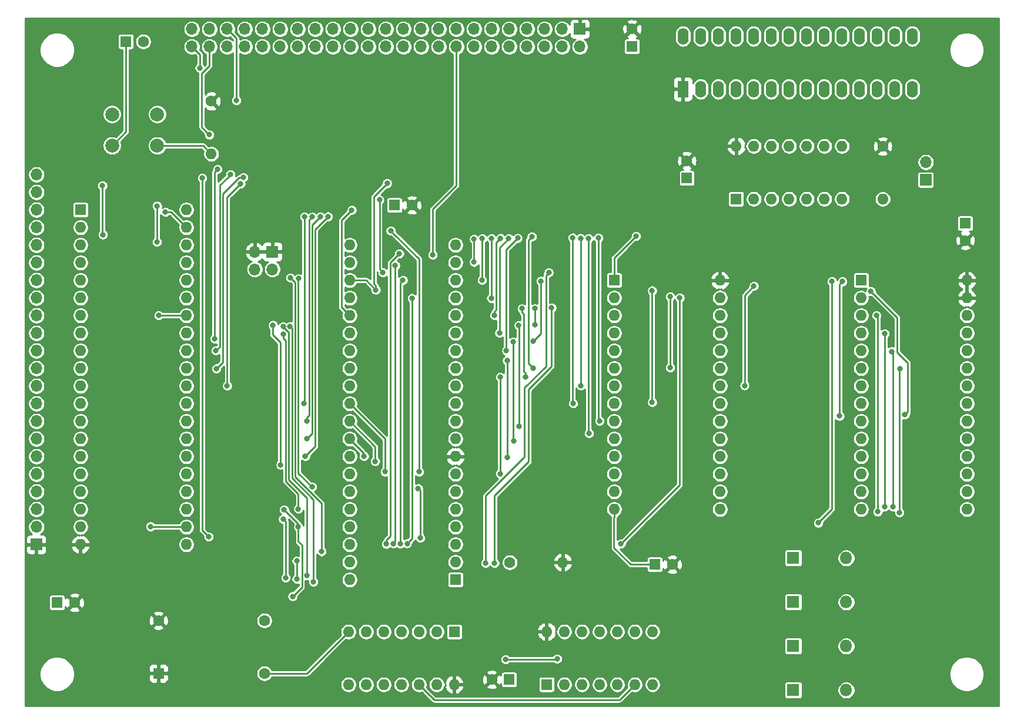
<source format=gbr>
G04 #@! TF.GenerationSoftware,KiCad,Pcbnew,(5.1.5)-3*
G04 #@! TF.CreationDate,2020-10-09T19:11:16-04:00*
G04 #@! TF.ProjectId,MVC,4d56432e-6b69-4636-9164-5f7063625858,rev?*
G04 #@! TF.SameCoordinates,Original*
G04 #@! TF.FileFunction,Copper,L2,Bot*
G04 #@! TF.FilePolarity,Positive*
%FSLAX46Y46*%
G04 Gerber Fmt 4.6, Leading zero omitted, Abs format (unit mm)*
G04 Created by KiCad (PCBNEW (5.1.5)-3) date 2020-10-09 19:11:16*
%MOMM*%
%LPD*%
G04 APERTURE LIST*
%ADD10O,1.600000X2.400000*%
%ADD11R,1.600000X2.400000*%
%ADD12R,1.600000X1.600000*%
%ADD13C,1.600000*%
%ADD14O,1.800000X1.800000*%
%ADD15R,1.800000X1.800000*%
%ADD16R,1.700000X1.700000*%
%ADD17O,1.700000X1.700000*%
%ADD18O,1.600000X1.600000*%
%ADD19C,2.000000*%
%ADD20C,0.800000*%
%ADD21C,0.250000*%
%ADD22C,0.254000*%
G04 APERTURE END LIST*
D10*
X144130000Y-53050000D03*
X177150000Y-60670000D03*
X146670000Y-53050000D03*
X174610000Y-60670000D03*
X149210000Y-53050000D03*
X172070000Y-60670000D03*
X151750000Y-53050000D03*
X169530000Y-60670000D03*
X154290000Y-53050000D03*
X166990000Y-60670000D03*
X156830000Y-53050000D03*
X164450000Y-60670000D03*
X159370000Y-53050000D03*
X161910000Y-60670000D03*
X161910000Y-53050000D03*
X159370000Y-60670000D03*
X164450000Y-53050000D03*
X156830000Y-60670000D03*
X166990000Y-53050000D03*
X154290000Y-60670000D03*
X169530000Y-53050000D03*
X151750000Y-60670000D03*
X172070000Y-53050000D03*
X149210000Y-60670000D03*
X174610000Y-53050000D03*
X146670000Y-60670000D03*
X177150000Y-53050000D03*
D11*
X144130000Y-60670000D03*
D12*
X63900000Y-53800000D03*
D13*
X66400000Y-53800000D03*
X56500000Y-134700000D03*
D12*
X54000000Y-134700000D03*
D13*
X142600000Y-129200000D03*
D12*
X140100000Y-129200000D03*
X136800000Y-54500000D03*
D13*
X136800000Y-52000000D03*
X184800000Y-82500000D03*
D12*
X184800000Y-80000000D03*
X144700000Y-73500000D03*
D13*
X144700000Y-71000000D03*
X116600000Y-145800000D03*
D12*
X119100000Y-145800000D03*
X102600000Y-77400000D03*
D13*
X105100000Y-77400000D03*
D14*
X167640000Y-128270000D03*
D15*
X160020000Y-128270000D03*
X160020000Y-134620000D03*
D14*
X167640000Y-134620000D03*
X167640000Y-140970000D03*
D15*
X160020000Y-140970000D03*
X160020000Y-147320000D03*
D14*
X167640000Y-147320000D03*
D16*
X179100000Y-73740000D03*
D17*
X179100000Y-71200000D03*
D16*
X85000000Y-84100000D03*
D17*
X85000000Y-86640000D03*
X82460000Y-84100000D03*
X82460000Y-86640000D03*
D16*
X51000000Y-126320000D03*
D17*
X51000000Y-123780000D03*
X51000000Y-121240000D03*
X51000000Y-118700000D03*
X51000000Y-116160000D03*
X51000000Y-113620000D03*
X51000000Y-111080000D03*
X51000000Y-108540000D03*
X51000000Y-106000000D03*
X51000000Y-103460000D03*
X51000000Y-100920000D03*
X51000000Y-98380000D03*
X51000000Y-95840000D03*
X51000000Y-93300000D03*
X51000000Y-90760000D03*
X51000000Y-88220000D03*
X51000000Y-85680000D03*
X51000000Y-83140000D03*
X51000000Y-80600000D03*
X51000000Y-78060000D03*
X51000000Y-75520000D03*
X51000000Y-72980000D03*
D16*
X129280000Y-52000000D03*
D17*
X129280000Y-54540000D03*
X126740000Y-52000000D03*
X126740000Y-54540000D03*
X124200000Y-52000000D03*
X124200000Y-54540000D03*
X121660000Y-52000000D03*
X121660000Y-54540000D03*
X119120000Y-52000000D03*
X119120000Y-54540000D03*
X116580000Y-52000000D03*
X116580000Y-54540000D03*
X114040000Y-52000000D03*
X114040000Y-54540000D03*
X111500000Y-52000000D03*
X111500000Y-54540000D03*
X108960000Y-52000000D03*
X108960000Y-54540000D03*
X106420000Y-52000000D03*
X106420000Y-54540000D03*
X103880000Y-52000000D03*
X103880000Y-54540000D03*
X101340000Y-52000000D03*
X101340000Y-54540000D03*
X98800000Y-52000000D03*
X98800000Y-54540000D03*
X96260000Y-52000000D03*
X96260000Y-54540000D03*
X93720000Y-52000000D03*
X93720000Y-54540000D03*
X91180000Y-52000000D03*
X91180000Y-54540000D03*
X88640000Y-52000000D03*
X88640000Y-54540000D03*
X86100000Y-52000000D03*
X86100000Y-54540000D03*
X83560000Y-52000000D03*
X83560000Y-54540000D03*
X81020000Y-52000000D03*
X81020000Y-54540000D03*
X78480000Y-52000000D03*
X78480000Y-54540000D03*
X75940000Y-52000000D03*
X75940000Y-54540000D03*
X73400000Y-52000000D03*
X73400000Y-54540000D03*
D13*
X76200000Y-62400000D03*
D18*
X76200000Y-70020000D03*
X172900000Y-76520000D03*
D13*
X172900000Y-68900000D03*
X119200000Y-128900000D03*
D18*
X126820000Y-128900000D03*
D19*
X61900000Y-68800000D03*
X61900000Y-64300000D03*
X68400000Y-68800000D03*
X68400000Y-64300000D03*
D12*
X151800000Y-76500000D03*
D18*
X167040000Y-68880000D03*
X154340000Y-76500000D03*
X164500000Y-68880000D03*
X156880000Y-76500000D03*
X161960000Y-68880000D03*
X159420000Y-76500000D03*
X159420000Y-68880000D03*
X161960000Y-76500000D03*
X156880000Y-68880000D03*
X164500000Y-76500000D03*
X154340000Y-68880000D03*
X167040000Y-76500000D03*
X151800000Y-68880000D03*
D12*
X111360000Y-131400000D03*
D18*
X96120000Y-83140000D03*
X111360000Y-128860000D03*
X96120000Y-85680000D03*
X111360000Y-126320000D03*
X96120000Y-88220000D03*
X111360000Y-123780000D03*
X96120000Y-90760000D03*
X111360000Y-121240000D03*
X96120000Y-93300000D03*
X111360000Y-118700000D03*
X96120000Y-95840000D03*
X111360000Y-116160000D03*
X96120000Y-98380000D03*
X111360000Y-113620000D03*
X96120000Y-100920000D03*
X111360000Y-111080000D03*
X96120000Y-103460000D03*
X111360000Y-108540000D03*
X96120000Y-106000000D03*
X111360000Y-106000000D03*
X96120000Y-108540000D03*
X111360000Y-103460000D03*
X96120000Y-111080000D03*
X111360000Y-100920000D03*
X96120000Y-113620000D03*
X111360000Y-98380000D03*
X96120000Y-116160000D03*
X111360000Y-95840000D03*
X96120000Y-118700000D03*
X111360000Y-93300000D03*
X96120000Y-121240000D03*
X111360000Y-90760000D03*
X96120000Y-123780000D03*
X111360000Y-88220000D03*
X96120000Y-126320000D03*
X111360000Y-85680000D03*
X96120000Y-128860000D03*
X111360000Y-83140000D03*
X96120000Y-131400000D03*
X185020000Y-88220000D03*
X169780000Y-121240000D03*
X185020000Y-90760000D03*
X169780000Y-118700000D03*
X185020000Y-93300000D03*
X169780000Y-116160000D03*
X185020000Y-95840000D03*
X169780000Y-113620000D03*
X185020000Y-98380000D03*
X169780000Y-111080000D03*
X185020000Y-100920000D03*
X169780000Y-108540000D03*
X185020000Y-103460000D03*
X169780000Y-106000000D03*
X185020000Y-106000000D03*
X169780000Y-103460000D03*
X185020000Y-108540000D03*
X169780000Y-100920000D03*
X185020000Y-111080000D03*
X169780000Y-98380000D03*
X185020000Y-113620000D03*
X169780000Y-95840000D03*
X185020000Y-116160000D03*
X169780000Y-93300000D03*
X185020000Y-118700000D03*
X169780000Y-90760000D03*
X185020000Y-121240000D03*
D12*
X169780000Y-88220000D03*
X134220000Y-88220000D03*
D18*
X149460000Y-121240000D03*
X134220000Y-90760000D03*
X149460000Y-118700000D03*
X134220000Y-93300000D03*
X149460000Y-116160000D03*
X134220000Y-95840000D03*
X149460000Y-113620000D03*
X134220000Y-98380000D03*
X149460000Y-111080000D03*
X134220000Y-100920000D03*
X149460000Y-108540000D03*
X134220000Y-103460000D03*
X149460000Y-106000000D03*
X134220000Y-106000000D03*
X149460000Y-103460000D03*
X134220000Y-108540000D03*
X149460000Y-100920000D03*
X134220000Y-111080000D03*
X149460000Y-98380000D03*
X134220000Y-113620000D03*
X149460000Y-95840000D03*
X134220000Y-116160000D03*
X149460000Y-93300000D03*
X134220000Y-118700000D03*
X149460000Y-90760000D03*
X134220000Y-121240000D03*
X149460000Y-88220000D03*
X124500000Y-138880000D03*
X139740000Y-146500000D03*
X127040000Y-138880000D03*
X137200000Y-146500000D03*
X129580000Y-138880000D03*
X134660000Y-146500000D03*
X132120000Y-138880000D03*
X132120000Y-146500000D03*
X134660000Y-138880000D03*
X129580000Y-146500000D03*
X137200000Y-138880000D03*
X127040000Y-146500000D03*
X139740000Y-138880000D03*
D12*
X124500000Y-146500000D03*
X111200000Y-138900000D03*
D18*
X95960000Y-146520000D03*
X108660000Y-138900000D03*
X98500000Y-146520000D03*
X106120000Y-138900000D03*
X101040000Y-146520000D03*
X103580000Y-138900000D03*
X103580000Y-146520000D03*
X101040000Y-138900000D03*
X106120000Y-146520000D03*
X98500000Y-138900000D03*
X108660000Y-146520000D03*
X95960000Y-138900000D03*
X111200000Y-146520000D03*
D12*
X68600000Y-144900000D03*
D13*
X68600000Y-137280000D03*
X83840000Y-137280000D03*
X83840000Y-144900000D03*
D12*
X57360000Y-78060000D03*
D18*
X72600000Y-126320000D03*
X57360000Y-80600000D03*
X72600000Y-123780000D03*
X57360000Y-83140000D03*
X72600000Y-121240000D03*
X57360000Y-85680000D03*
X72600000Y-118700000D03*
X57360000Y-88220000D03*
X72600000Y-116160000D03*
X57360000Y-90760000D03*
X72600000Y-113620000D03*
X57360000Y-93300000D03*
X72600000Y-111080000D03*
X57360000Y-95840000D03*
X72600000Y-108540000D03*
X57360000Y-98380000D03*
X72600000Y-106000000D03*
X57360000Y-100920000D03*
X72600000Y-103460000D03*
X57360000Y-103460000D03*
X72600000Y-100920000D03*
X57360000Y-106000000D03*
X72600000Y-98380000D03*
X57360000Y-108540000D03*
X72600000Y-95840000D03*
X57360000Y-111080000D03*
X72600000Y-93300000D03*
X57360000Y-113620000D03*
X72600000Y-90760000D03*
X57360000Y-116160000D03*
X72600000Y-88220000D03*
X57360000Y-118700000D03*
X72600000Y-85680000D03*
X57360000Y-121240000D03*
X72600000Y-83140000D03*
X57360000Y-123780000D03*
X72600000Y-80600000D03*
X57360000Y-126320000D03*
X72600000Y-78060000D03*
D20*
X68400000Y-77500000D03*
X68605010Y-93300000D03*
X68360000Y-82710000D03*
X172200000Y-121600000D03*
X172000000Y-93300000D03*
X117850000Y-82160000D03*
X116974990Y-93300000D03*
X173200000Y-120900000D03*
X173200000Y-95900000D03*
X119040000Y-82170000D03*
X117700000Y-95840000D03*
X174400000Y-120900000D03*
X174200000Y-98500000D03*
X120320000Y-82140000D03*
X118700000Y-98400000D03*
X175300000Y-121700000D03*
X175400000Y-101000000D03*
X122530000Y-100920000D03*
X122360000Y-81940000D03*
X74530008Y-57602302D03*
X88734968Y-121180000D03*
X86572236Y-95995581D03*
X86184946Y-114830000D03*
X85084955Y-94687011D03*
X69600000Y-78400000D03*
X131930000Y-82130000D03*
X132110000Y-108500000D03*
X130530000Y-82190000D03*
X130610000Y-110300000D03*
X129380000Y-82150000D03*
X129450000Y-103400000D03*
X128260000Y-82080000D03*
X128330000Y-106000000D03*
X122600000Y-96999994D03*
X103800000Y-88200000D03*
X123674990Y-88327427D03*
X115230000Y-82210000D03*
X115200000Y-88220000D03*
X103407554Y-126184018D03*
X122800000Y-92300000D03*
X122800000Y-94600000D03*
X105100000Y-90800000D03*
X116560000Y-82180000D03*
X116524979Y-90800000D03*
X104407525Y-126175021D03*
X142300000Y-90600000D03*
X142300000Y-100800000D03*
X103280000Y-84380000D03*
X101408905Y-126252841D03*
X139700000Y-89700000D03*
X139700000Y-105800000D03*
X114050000Y-82270000D03*
X114040000Y-85600000D03*
X102697010Y-86103300D03*
X102405884Y-126175021D03*
X99900000Y-89600000D03*
X125225001Y-92174999D03*
X117000000Y-129000000D03*
X101530000Y-74260000D03*
X90000000Y-130800000D03*
X86534966Y-94900000D03*
X108100000Y-84570000D03*
X121500000Y-102200000D03*
X90900000Y-131700000D03*
X153000000Y-103400000D03*
X154350000Y-89060000D03*
X87534979Y-94900000D03*
X120934990Y-92300000D03*
X96440000Y-78090000D03*
X124805001Y-87094999D03*
X115700000Y-129000000D03*
X137380000Y-81850000D03*
X100916371Y-87094999D03*
X100420000Y-76640000D03*
X98200000Y-113600000D03*
X89950000Y-111080000D03*
X91880000Y-79060000D03*
X89750000Y-113620000D03*
X93020000Y-79030000D03*
X101209190Y-115833871D03*
X89620000Y-79070000D03*
X89544968Y-106000000D03*
X99811009Y-114325010D03*
X90750000Y-79090000D03*
X89994979Y-108540000D03*
X118800000Y-99800000D03*
X118800000Y-113800000D03*
X76930000Y-100960000D03*
X80822594Y-73395021D03*
X117800000Y-102200000D03*
X117800000Y-116100000D03*
X78490000Y-103460000D03*
X80421955Y-74311270D03*
X120500000Y-109300000D03*
X77100000Y-72220000D03*
X76694979Y-96639999D03*
X120484979Y-94700000D03*
X119700000Y-97100000D03*
X119800000Y-111400000D03*
X76850000Y-98380000D03*
X78978268Y-72945010D03*
X92070000Y-127340000D03*
X87590000Y-87850000D03*
X88750000Y-87980000D03*
X90730000Y-118000000D03*
X79820000Y-62300000D03*
X75810000Y-125210000D03*
X74870929Y-73489071D03*
X106150000Y-115834955D03*
X75927601Y-67237719D03*
X102040000Y-81070000D03*
X67450000Y-123730000D03*
X143680000Y-90740000D03*
X106284880Y-125389561D03*
X60530000Y-74570000D03*
X60590000Y-81640000D03*
X106000000Y-118230000D03*
X135200000Y-126200000D03*
X167100000Y-88400000D03*
X166700000Y-107800000D03*
X87900000Y-133800000D03*
X165600000Y-88400000D03*
X86690000Y-121310002D03*
X88734968Y-123800000D03*
X163600000Y-123200000D03*
X176100000Y-107600000D03*
X171200000Y-89800000D03*
X86900000Y-131100000D03*
X86537340Y-122637340D03*
X118600000Y-142900000D03*
X88500000Y-131300000D03*
X88500000Y-128700000D03*
X126000000Y-142800000D03*
D21*
X68440000Y-68840000D02*
X68400000Y-68800000D01*
X76200000Y-70020000D02*
X75020000Y-68840000D01*
X75020000Y-68840000D02*
X68440000Y-68840000D01*
X63900000Y-66800000D02*
X61900000Y-68800000D01*
X63900000Y-53800000D02*
X63900000Y-66800000D01*
X72600000Y-93300000D02*
X68605010Y-93300000D01*
X68400000Y-77500000D02*
X68400000Y-82670000D01*
X68400000Y-82670000D02*
X68360000Y-82710000D01*
X89960000Y-144900000D02*
X95960000Y-138900000D01*
X83840000Y-144900000D02*
X89960000Y-144900000D01*
X134200000Y-126800000D02*
X136600000Y-129200000D01*
X136600000Y-129200000D02*
X140100000Y-129200000D01*
X134200000Y-122391370D02*
X134200000Y-126800000D01*
X134220000Y-121240000D02*
X134220000Y-122371370D01*
X134220000Y-122371370D02*
X134200000Y-122391370D01*
X172200000Y-121600000D02*
X172200000Y-93500000D01*
X172200000Y-93500000D02*
X172000000Y-93300000D01*
X116974990Y-92734315D02*
X116974990Y-93300000D01*
X117249989Y-92459316D02*
X116974990Y-92734315D01*
X117249989Y-82760011D02*
X117249989Y-92459316D01*
X117850000Y-82160000D02*
X117249989Y-82760011D01*
X173200000Y-120900000D02*
X173200000Y-95900000D01*
X117700000Y-83510000D02*
X117700000Y-95840000D01*
X119040000Y-82170000D02*
X117700000Y-83510000D01*
X174400000Y-120900000D02*
X174400000Y-98700000D01*
X174400000Y-98700000D02*
X174200000Y-98500000D01*
X120320000Y-82140000D02*
X118700000Y-83760000D01*
X118700000Y-83760000D02*
X118700000Y-98400000D01*
X175300000Y-101100000D02*
X175400000Y-101000000D01*
X175300000Y-121700000D02*
X175300000Y-101100000D01*
X121850001Y-82449999D02*
X121960001Y-82339999D01*
X121960001Y-82339999D02*
X122360000Y-81940000D01*
X121850001Y-100240001D02*
X121850001Y-82449999D01*
X122530000Y-100920000D02*
X121850001Y-100240001D01*
X74530008Y-55670008D02*
X74530008Y-57602302D01*
X73400000Y-54540000D02*
X74530008Y-55670008D01*
X86572236Y-96561266D02*
X86572236Y-95995581D01*
X86909956Y-96898986D02*
X86572236Y-96561266D01*
X88734968Y-121180000D02*
X88734968Y-119024968D01*
X86909956Y-117199956D02*
X86909956Y-96898986D01*
X88734968Y-119024968D02*
X86909956Y-117199956D01*
X85084955Y-96114955D02*
X85084955Y-95252696D01*
X86184946Y-114830000D02*
X86184946Y-97214946D01*
X85084955Y-95252696D02*
X85084955Y-94687011D01*
X86184946Y-97214946D02*
X85084955Y-96114955D01*
X70400000Y-78400000D02*
X72600000Y-80600000D01*
X69600000Y-78400000D02*
X70400000Y-78400000D01*
X131930000Y-82130000D02*
X131930000Y-108320000D01*
X131930000Y-108320000D02*
X132110000Y-108500000D01*
X130530000Y-110220000D02*
X130610000Y-110300000D01*
X130530000Y-82190000D02*
X130530000Y-110220000D01*
X129380000Y-82150000D02*
X129380000Y-103330000D01*
X129380000Y-103330000D02*
X129450000Y-103400000D01*
X128260000Y-82080000D02*
X128260000Y-105930000D01*
X128260000Y-105930000D02*
X128330000Y-106000000D01*
X122600000Y-96999994D02*
X123674990Y-95925004D01*
X123674990Y-95925004D02*
X123674990Y-88893112D01*
X123674990Y-88893112D02*
X123674990Y-88327427D01*
X115230000Y-82210000D02*
X115230000Y-88190000D01*
X115230000Y-88190000D02*
X115200000Y-88220000D01*
X103800000Y-88200000D02*
X103400001Y-88599999D01*
X103400001Y-88599999D02*
X103400001Y-126176465D01*
X103400001Y-126176465D02*
X103407554Y-126184018D01*
X122800000Y-92300000D02*
X122800000Y-94600000D01*
X116560000Y-90764979D02*
X116524979Y-90800000D01*
X116560000Y-82180000D02*
X116560000Y-90764979D01*
X104807524Y-125775022D02*
X104407525Y-126175021D01*
X105100000Y-90800000D02*
X105100000Y-125482546D01*
X105100000Y-125482546D02*
X104807524Y-125775022D01*
X142300000Y-90600000D02*
X142300000Y-100800000D01*
X103280000Y-84380000D02*
X101970000Y-85690000D01*
X101408905Y-125687156D02*
X101408905Y-126252841D01*
X101970000Y-125126061D02*
X101408905Y-125687156D01*
X101970000Y-85690000D02*
X101970000Y-125126061D01*
X139700000Y-89700000D02*
X139700000Y-105800000D01*
X114050000Y-82270000D02*
X114050000Y-85590000D01*
X114050000Y-85590000D02*
X114040000Y-85600000D01*
X102697010Y-86103300D02*
X102697010Y-125883895D01*
X102697010Y-125883895D02*
X102405884Y-126175021D01*
X98520000Y-88220000D02*
X99900000Y-89600000D01*
X96120000Y-88220000D02*
X98520000Y-88220000D01*
X99574998Y-88709313D02*
X99900000Y-89034315D01*
X99574998Y-76215002D02*
X99574998Y-88709313D01*
X101530000Y-74260000D02*
X99574998Y-76215002D01*
X99900000Y-89034315D02*
X99900000Y-89600000D01*
X117000000Y-119300000D02*
X117000000Y-129000000D01*
X121900000Y-103970000D02*
X121900000Y-114400000D01*
X125225001Y-92174999D02*
X125225001Y-100644999D01*
X121900000Y-114400000D02*
X117000000Y-119300000D01*
X125225001Y-100644999D02*
X121900000Y-103970000D01*
X90000000Y-130800000D02*
X90000000Y-119585824D01*
X90000000Y-119585824D02*
X87359967Y-116945791D01*
X87359967Y-116945791D02*
X87359967Y-95757992D01*
X86534966Y-94932991D02*
X86534966Y-94900000D01*
X87359967Y-95757992D02*
X86534966Y-94932991D01*
X111500000Y-74570000D02*
X111500000Y-54540000D01*
X108100000Y-84570000D02*
X108100000Y-77970000D01*
X108100000Y-77970000D02*
X111500000Y-74570000D01*
X153000000Y-90410000D02*
X154350000Y-89060000D01*
X153000000Y-103400000D02*
X153000000Y-90410000D01*
X87809978Y-116759391D02*
X87809978Y-95174999D01*
X90900000Y-131700000D02*
X90900000Y-119849413D01*
X90900000Y-119849413D02*
X87809978Y-116759391D01*
X87809978Y-95174999D02*
X87534979Y-94900000D01*
X121500000Y-101634315D02*
X121209989Y-101344304D01*
X121209989Y-93140684D02*
X120934990Y-92865685D01*
X120934990Y-92865685D02*
X120934990Y-92300000D01*
X121209989Y-101344304D02*
X121209989Y-93140684D01*
X121500000Y-102200000D02*
X121500000Y-101634315D01*
X96120000Y-93300000D02*
X94940001Y-92120001D01*
X94940001Y-79589999D02*
X96040001Y-78489999D01*
X96040001Y-78489999D02*
X96440000Y-78090000D01*
X94940001Y-92120001D02*
X94940001Y-79589999D01*
X134220000Y-88220000D02*
X134220000Y-85010000D01*
X134220000Y-85010000D02*
X136980001Y-82249999D01*
X136980001Y-82249999D02*
X137380000Y-81850000D01*
X100916371Y-87094999D02*
X100420000Y-86598628D01*
X100420000Y-86598628D02*
X100420000Y-76640000D01*
X115700000Y-119300000D02*
X115700000Y-129000000D01*
X124805001Y-87094999D02*
X124405002Y-87494998D01*
X124405002Y-100644998D02*
X121320000Y-103730000D01*
X124405002Y-87494998D02*
X124405002Y-100644998D01*
X121320000Y-103730000D02*
X121320000Y-113680000D01*
X121320000Y-113680000D02*
X115700000Y-119300000D01*
X96120000Y-111120000D02*
X96120000Y-111080000D01*
X98200000Y-113600000D02*
X98200000Y-113200000D01*
X98200000Y-113200000D02*
X96120000Y-111120000D01*
X90719989Y-80220011D02*
X91480001Y-79459999D01*
X89950000Y-111080000D02*
X90719989Y-110310011D01*
X91480001Y-79459999D02*
X91880000Y-79060000D01*
X90719989Y-110310011D02*
X90719989Y-80220011D01*
X91170000Y-80880000D02*
X93020000Y-79030000D01*
X89750000Y-113620000D02*
X91170000Y-112200000D01*
X91170000Y-112200000D02*
X91170000Y-80880000D01*
X101209190Y-115268186D02*
X101209190Y-115833871D01*
X101209190Y-111089190D02*
X101209190Y-115268186D01*
X96120000Y-106000000D02*
X101209190Y-111089190D01*
X89620000Y-105924968D02*
X89544968Y-106000000D01*
X89620000Y-79070000D02*
X89620000Y-105924968D01*
X96120000Y-108540000D02*
X99811009Y-112231009D01*
X99811009Y-112231009D02*
X99811009Y-114325010D01*
X89994979Y-107974315D02*
X89994979Y-108540000D01*
X90750000Y-79090000D02*
X90269978Y-79570022D01*
X90269978Y-79570022D02*
X90269978Y-107699316D01*
X90269978Y-107699316D02*
X89994979Y-107974315D01*
X118800000Y-99800000D02*
X118800000Y-113800000D01*
X76930000Y-100960000D02*
X77870000Y-100020000D01*
X77870000Y-100020000D02*
X77870000Y-75781930D01*
X77870000Y-75781930D02*
X80256909Y-73395021D01*
X80256909Y-73395021D02*
X80822594Y-73395021D01*
X117800000Y-102200000D02*
X117800000Y-116100000D01*
X78490000Y-103460000D02*
X78490000Y-76243225D01*
X78490000Y-76243225D02*
X80421955Y-74311270D01*
X76694979Y-96074314D02*
X76694979Y-96639999D01*
X76694979Y-72625021D02*
X76694979Y-96074314D01*
X77100000Y-72220000D02*
X76694979Y-72625021D01*
X120500000Y-94715021D02*
X120484979Y-94700000D01*
X120500000Y-109300000D02*
X120500000Y-94715021D01*
X119700000Y-111300000D02*
X119800000Y-111400000D01*
X119700000Y-97100000D02*
X119700000Y-111300000D01*
X76850000Y-98380000D02*
X77419989Y-97810011D01*
X77419989Y-74503289D02*
X78578269Y-73345009D01*
X77419989Y-97810011D02*
X77419989Y-74503289D01*
X78578269Y-73345009D02*
X78978268Y-72945010D01*
X87989999Y-88249999D02*
X87590000Y-87850000D01*
X88259989Y-88519989D02*
X87989999Y-88249999D01*
X92070000Y-120383002D02*
X88259989Y-116572991D01*
X88259989Y-116572991D02*
X88259989Y-88519989D01*
X92070000Y-127340000D02*
X92070000Y-120383002D01*
X90710000Y-118020000D02*
X90730000Y-118000000D01*
X88710000Y-116020000D02*
X90710000Y-118020000D01*
X88750000Y-87980000D02*
X88710000Y-88020000D01*
X88710000Y-88020000D02*
X88710000Y-116020000D01*
X79820000Y-53340000D02*
X79820000Y-62300000D01*
X78480000Y-52000000D02*
X79820000Y-53340000D01*
X74870929Y-124270929D02*
X74870929Y-74054756D01*
X74870929Y-74054756D02*
X74870929Y-73489071D01*
X75810000Y-125210000D02*
X74870929Y-124270929D01*
X106150000Y-115834955D02*
X106150000Y-85180000D01*
X102439999Y-81469999D02*
X102040000Y-81070000D01*
X106150000Y-85180000D02*
X102439999Y-81469999D01*
X74800000Y-58405312D02*
X74800000Y-66110118D01*
X75527602Y-66837720D02*
X75927601Y-67237719D01*
X74800000Y-66110118D02*
X75527602Y-66837720D01*
X75940000Y-54540000D02*
X75940000Y-57265312D01*
X75940000Y-57265312D02*
X74800000Y-58405312D01*
X72550000Y-123730000D02*
X72600000Y-123780000D01*
X67450000Y-123730000D02*
X72550000Y-123730000D01*
X60530000Y-74570000D02*
X60530000Y-80210000D01*
X60530000Y-81580000D02*
X60590000Y-81640000D01*
X60530000Y-80210000D02*
X60530000Y-81580000D01*
X106284880Y-118514880D02*
X106000000Y-118230000D01*
X106284880Y-125389561D02*
X106284880Y-118514880D01*
X143680000Y-90740000D02*
X143680000Y-117720000D01*
X135599999Y-125800001D02*
X135200000Y-126200000D01*
X143680000Y-117720000D02*
X135599999Y-125800001D01*
X166700000Y-88800000D02*
X166700000Y-107800000D01*
X167100000Y-88400000D02*
X166700000Y-88800000D01*
X86690000Y-121310002D02*
X88734968Y-123354970D01*
X87900000Y-133800000D02*
X89244968Y-132455032D01*
X88734968Y-124365685D02*
X88734968Y-123800000D01*
X89244968Y-126424201D02*
X88734968Y-125914201D01*
X88734968Y-123354970D02*
X88734968Y-123800000D01*
X88734968Y-125914201D02*
X88734968Y-124365685D01*
X89244968Y-132455032D02*
X89244968Y-126424201D01*
X165600000Y-121200000D02*
X163600000Y-123200000D01*
X165600000Y-88400000D02*
X165600000Y-121200000D01*
X176499999Y-107200001D02*
X176499999Y-100099999D01*
X176100000Y-107600000D02*
X176499999Y-107200001D01*
X176499999Y-100099999D02*
X175000000Y-98600000D01*
X175000000Y-98600000D02*
X175000000Y-93600000D01*
X175000000Y-93600000D02*
X171200000Y-89800000D01*
X86900000Y-131100000D02*
X86900000Y-123000000D01*
X86900000Y-123000000D02*
X86537340Y-122637340D01*
X88500000Y-131300000D02*
X88500000Y-128700000D01*
X123700000Y-142900000D02*
X125900000Y-142900000D01*
X125900000Y-142900000D02*
X126000000Y-142800000D01*
X118600000Y-142900000D02*
X123700000Y-142900000D01*
X137200000Y-146500000D02*
X135000000Y-148700000D01*
X108300000Y-148700000D02*
X106120000Y-146520000D01*
X135000000Y-148700000D02*
X108300000Y-148700000D01*
D22*
G36*
X189594001Y-149594000D02*
G01*
X49406000Y-149594000D01*
X49406000Y-144750718D01*
X51469000Y-144750718D01*
X51469000Y-145249282D01*
X51566265Y-145738265D01*
X51757057Y-146198878D01*
X52034044Y-146613418D01*
X52386582Y-146965956D01*
X52801122Y-147242943D01*
X53261735Y-147433735D01*
X53750718Y-147531000D01*
X54249282Y-147531000D01*
X54738265Y-147433735D01*
X55198878Y-147242943D01*
X55613418Y-146965956D01*
X55965956Y-146613418D01*
X56106097Y-146403682D01*
X94779000Y-146403682D01*
X94779000Y-146636318D01*
X94824386Y-146864485D01*
X94913412Y-147079413D01*
X95042658Y-147272843D01*
X95207157Y-147437342D01*
X95400587Y-147566588D01*
X95615515Y-147655614D01*
X95843682Y-147701000D01*
X96076318Y-147701000D01*
X96304485Y-147655614D01*
X96519413Y-147566588D01*
X96712843Y-147437342D01*
X96877342Y-147272843D01*
X97006588Y-147079413D01*
X97095614Y-146864485D01*
X97141000Y-146636318D01*
X97141000Y-146403682D01*
X97319000Y-146403682D01*
X97319000Y-146636318D01*
X97364386Y-146864485D01*
X97453412Y-147079413D01*
X97582658Y-147272843D01*
X97747157Y-147437342D01*
X97940587Y-147566588D01*
X98155515Y-147655614D01*
X98383682Y-147701000D01*
X98616318Y-147701000D01*
X98844485Y-147655614D01*
X99059413Y-147566588D01*
X99252843Y-147437342D01*
X99417342Y-147272843D01*
X99546588Y-147079413D01*
X99635614Y-146864485D01*
X99681000Y-146636318D01*
X99681000Y-146403682D01*
X99859000Y-146403682D01*
X99859000Y-146636318D01*
X99904386Y-146864485D01*
X99993412Y-147079413D01*
X100122658Y-147272843D01*
X100287157Y-147437342D01*
X100480587Y-147566588D01*
X100695515Y-147655614D01*
X100923682Y-147701000D01*
X101156318Y-147701000D01*
X101384485Y-147655614D01*
X101599413Y-147566588D01*
X101792843Y-147437342D01*
X101957342Y-147272843D01*
X102086588Y-147079413D01*
X102175614Y-146864485D01*
X102221000Y-146636318D01*
X102221000Y-146403682D01*
X102399000Y-146403682D01*
X102399000Y-146636318D01*
X102444386Y-146864485D01*
X102533412Y-147079413D01*
X102662658Y-147272843D01*
X102827157Y-147437342D01*
X103020587Y-147566588D01*
X103235515Y-147655614D01*
X103463682Y-147701000D01*
X103696318Y-147701000D01*
X103924485Y-147655614D01*
X104139413Y-147566588D01*
X104332843Y-147437342D01*
X104497342Y-147272843D01*
X104626588Y-147079413D01*
X104715614Y-146864485D01*
X104761000Y-146636318D01*
X104761000Y-146403682D01*
X104939000Y-146403682D01*
X104939000Y-146636318D01*
X104984386Y-146864485D01*
X105073412Y-147079413D01*
X105202658Y-147272843D01*
X105367157Y-147437342D01*
X105560587Y-147566588D01*
X105775515Y-147655614D01*
X106003682Y-147701000D01*
X106236318Y-147701000D01*
X106464485Y-147655614D01*
X106517898Y-147633490D01*
X107924628Y-149040220D01*
X107940473Y-149059527D01*
X108017521Y-149122759D01*
X108105425Y-149169745D01*
X108200807Y-149198678D01*
X108300000Y-149208448D01*
X108324854Y-149206000D01*
X134975154Y-149206000D01*
X135000000Y-149208447D01*
X135024846Y-149206000D01*
X135024854Y-149206000D01*
X135099193Y-149198678D01*
X135194575Y-149169745D01*
X135282479Y-149122759D01*
X135359527Y-149059527D01*
X135375376Y-149040215D01*
X136802102Y-147613490D01*
X136855515Y-147635614D01*
X137083682Y-147681000D01*
X137316318Y-147681000D01*
X137544485Y-147635614D01*
X137759413Y-147546588D01*
X137952843Y-147417342D01*
X138117342Y-147252843D01*
X138246588Y-147059413D01*
X138335614Y-146844485D01*
X138381000Y-146616318D01*
X138381000Y-146383682D01*
X138559000Y-146383682D01*
X138559000Y-146616318D01*
X138604386Y-146844485D01*
X138693412Y-147059413D01*
X138822658Y-147252843D01*
X138987157Y-147417342D01*
X139180587Y-147546588D01*
X139395515Y-147635614D01*
X139623682Y-147681000D01*
X139856318Y-147681000D01*
X140084485Y-147635614D01*
X140299413Y-147546588D01*
X140492843Y-147417342D01*
X140657342Y-147252843D01*
X140786588Y-147059413D01*
X140875614Y-146844485D01*
X140921000Y-146616318D01*
X140921000Y-146420000D01*
X158737157Y-146420000D01*
X158737157Y-148220000D01*
X158744513Y-148294689D01*
X158766299Y-148366508D01*
X158801678Y-148432696D01*
X158849289Y-148490711D01*
X158907304Y-148538322D01*
X158973492Y-148573701D01*
X159045311Y-148595487D01*
X159120000Y-148602843D01*
X160920000Y-148602843D01*
X160994689Y-148595487D01*
X161066508Y-148573701D01*
X161132696Y-148538322D01*
X161190711Y-148490711D01*
X161238322Y-148432696D01*
X161273701Y-148366508D01*
X161295487Y-148294689D01*
X161302843Y-148220000D01*
X161302843Y-147193833D01*
X166359000Y-147193833D01*
X166359000Y-147446167D01*
X166408228Y-147693654D01*
X166504793Y-147926781D01*
X166644982Y-148136590D01*
X166823410Y-148315018D01*
X167033219Y-148455207D01*
X167266346Y-148551772D01*
X167513833Y-148601000D01*
X167766167Y-148601000D01*
X168013654Y-148551772D01*
X168246781Y-148455207D01*
X168456590Y-148315018D01*
X168635018Y-148136590D01*
X168775207Y-147926781D01*
X168871772Y-147693654D01*
X168921000Y-147446167D01*
X168921000Y-147193833D01*
X168871772Y-146946346D01*
X168775207Y-146713219D01*
X168635018Y-146503410D01*
X168456590Y-146324982D01*
X168246781Y-146184793D01*
X168013654Y-146088228D01*
X167766167Y-146039000D01*
X167513833Y-146039000D01*
X167266346Y-146088228D01*
X167033219Y-146184793D01*
X166823410Y-146324982D01*
X166644982Y-146503410D01*
X166504793Y-146713219D01*
X166408228Y-146946346D01*
X166359000Y-147193833D01*
X161302843Y-147193833D01*
X161302843Y-146420000D01*
X161295487Y-146345311D01*
X161273701Y-146273492D01*
X161238322Y-146207304D01*
X161190711Y-146149289D01*
X161132696Y-146101678D01*
X161066508Y-146066299D01*
X160994689Y-146044513D01*
X160920000Y-146037157D01*
X159120000Y-146037157D01*
X159045311Y-146044513D01*
X158973492Y-146066299D01*
X158907304Y-146101678D01*
X158849289Y-146149289D01*
X158801678Y-146207304D01*
X158766299Y-146273492D01*
X158744513Y-146345311D01*
X158737157Y-146420000D01*
X140921000Y-146420000D01*
X140921000Y-146383682D01*
X140875614Y-146155515D01*
X140786588Y-145940587D01*
X140657342Y-145747157D01*
X140492843Y-145582658D01*
X140299413Y-145453412D01*
X140084485Y-145364386D01*
X139856318Y-145319000D01*
X139623682Y-145319000D01*
X139395515Y-145364386D01*
X139180587Y-145453412D01*
X138987157Y-145582658D01*
X138822658Y-145747157D01*
X138693412Y-145940587D01*
X138604386Y-146155515D01*
X138559000Y-146383682D01*
X138381000Y-146383682D01*
X138335614Y-146155515D01*
X138246588Y-145940587D01*
X138117342Y-145747157D01*
X137952843Y-145582658D01*
X137759413Y-145453412D01*
X137544485Y-145364386D01*
X137316318Y-145319000D01*
X137083682Y-145319000D01*
X136855515Y-145364386D01*
X136640587Y-145453412D01*
X136447157Y-145582658D01*
X136282658Y-145747157D01*
X136153412Y-145940587D01*
X136064386Y-146155515D01*
X136019000Y-146383682D01*
X136019000Y-146616318D01*
X136064386Y-146844485D01*
X136086510Y-146897898D01*
X134790409Y-148194000D01*
X108509592Y-148194000D01*
X107233490Y-146917898D01*
X107255614Y-146864485D01*
X107301000Y-146636318D01*
X107301000Y-146403682D01*
X107479000Y-146403682D01*
X107479000Y-146636318D01*
X107524386Y-146864485D01*
X107613412Y-147079413D01*
X107742658Y-147272843D01*
X107907157Y-147437342D01*
X108100587Y-147566588D01*
X108315515Y-147655614D01*
X108543682Y-147701000D01*
X108776318Y-147701000D01*
X109004485Y-147655614D01*
X109219413Y-147566588D01*
X109412843Y-147437342D01*
X109577342Y-147272843D01*
X109706588Y-147079413D01*
X109795614Y-146864485D01*
X109838875Y-146647002D01*
X109929375Y-146647002D01*
X109808091Y-146869040D01*
X109902930Y-147133881D01*
X110047615Y-147375131D01*
X110236586Y-147583519D01*
X110462580Y-147751037D01*
X110716913Y-147871246D01*
X110850961Y-147911904D01*
X111073000Y-147789915D01*
X111073000Y-146647000D01*
X111327000Y-146647000D01*
X111327000Y-147789915D01*
X111549039Y-147911904D01*
X111683087Y-147871246D01*
X111937420Y-147751037D01*
X112163414Y-147583519D01*
X112352385Y-147375131D01*
X112497070Y-147133881D01*
X112591909Y-146869040D01*
X112550211Y-146792702D01*
X115786903Y-146792702D01*
X115858486Y-147036671D01*
X116113996Y-147157571D01*
X116388184Y-147226300D01*
X116670512Y-147240217D01*
X116950130Y-147198787D01*
X117216292Y-147103603D01*
X117341514Y-147036671D01*
X117413097Y-146792702D01*
X116600000Y-145979605D01*
X115786903Y-146792702D01*
X112550211Y-146792702D01*
X112470624Y-146647000D01*
X111327000Y-146647000D01*
X111073000Y-146647000D01*
X111053000Y-146647000D01*
X111053000Y-146393000D01*
X111073000Y-146393000D01*
X111073000Y-145250085D01*
X111327000Y-145250085D01*
X111327000Y-146393000D01*
X112470624Y-146393000D01*
X112591909Y-146170960D01*
X112497070Y-145906119D01*
X112475716Y-145870512D01*
X115159783Y-145870512D01*
X115201213Y-146150130D01*
X115296397Y-146416292D01*
X115363329Y-146541514D01*
X115607298Y-146613097D01*
X116420395Y-145800000D01*
X116779605Y-145800000D01*
X117592702Y-146613097D01*
X117836671Y-146541514D01*
X117917157Y-146371415D01*
X117917157Y-146600000D01*
X117924513Y-146674689D01*
X117946299Y-146746508D01*
X117981678Y-146812696D01*
X118029289Y-146870711D01*
X118087304Y-146918322D01*
X118153492Y-146953701D01*
X118225311Y-146975487D01*
X118300000Y-146982843D01*
X119900000Y-146982843D01*
X119974689Y-146975487D01*
X120046508Y-146953701D01*
X120112696Y-146918322D01*
X120170711Y-146870711D01*
X120218322Y-146812696D01*
X120253701Y-146746508D01*
X120275487Y-146674689D01*
X120282843Y-146600000D01*
X120282843Y-145700000D01*
X123317157Y-145700000D01*
X123317157Y-147300000D01*
X123324513Y-147374689D01*
X123346299Y-147446508D01*
X123381678Y-147512696D01*
X123429289Y-147570711D01*
X123487304Y-147618322D01*
X123553492Y-147653701D01*
X123625311Y-147675487D01*
X123700000Y-147682843D01*
X125300000Y-147682843D01*
X125374689Y-147675487D01*
X125446508Y-147653701D01*
X125512696Y-147618322D01*
X125570711Y-147570711D01*
X125618322Y-147512696D01*
X125653701Y-147446508D01*
X125675487Y-147374689D01*
X125682843Y-147300000D01*
X125682843Y-146383682D01*
X125859000Y-146383682D01*
X125859000Y-146616318D01*
X125904386Y-146844485D01*
X125993412Y-147059413D01*
X126122658Y-147252843D01*
X126287157Y-147417342D01*
X126480587Y-147546588D01*
X126695515Y-147635614D01*
X126923682Y-147681000D01*
X127156318Y-147681000D01*
X127384485Y-147635614D01*
X127599413Y-147546588D01*
X127792843Y-147417342D01*
X127957342Y-147252843D01*
X128086588Y-147059413D01*
X128175614Y-146844485D01*
X128221000Y-146616318D01*
X128221000Y-146383682D01*
X128399000Y-146383682D01*
X128399000Y-146616318D01*
X128444386Y-146844485D01*
X128533412Y-147059413D01*
X128662658Y-147252843D01*
X128827157Y-147417342D01*
X129020587Y-147546588D01*
X129235515Y-147635614D01*
X129463682Y-147681000D01*
X129696318Y-147681000D01*
X129924485Y-147635614D01*
X130139413Y-147546588D01*
X130332843Y-147417342D01*
X130497342Y-147252843D01*
X130626588Y-147059413D01*
X130715614Y-146844485D01*
X130761000Y-146616318D01*
X130761000Y-146383682D01*
X130939000Y-146383682D01*
X130939000Y-146616318D01*
X130984386Y-146844485D01*
X131073412Y-147059413D01*
X131202658Y-147252843D01*
X131367157Y-147417342D01*
X131560587Y-147546588D01*
X131775515Y-147635614D01*
X132003682Y-147681000D01*
X132236318Y-147681000D01*
X132464485Y-147635614D01*
X132679413Y-147546588D01*
X132872843Y-147417342D01*
X133037342Y-147252843D01*
X133166588Y-147059413D01*
X133255614Y-146844485D01*
X133301000Y-146616318D01*
X133301000Y-146383682D01*
X133479000Y-146383682D01*
X133479000Y-146616318D01*
X133524386Y-146844485D01*
X133613412Y-147059413D01*
X133742658Y-147252843D01*
X133907157Y-147417342D01*
X134100587Y-147546588D01*
X134315515Y-147635614D01*
X134543682Y-147681000D01*
X134776318Y-147681000D01*
X135004485Y-147635614D01*
X135219413Y-147546588D01*
X135412843Y-147417342D01*
X135577342Y-147252843D01*
X135706588Y-147059413D01*
X135795614Y-146844485D01*
X135841000Y-146616318D01*
X135841000Y-146383682D01*
X135795614Y-146155515D01*
X135706588Y-145940587D01*
X135577342Y-145747157D01*
X135412843Y-145582658D01*
X135219413Y-145453412D01*
X135004485Y-145364386D01*
X134776318Y-145319000D01*
X134543682Y-145319000D01*
X134315515Y-145364386D01*
X134100587Y-145453412D01*
X133907157Y-145582658D01*
X133742658Y-145747157D01*
X133613412Y-145940587D01*
X133524386Y-146155515D01*
X133479000Y-146383682D01*
X133301000Y-146383682D01*
X133255614Y-146155515D01*
X133166588Y-145940587D01*
X133037342Y-145747157D01*
X132872843Y-145582658D01*
X132679413Y-145453412D01*
X132464485Y-145364386D01*
X132236318Y-145319000D01*
X132003682Y-145319000D01*
X131775515Y-145364386D01*
X131560587Y-145453412D01*
X131367157Y-145582658D01*
X131202658Y-145747157D01*
X131073412Y-145940587D01*
X130984386Y-146155515D01*
X130939000Y-146383682D01*
X130761000Y-146383682D01*
X130715614Y-146155515D01*
X130626588Y-145940587D01*
X130497342Y-145747157D01*
X130332843Y-145582658D01*
X130139413Y-145453412D01*
X129924485Y-145364386D01*
X129696318Y-145319000D01*
X129463682Y-145319000D01*
X129235515Y-145364386D01*
X129020587Y-145453412D01*
X128827157Y-145582658D01*
X128662658Y-145747157D01*
X128533412Y-145940587D01*
X128444386Y-146155515D01*
X128399000Y-146383682D01*
X128221000Y-146383682D01*
X128175614Y-146155515D01*
X128086588Y-145940587D01*
X127957342Y-145747157D01*
X127792843Y-145582658D01*
X127599413Y-145453412D01*
X127384485Y-145364386D01*
X127156318Y-145319000D01*
X126923682Y-145319000D01*
X126695515Y-145364386D01*
X126480587Y-145453412D01*
X126287157Y-145582658D01*
X126122658Y-145747157D01*
X125993412Y-145940587D01*
X125904386Y-146155515D01*
X125859000Y-146383682D01*
X125682843Y-146383682D01*
X125682843Y-145700000D01*
X125675487Y-145625311D01*
X125653701Y-145553492D01*
X125618322Y-145487304D01*
X125570711Y-145429289D01*
X125512696Y-145381678D01*
X125446508Y-145346299D01*
X125374689Y-145324513D01*
X125300000Y-145317157D01*
X123700000Y-145317157D01*
X123625311Y-145324513D01*
X123553492Y-145346299D01*
X123487304Y-145381678D01*
X123429289Y-145429289D01*
X123381678Y-145487304D01*
X123346299Y-145553492D01*
X123324513Y-145625311D01*
X123317157Y-145700000D01*
X120282843Y-145700000D01*
X120282843Y-145000000D01*
X120275487Y-144925311D01*
X120253701Y-144853492D01*
X120218322Y-144787304D01*
X120188298Y-144750718D01*
X182469000Y-144750718D01*
X182469000Y-145249282D01*
X182566265Y-145738265D01*
X182757057Y-146198878D01*
X183034044Y-146613418D01*
X183386582Y-146965956D01*
X183801122Y-147242943D01*
X184261735Y-147433735D01*
X184750718Y-147531000D01*
X185249282Y-147531000D01*
X185738265Y-147433735D01*
X186198878Y-147242943D01*
X186613418Y-146965956D01*
X186965956Y-146613418D01*
X187242943Y-146198878D01*
X187433735Y-145738265D01*
X187531000Y-145249282D01*
X187531000Y-144750718D01*
X187433735Y-144261735D01*
X187242943Y-143801122D01*
X186965956Y-143386582D01*
X186613418Y-143034044D01*
X186198878Y-142757057D01*
X185738265Y-142566265D01*
X185249282Y-142469000D01*
X184750718Y-142469000D01*
X184261735Y-142566265D01*
X183801122Y-142757057D01*
X183386582Y-143034044D01*
X183034044Y-143386582D01*
X182757057Y-143801122D01*
X182566265Y-144261735D01*
X182469000Y-144750718D01*
X120188298Y-144750718D01*
X120170711Y-144729289D01*
X120112696Y-144681678D01*
X120046508Y-144646299D01*
X119974689Y-144624513D01*
X119900000Y-144617157D01*
X118300000Y-144617157D01*
X118225311Y-144624513D01*
X118153492Y-144646299D01*
X118087304Y-144681678D01*
X118029289Y-144729289D01*
X117981678Y-144787304D01*
X117946299Y-144853492D01*
X117924513Y-144925311D01*
X117917157Y-145000000D01*
X117917157Y-145221609D01*
X117903603Y-145183708D01*
X117836671Y-145058486D01*
X117592702Y-144986903D01*
X116779605Y-145800000D01*
X116420395Y-145800000D01*
X115607298Y-144986903D01*
X115363329Y-145058486D01*
X115242429Y-145313996D01*
X115173700Y-145588184D01*
X115159783Y-145870512D01*
X112475716Y-145870512D01*
X112352385Y-145664869D01*
X112163414Y-145456481D01*
X111937420Y-145288963D01*
X111683087Y-145168754D01*
X111549039Y-145128096D01*
X111327000Y-145250085D01*
X111073000Y-145250085D01*
X110850961Y-145128096D01*
X110716913Y-145168754D01*
X110462580Y-145288963D01*
X110236586Y-145456481D01*
X110047615Y-145664869D01*
X109902930Y-145906119D01*
X109808091Y-146170960D01*
X109929375Y-146392998D01*
X109838875Y-146392998D01*
X109795614Y-146175515D01*
X109706588Y-145960587D01*
X109577342Y-145767157D01*
X109412843Y-145602658D01*
X109219413Y-145473412D01*
X109004485Y-145384386D01*
X108776318Y-145339000D01*
X108543682Y-145339000D01*
X108315515Y-145384386D01*
X108100587Y-145473412D01*
X107907157Y-145602658D01*
X107742658Y-145767157D01*
X107613412Y-145960587D01*
X107524386Y-146175515D01*
X107479000Y-146403682D01*
X107301000Y-146403682D01*
X107255614Y-146175515D01*
X107166588Y-145960587D01*
X107037342Y-145767157D01*
X106872843Y-145602658D01*
X106679413Y-145473412D01*
X106464485Y-145384386D01*
X106236318Y-145339000D01*
X106003682Y-145339000D01*
X105775515Y-145384386D01*
X105560587Y-145473412D01*
X105367157Y-145602658D01*
X105202658Y-145767157D01*
X105073412Y-145960587D01*
X104984386Y-146175515D01*
X104939000Y-146403682D01*
X104761000Y-146403682D01*
X104715614Y-146175515D01*
X104626588Y-145960587D01*
X104497342Y-145767157D01*
X104332843Y-145602658D01*
X104139413Y-145473412D01*
X103924485Y-145384386D01*
X103696318Y-145339000D01*
X103463682Y-145339000D01*
X103235515Y-145384386D01*
X103020587Y-145473412D01*
X102827157Y-145602658D01*
X102662658Y-145767157D01*
X102533412Y-145960587D01*
X102444386Y-146175515D01*
X102399000Y-146403682D01*
X102221000Y-146403682D01*
X102175614Y-146175515D01*
X102086588Y-145960587D01*
X101957342Y-145767157D01*
X101792843Y-145602658D01*
X101599413Y-145473412D01*
X101384485Y-145384386D01*
X101156318Y-145339000D01*
X100923682Y-145339000D01*
X100695515Y-145384386D01*
X100480587Y-145473412D01*
X100287157Y-145602658D01*
X100122658Y-145767157D01*
X99993412Y-145960587D01*
X99904386Y-146175515D01*
X99859000Y-146403682D01*
X99681000Y-146403682D01*
X99635614Y-146175515D01*
X99546588Y-145960587D01*
X99417342Y-145767157D01*
X99252843Y-145602658D01*
X99059413Y-145473412D01*
X98844485Y-145384386D01*
X98616318Y-145339000D01*
X98383682Y-145339000D01*
X98155515Y-145384386D01*
X97940587Y-145473412D01*
X97747157Y-145602658D01*
X97582658Y-145767157D01*
X97453412Y-145960587D01*
X97364386Y-146175515D01*
X97319000Y-146403682D01*
X97141000Y-146403682D01*
X97095614Y-146175515D01*
X97006588Y-145960587D01*
X96877342Y-145767157D01*
X96712843Y-145602658D01*
X96519413Y-145473412D01*
X96304485Y-145384386D01*
X96076318Y-145339000D01*
X95843682Y-145339000D01*
X95615515Y-145384386D01*
X95400587Y-145473412D01*
X95207157Y-145602658D01*
X95042658Y-145767157D01*
X94913412Y-145960587D01*
X94824386Y-146175515D01*
X94779000Y-146403682D01*
X56106097Y-146403682D01*
X56242943Y-146198878D01*
X56433735Y-145738265D01*
X56441346Y-145700000D01*
X67161928Y-145700000D01*
X67174188Y-145824482D01*
X67210498Y-145944180D01*
X67269463Y-146054494D01*
X67348815Y-146151185D01*
X67445506Y-146230537D01*
X67555820Y-146289502D01*
X67675518Y-146325812D01*
X67800000Y-146338072D01*
X68314250Y-146335000D01*
X68473000Y-146176250D01*
X68473000Y-145027000D01*
X68727000Y-145027000D01*
X68727000Y-146176250D01*
X68885750Y-146335000D01*
X69400000Y-146338072D01*
X69524482Y-146325812D01*
X69644180Y-146289502D01*
X69754494Y-146230537D01*
X69851185Y-146151185D01*
X69930537Y-146054494D01*
X69989502Y-145944180D01*
X70025812Y-145824482D01*
X70038072Y-145700000D01*
X70035000Y-145185750D01*
X69876250Y-145027000D01*
X68727000Y-145027000D01*
X68473000Y-145027000D01*
X67323750Y-145027000D01*
X67165000Y-145185750D01*
X67161928Y-145700000D01*
X56441346Y-145700000D01*
X56531000Y-145249282D01*
X56531000Y-144783682D01*
X82659000Y-144783682D01*
X82659000Y-145016318D01*
X82704386Y-145244485D01*
X82793412Y-145459413D01*
X82922658Y-145652843D01*
X83087157Y-145817342D01*
X83280587Y-145946588D01*
X83495515Y-146035614D01*
X83723682Y-146081000D01*
X83956318Y-146081000D01*
X84184485Y-146035614D01*
X84399413Y-145946588D01*
X84592843Y-145817342D01*
X84757342Y-145652843D01*
X84886588Y-145459413D01*
X84908712Y-145406000D01*
X89935154Y-145406000D01*
X89960000Y-145408447D01*
X89984846Y-145406000D01*
X89984854Y-145406000D01*
X90059193Y-145398678D01*
X90154575Y-145369745D01*
X90242479Y-145322759D01*
X90319527Y-145259527D01*
X90335376Y-145240215D01*
X90768293Y-144807298D01*
X115786903Y-144807298D01*
X116600000Y-145620395D01*
X117413097Y-144807298D01*
X117341514Y-144563329D01*
X117086004Y-144442429D01*
X116811816Y-144373700D01*
X116529488Y-144359783D01*
X116249870Y-144401213D01*
X115983708Y-144496397D01*
X115858486Y-144563329D01*
X115786903Y-144807298D01*
X90768293Y-144807298D01*
X92752513Y-142823078D01*
X117819000Y-142823078D01*
X117819000Y-142976922D01*
X117849013Y-143127809D01*
X117907887Y-143269942D01*
X117993358Y-143397859D01*
X118102141Y-143506642D01*
X118230058Y-143592113D01*
X118372191Y-143650987D01*
X118523078Y-143681000D01*
X118676922Y-143681000D01*
X118827809Y-143650987D01*
X118969942Y-143592113D01*
X119097859Y-143506642D01*
X119198501Y-143406000D01*
X125501499Y-143406000D01*
X125502141Y-143406642D01*
X125630058Y-143492113D01*
X125772191Y-143550987D01*
X125923078Y-143581000D01*
X126076922Y-143581000D01*
X126227809Y-143550987D01*
X126369942Y-143492113D01*
X126497859Y-143406642D01*
X126606642Y-143297859D01*
X126692113Y-143169942D01*
X126750987Y-143027809D01*
X126781000Y-142876922D01*
X126781000Y-142723078D01*
X126750987Y-142572191D01*
X126692113Y-142430058D01*
X126606642Y-142302141D01*
X126497859Y-142193358D01*
X126369942Y-142107887D01*
X126227809Y-142049013D01*
X126076922Y-142019000D01*
X125923078Y-142019000D01*
X125772191Y-142049013D01*
X125630058Y-142107887D01*
X125502141Y-142193358D01*
X125393358Y-142302141D01*
X125331980Y-142394000D01*
X119198501Y-142394000D01*
X119097859Y-142293358D01*
X118969942Y-142207887D01*
X118827809Y-142149013D01*
X118676922Y-142119000D01*
X118523078Y-142119000D01*
X118372191Y-142149013D01*
X118230058Y-142207887D01*
X118102141Y-142293358D01*
X117993358Y-142402141D01*
X117907887Y-142530058D01*
X117849013Y-142672191D01*
X117819000Y-142823078D01*
X92752513Y-142823078D01*
X95562102Y-140013490D01*
X95615515Y-140035614D01*
X95843682Y-140081000D01*
X96076318Y-140081000D01*
X96304485Y-140035614D01*
X96519413Y-139946588D01*
X96712843Y-139817342D01*
X96877342Y-139652843D01*
X97006588Y-139459413D01*
X97095614Y-139244485D01*
X97141000Y-139016318D01*
X97141000Y-138783682D01*
X97319000Y-138783682D01*
X97319000Y-139016318D01*
X97364386Y-139244485D01*
X97453412Y-139459413D01*
X97582658Y-139652843D01*
X97747157Y-139817342D01*
X97940587Y-139946588D01*
X98155515Y-140035614D01*
X98383682Y-140081000D01*
X98616318Y-140081000D01*
X98844485Y-140035614D01*
X99059413Y-139946588D01*
X99252843Y-139817342D01*
X99417342Y-139652843D01*
X99546588Y-139459413D01*
X99635614Y-139244485D01*
X99681000Y-139016318D01*
X99681000Y-138783682D01*
X99859000Y-138783682D01*
X99859000Y-139016318D01*
X99904386Y-139244485D01*
X99993412Y-139459413D01*
X100122658Y-139652843D01*
X100287157Y-139817342D01*
X100480587Y-139946588D01*
X100695515Y-140035614D01*
X100923682Y-140081000D01*
X101156318Y-140081000D01*
X101384485Y-140035614D01*
X101599413Y-139946588D01*
X101792843Y-139817342D01*
X101957342Y-139652843D01*
X102086588Y-139459413D01*
X102175614Y-139244485D01*
X102221000Y-139016318D01*
X102221000Y-138783682D01*
X102399000Y-138783682D01*
X102399000Y-139016318D01*
X102444386Y-139244485D01*
X102533412Y-139459413D01*
X102662658Y-139652843D01*
X102827157Y-139817342D01*
X103020587Y-139946588D01*
X103235515Y-140035614D01*
X103463682Y-140081000D01*
X103696318Y-140081000D01*
X103924485Y-140035614D01*
X104139413Y-139946588D01*
X104332843Y-139817342D01*
X104497342Y-139652843D01*
X104626588Y-139459413D01*
X104715614Y-139244485D01*
X104761000Y-139016318D01*
X104761000Y-138783682D01*
X104939000Y-138783682D01*
X104939000Y-139016318D01*
X104984386Y-139244485D01*
X105073412Y-139459413D01*
X105202658Y-139652843D01*
X105367157Y-139817342D01*
X105560587Y-139946588D01*
X105775515Y-140035614D01*
X106003682Y-140081000D01*
X106236318Y-140081000D01*
X106464485Y-140035614D01*
X106679413Y-139946588D01*
X106872843Y-139817342D01*
X107037342Y-139652843D01*
X107166588Y-139459413D01*
X107255614Y-139244485D01*
X107301000Y-139016318D01*
X107301000Y-138783682D01*
X107479000Y-138783682D01*
X107479000Y-139016318D01*
X107524386Y-139244485D01*
X107613412Y-139459413D01*
X107742658Y-139652843D01*
X107907157Y-139817342D01*
X108100587Y-139946588D01*
X108315515Y-140035614D01*
X108543682Y-140081000D01*
X108776318Y-140081000D01*
X109004485Y-140035614D01*
X109219413Y-139946588D01*
X109412843Y-139817342D01*
X109577342Y-139652843D01*
X109706588Y-139459413D01*
X109795614Y-139244485D01*
X109841000Y-139016318D01*
X109841000Y-138783682D01*
X109795614Y-138555515D01*
X109706588Y-138340587D01*
X109577342Y-138147157D01*
X109530185Y-138100000D01*
X110017157Y-138100000D01*
X110017157Y-139700000D01*
X110024513Y-139774689D01*
X110046299Y-139846508D01*
X110081678Y-139912696D01*
X110129289Y-139970711D01*
X110187304Y-140018322D01*
X110253492Y-140053701D01*
X110325311Y-140075487D01*
X110400000Y-140082843D01*
X112000000Y-140082843D01*
X112074689Y-140075487D01*
X112146508Y-140053701D01*
X112212696Y-140018322D01*
X112270711Y-139970711D01*
X112318322Y-139912696D01*
X112353701Y-139846508D01*
X112375487Y-139774689D01*
X112382843Y-139700000D01*
X112382843Y-139229040D01*
X123108091Y-139229040D01*
X123202930Y-139493881D01*
X123347615Y-139735131D01*
X123536586Y-139943519D01*
X123762580Y-140111037D01*
X124016913Y-140231246D01*
X124150961Y-140271904D01*
X124373000Y-140149915D01*
X124373000Y-139007000D01*
X123229376Y-139007000D01*
X123108091Y-139229040D01*
X112382843Y-139229040D01*
X112382843Y-138530960D01*
X123108091Y-138530960D01*
X123229376Y-138753000D01*
X124373000Y-138753000D01*
X124373000Y-137610085D01*
X124627000Y-137610085D01*
X124627000Y-138753000D01*
X124647000Y-138753000D01*
X124647000Y-139007000D01*
X124627000Y-139007000D01*
X124627000Y-140149915D01*
X124849039Y-140271904D01*
X124983087Y-140231246D01*
X125237420Y-140111037D01*
X125292781Y-140070000D01*
X158737157Y-140070000D01*
X158737157Y-141870000D01*
X158744513Y-141944689D01*
X158766299Y-142016508D01*
X158801678Y-142082696D01*
X158849289Y-142140711D01*
X158907304Y-142188322D01*
X158973492Y-142223701D01*
X159045311Y-142245487D01*
X159120000Y-142252843D01*
X160920000Y-142252843D01*
X160994689Y-142245487D01*
X161066508Y-142223701D01*
X161132696Y-142188322D01*
X161190711Y-142140711D01*
X161238322Y-142082696D01*
X161273701Y-142016508D01*
X161295487Y-141944689D01*
X161302843Y-141870000D01*
X161302843Y-140843833D01*
X166359000Y-140843833D01*
X166359000Y-141096167D01*
X166408228Y-141343654D01*
X166504793Y-141576781D01*
X166644982Y-141786590D01*
X166823410Y-141965018D01*
X167033219Y-142105207D01*
X167266346Y-142201772D01*
X167513833Y-142251000D01*
X167766167Y-142251000D01*
X168013654Y-142201772D01*
X168246781Y-142105207D01*
X168456590Y-141965018D01*
X168635018Y-141786590D01*
X168775207Y-141576781D01*
X168871772Y-141343654D01*
X168921000Y-141096167D01*
X168921000Y-140843833D01*
X168871772Y-140596346D01*
X168775207Y-140363219D01*
X168635018Y-140153410D01*
X168456590Y-139974982D01*
X168246781Y-139834793D01*
X168013654Y-139738228D01*
X167766167Y-139689000D01*
X167513833Y-139689000D01*
X167266346Y-139738228D01*
X167033219Y-139834793D01*
X166823410Y-139974982D01*
X166644982Y-140153410D01*
X166504793Y-140363219D01*
X166408228Y-140596346D01*
X166359000Y-140843833D01*
X161302843Y-140843833D01*
X161302843Y-140070000D01*
X161295487Y-139995311D01*
X161273701Y-139923492D01*
X161238322Y-139857304D01*
X161190711Y-139799289D01*
X161132696Y-139751678D01*
X161066508Y-139716299D01*
X160994689Y-139694513D01*
X160920000Y-139687157D01*
X159120000Y-139687157D01*
X159045311Y-139694513D01*
X158973492Y-139716299D01*
X158907304Y-139751678D01*
X158849289Y-139799289D01*
X158801678Y-139857304D01*
X158766299Y-139923492D01*
X158744513Y-139995311D01*
X158737157Y-140070000D01*
X125292781Y-140070000D01*
X125463414Y-139943519D01*
X125652385Y-139735131D01*
X125797070Y-139493881D01*
X125891909Y-139229040D01*
X125770625Y-139007002D01*
X125861125Y-139007002D01*
X125904386Y-139224485D01*
X125993412Y-139439413D01*
X126122658Y-139632843D01*
X126287157Y-139797342D01*
X126480587Y-139926588D01*
X126695515Y-140015614D01*
X126923682Y-140061000D01*
X127156318Y-140061000D01*
X127384485Y-140015614D01*
X127599413Y-139926588D01*
X127792843Y-139797342D01*
X127957342Y-139632843D01*
X128086588Y-139439413D01*
X128175614Y-139224485D01*
X128221000Y-138996318D01*
X128221000Y-138763682D01*
X128399000Y-138763682D01*
X128399000Y-138996318D01*
X128444386Y-139224485D01*
X128533412Y-139439413D01*
X128662658Y-139632843D01*
X128827157Y-139797342D01*
X129020587Y-139926588D01*
X129235515Y-140015614D01*
X129463682Y-140061000D01*
X129696318Y-140061000D01*
X129924485Y-140015614D01*
X130139413Y-139926588D01*
X130332843Y-139797342D01*
X130497342Y-139632843D01*
X130626588Y-139439413D01*
X130715614Y-139224485D01*
X130761000Y-138996318D01*
X130761000Y-138763682D01*
X130939000Y-138763682D01*
X130939000Y-138996318D01*
X130984386Y-139224485D01*
X131073412Y-139439413D01*
X131202658Y-139632843D01*
X131367157Y-139797342D01*
X131560587Y-139926588D01*
X131775515Y-140015614D01*
X132003682Y-140061000D01*
X132236318Y-140061000D01*
X132464485Y-140015614D01*
X132679413Y-139926588D01*
X132872843Y-139797342D01*
X133037342Y-139632843D01*
X133166588Y-139439413D01*
X133255614Y-139224485D01*
X133301000Y-138996318D01*
X133301000Y-138763682D01*
X133479000Y-138763682D01*
X133479000Y-138996318D01*
X133524386Y-139224485D01*
X133613412Y-139439413D01*
X133742658Y-139632843D01*
X133907157Y-139797342D01*
X134100587Y-139926588D01*
X134315515Y-140015614D01*
X134543682Y-140061000D01*
X134776318Y-140061000D01*
X135004485Y-140015614D01*
X135219413Y-139926588D01*
X135412843Y-139797342D01*
X135577342Y-139632843D01*
X135706588Y-139439413D01*
X135795614Y-139224485D01*
X135841000Y-138996318D01*
X135841000Y-138763682D01*
X136019000Y-138763682D01*
X136019000Y-138996318D01*
X136064386Y-139224485D01*
X136153412Y-139439413D01*
X136282658Y-139632843D01*
X136447157Y-139797342D01*
X136640587Y-139926588D01*
X136855515Y-140015614D01*
X137083682Y-140061000D01*
X137316318Y-140061000D01*
X137544485Y-140015614D01*
X137759413Y-139926588D01*
X137952843Y-139797342D01*
X138117342Y-139632843D01*
X138246588Y-139439413D01*
X138335614Y-139224485D01*
X138381000Y-138996318D01*
X138381000Y-138763682D01*
X138559000Y-138763682D01*
X138559000Y-138996318D01*
X138604386Y-139224485D01*
X138693412Y-139439413D01*
X138822658Y-139632843D01*
X138987157Y-139797342D01*
X139180587Y-139926588D01*
X139395515Y-140015614D01*
X139623682Y-140061000D01*
X139856318Y-140061000D01*
X140084485Y-140015614D01*
X140299413Y-139926588D01*
X140492843Y-139797342D01*
X140657342Y-139632843D01*
X140786588Y-139439413D01*
X140875614Y-139224485D01*
X140921000Y-138996318D01*
X140921000Y-138763682D01*
X140875614Y-138535515D01*
X140786588Y-138320587D01*
X140657342Y-138127157D01*
X140492843Y-137962658D01*
X140299413Y-137833412D01*
X140084485Y-137744386D01*
X139856318Y-137699000D01*
X139623682Y-137699000D01*
X139395515Y-137744386D01*
X139180587Y-137833412D01*
X138987157Y-137962658D01*
X138822658Y-138127157D01*
X138693412Y-138320587D01*
X138604386Y-138535515D01*
X138559000Y-138763682D01*
X138381000Y-138763682D01*
X138335614Y-138535515D01*
X138246588Y-138320587D01*
X138117342Y-138127157D01*
X137952843Y-137962658D01*
X137759413Y-137833412D01*
X137544485Y-137744386D01*
X137316318Y-137699000D01*
X137083682Y-137699000D01*
X136855515Y-137744386D01*
X136640587Y-137833412D01*
X136447157Y-137962658D01*
X136282658Y-138127157D01*
X136153412Y-138320587D01*
X136064386Y-138535515D01*
X136019000Y-138763682D01*
X135841000Y-138763682D01*
X135795614Y-138535515D01*
X135706588Y-138320587D01*
X135577342Y-138127157D01*
X135412843Y-137962658D01*
X135219413Y-137833412D01*
X135004485Y-137744386D01*
X134776318Y-137699000D01*
X134543682Y-137699000D01*
X134315515Y-137744386D01*
X134100587Y-137833412D01*
X133907157Y-137962658D01*
X133742658Y-138127157D01*
X133613412Y-138320587D01*
X133524386Y-138535515D01*
X133479000Y-138763682D01*
X133301000Y-138763682D01*
X133255614Y-138535515D01*
X133166588Y-138320587D01*
X133037342Y-138127157D01*
X132872843Y-137962658D01*
X132679413Y-137833412D01*
X132464485Y-137744386D01*
X132236318Y-137699000D01*
X132003682Y-137699000D01*
X131775515Y-137744386D01*
X131560587Y-137833412D01*
X131367157Y-137962658D01*
X131202658Y-138127157D01*
X131073412Y-138320587D01*
X130984386Y-138535515D01*
X130939000Y-138763682D01*
X130761000Y-138763682D01*
X130715614Y-138535515D01*
X130626588Y-138320587D01*
X130497342Y-138127157D01*
X130332843Y-137962658D01*
X130139413Y-137833412D01*
X129924485Y-137744386D01*
X129696318Y-137699000D01*
X129463682Y-137699000D01*
X129235515Y-137744386D01*
X129020587Y-137833412D01*
X128827157Y-137962658D01*
X128662658Y-138127157D01*
X128533412Y-138320587D01*
X128444386Y-138535515D01*
X128399000Y-138763682D01*
X128221000Y-138763682D01*
X128175614Y-138535515D01*
X128086588Y-138320587D01*
X127957342Y-138127157D01*
X127792843Y-137962658D01*
X127599413Y-137833412D01*
X127384485Y-137744386D01*
X127156318Y-137699000D01*
X126923682Y-137699000D01*
X126695515Y-137744386D01*
X126480587Y-137833412D01*
X126287157Y-137962658D01*
X126122658Y-138127157D01*
X125993412Y-138320587D01*
X125904386Y-138535515D01*
X125861125Y-138752998D01*
X125770625Y-138752998D01*
X125891909Y-138530960D01*
X125797070Y-138266119D01*
X125652385Y-138024869D01*
X125463414Y-137816481D01*
X125237420Y-137648963D01*
X124983087Y-137528754D01*
X124849039Y-137488096D01*
X124627000Y-137610085D01*
X124373000Y-137610085D01*
X124150961Y-137488096D01*
X124016913Y-137528754D01*
X123762580Y-137648963D01*
X123536586Y-137816481D01*
X123347615Y-138024869D01*
X123202930Y-138266119D01*
X123108091Y-138530960D01*
X112382843Y-138530960D01*
X112382843Y-138100000D01*
X112375487Y-138025311D01*
X112353701Y-137953492D01*
X112318322Y-137887304D01*
X112270711Y-137829289D01*
X112212696Y-137781678D01*
X112146508Y-137746299D01*
X112074689Y-137724513D01*
X112000000Y-137717157D01*
X110400000Y-137717157D01*
X110325311Y-137724513D01*
X110253492Y-137746299D01*
X110187304Y-137781678D01*
X110129289Y-137829289D01*
X110081678Y-137887304D01*
X110046299Y-137953492D01*
X110024513Y-138025311D01*
X110017157Y-138100000D01*
X109530185Y-138100000D01*
X109412843Y-137982658D01*
X109219413Y-137853412D01*
X109004485Y-137764386D01*
X108776318Y-137719000D01*
X108543682Y-137719000D01*
X108315515Y-137764386D01*
X108100587Y-137853412D01*
X107907157Y-137982658D01*
X107742658Y-138147157D01*
X107613412Y-138340587D01*
X107524386Y-138555515D01*
X107479000Y-138783682D01*
X107301000Y-138783682D01*
X107255614Y-138555515D01*
X107166588Y-138340587D01*
X107037342Y-138147157D01*
X106872843Y-137982658D01*
X106679413Y-137853412D01*
X106464485Y-137764386D01*
X106236318Y-137719000D01*
X106003682Y-137719000D01*
X105775515Y-137764386D01*
X105560587Y-137853412D01*
X105367157Y-137982658D01*
X105202658Y-138147157D01*
X105073412Y-138340587D01*
X104984386Y-138555515D01*
X104939000Y-138783682D01*
X104761000Y-138783682D01*
X104715614Y-138555515D01*
X104626588Y-138340587D01*
X104497342Y-138147157D01*
X104332843Y-137982658D01*
X104139413Y-137853412D01*
X103924485Y-137764386D01*
X103696318Y-137719000D01*
X103463682Y-137719000D01*
X103235515Y-137764386D01*
X103020587Y-137853412D01*
X102827157Y-137982658D01*
X102662658Y-138147157D01*
X102533412Y-138340587D01*
X102444386Y-138555515D01*
X102399000Y-138783682D01*
X102221000Y-138783682D01*
X102175614Y-138555515D01*
X102086588Y-138340587D01*
X101957342Y-138147157D01*
X101792843Y-137982658D01*
X101599413Y-137853412D01*
X101384485Y-137764386D01*
X101156318Y-137719000D01*
X100923682Y-137719000D01*
X100695515Y-137764386D01*
X100480587Y-137853412D01*
X100287157Y-137982658D01*
X100122658Y-138147157D01*
X99993412Y-138340587D01*
X99904386Y-138555515D01*
X99859000Y-138783682D01*
X99681000Y-138783682D01*
X99635614Y-138555515D01*
X99546588Y-138340587D01*
X99417342Y-138147157D01*
X99252843Y-137982658D01*
X99059413Y-137853412D01*
X98844485Y-137764386D01*
X98616318Y-137719000D01*
X98383682Y-137719000D01*
X98155515Y-137764386D01*
X97940587Y-137853412D01*
X97747157Y-137982658D01*
X97582658Y-138147157D01*
X97453412Y-138340587D01*
X97364386Y-138555515D01*
X97319000Y-138783682D01*
X97141000Y-138783682D01*
X97095614Y-138555515D01*
X97006588Y-138340587D01*
X96877342Y-138147157D01*
X96712843Y-137982658D01*
X96519413Y-137853412D01*
X96304485Y-137764386D01*
X96076318Y-137719000D01*
X95843682Y-137719000D01*
X95615515Y-137764386D01*
X95400587Y-137853412D01*
X95207157Y-137982658D01*
X95042658Y-138147157D01*
X94913412Y-138340587D01*
X94824386Y-138555515D01*
X94779000Y-138783682D01*
X94779000Y-139016318D01*
X94824386Y-139244485D01*
X94846510Y-139297898D01*
X89750409Y-144394000D01*
X84908712Y-144394000D01*
X84886588Y-144340587D01*
X84757342Y-144147157D01*
X84592843Y-143982658D01*
X84399413Y-143853412D01*
X84184485Y-143764386D01*
X83956318Y-143719000D01*
X83723682Y-143719000D01*
X83495515Y-143764386D01*
X83280587Y-143853412D01*
X83087157Y-143982658D01*
X82922658Y-144147157D01*
X82793412Y-144340587D01*
X82704386Y-144555515D01*
X82659000Y-144783682D01*
X56531000Y-144783682D01*
X56531000Y-144750718D01*
X56433735Y-144261735D01*
X56366743Y-144100000D01*
X67161928Y-144100000D01*
X67165000Y-144614250D01*
X67323750Y-144773000D01*
X68473000Y-144773000D01*
X68473000Y-143623750D01*
X68727000Y-143623750D01*
X68727000Y-144773000D01*
X69876250Y-144773000D01*
X70035000Y-144614250D01*
X70038072Y-144100000D01*
X70025812Y-143975518D01*
X69989502Y-143855820D01*
X69930537Y-143745506D01*
X69851185Y-143648815D01*
X69754494Y-143569463D01*
X69644180Y-143510498D01*
X69524482Y-143474188D01*
X69400000Y-143461928D01*
X68885750Y-143465000D01*
X68727000Y-143623750D01*
X68473000Y-143623750D01*
X68314250Y-143465000D01*
X67800000Y-143461928D01*
X67675518Y-143474188D01*
X67555820Y-143510498D01*
X67445506Y-143569463D01*
X67348815Y-143648815D01*
X67269463Y-143745506D01*
X67210498Y-143855820D01*
X67174188Y-143975518D01*
X67161928Y-144100000D01*
X56366743Y-144100000D01*
X56242943Y-143801122D01*
X55965956Y-143386582D01*
X55613418Y-143034044D01*
X55198878Y-142757057D01*
X54738265Y-142566265D01*
X54249282Y-142469000D01*
X53750718Y-142469000D01*
X53261735Y-142566265D01*
X52801122Y-142757057D01*
X52386582Y-143034044D01*
X52034044Y-143386582D01*
X51757057Y-143801122D01*
X51566265Y-144261735D01*
X51469000Y-144750718D01*
X49406000Y-144750718D01*
X49406000Y-138272702D01*
X67786903Y-138272702D01*
X67858486Y-138516671D01*
X68113996Y-138637571D01*
X68388184Y-138706300D01*
X68670512Y-138720217D01*
X68950130Y-138678787D01*
X69216292Y-138583603D01*
X69341514Y-138516671D01*
X69413097Y-138272702D01*
X68600000Y-137459605D01*
X67786903Y-138272702D01*
X49406000Y-138272702D01*
X49406000Y-137350512D01*
X67159783Y-137350512D01*
X67201213Y-137630130D01*
X67296397Y-137896292D01*
X67363329Y-138021514D01*
X67607298Y-138093097D01*
X68420395Y-137280000D01*
X68779605Y-137280000D01*
X69592702Y-138093097D01*
X69836671Y-138021514D01*
X69957571Y-137766004D01*
X70026300Y-137491816D01*
X70040217Y-137209488D01*
X70033431Y-137163682D01*
X82659000Y-137163682D01*
X82659000Y-137396318D01*
X82704386Y-137624485D01*
X82793412Y-137839413D01*
X82922658Y-138032843D01*
X83087157Y-138197342D01*
X83280587Y-138326588D01*
X83495515Y-138415614D01*
X83723682Y-138461000D01*
X83956318Y-138461000D01*
X84184485Y-138415614D01*
X84399413Y-138326588D01*
X84592843Y-138197342D01*
X84757342Y-138032843D01*
X84886588Y-137839413D01*
X84975614Y-137624485D01*
X85021000Y-137396318D01*
X85021000Y-137163682D01*
X84975614Y-136935515D01*
X84886588Y-136720587D01*
X84757342Y-136527157D01*
X84592843Y-136362658D01*
X84399413Y-136233412D01*
X84184485Y-136144386D01*
X83956318Y-136099000D01*
X83723682Y-136099000D01*
X83495515Y-136144386D01*
X83280587Y-136233412D01*
X83087157Y-136362658D01*
X82922658Y-136527157D01*
X82793412Y-136720587D01*
X82704386Y-136935515D01*
X82659000Y-137163682D01*
X70033431Y-137163682D01*
X69998787Y-136929870D01*
X69903603Y-136663708D01*
X69836671Y-136538486D01*
X69592702Y-136466903D01*
X68779605Y-137280000D01*
X68420395Y-137280000D01*
X67607298Y-136466903D01*
X67363329Y-136538486D01*
X67242429Y-136793996D01*
X67173700Y-137068184D01*
X67159783Y-137350512D01*
X49406000Y-137350512D01*
X49406000Y-136287298D01*
X67786903Y-136287298D01*
X68600000Y-137100395D01*
X69413097Y-136287298D01*
X69341514Y-136043329D01*
X69086004Y-135922429D01*
X68811816Y-135853700D01*
X68529488Y-135839783D01*
X68249870Y-135881213D01*
X67983708Y-135976397D01*
X67858486Y-136043329D01*
X67786903Y-136287298D01*
X49406000Y-136287298D01*
X49406000Y-133900000D01*
X52817157Y-133900000D01*
X52817157Y-135500000D01*
X52824513Y-135574689D01*
X52846299Y-135646508D01*
X52881678Y-135712696D01*
X52929289Y-135770711D01*
X52987304Y-135818322D01*
X53053492Y-135853701D01*
X53125311Y-135875487D01*
X53200000Y-135882843D01*
X54800000Y-135882843D01*
X54874689Y-135875487D01*
X54946508Y-135853701D01*
X55012696Y-135818322D01*
X55070711Y-135770711D01*
X55118322Y-135712696D01*
X55129009Y-135692702D01*
X55686903Y-135692702D01*
X55758486Y-135936671D01*
X56013996Y-136057571D01*
X56288184Y-136126300D01*
X56570512Y-136140217D01*
X56850130Y-136098787D01*
X57116292Y-136003603D01*
X57241514Y-135936671D01*
X57313097Y-135692702D01*
X56500000Y-134879605D01*
X55686903Y-135692702D01*
X55129009Y-135692702D01*
X55153701Y-135646508D01*
X55175487Y-135574689D01*
X55182843Y-135500000D01*
X55182843Y-135278391D01*
X55196397Y-135316292D01*
X55263329Y-135441514D01*
X55507298Y-135513097D01*
X56320395Y-134700000D01*
X56679605Y-134700000D01*
X57492702Y-135513097D01*
X57736671Y-135441514D01*
X57857571Y-135186004D01*
X57926300Y-134911816D01*
X57940217Y-134629488D01*
X57898787Y-134349870D01*
X57803603Y-134083708D01*
X57736671Y-133958486D01*
X57492702Y-133886903D01*
X56679605Y-134700000D01*
X56320395Y-134700000D01*
X55507298Y-133886903D01*
X55263329Y-133958486D01*
X55182843Y-134128585D01*
X55182843Y-133900000D01*
X55175487Y-133825311D01*
X55153701Y-133753492D01*
X55129010Y-133707298D01*
X55686903Y-133707298D01*
X56500000Y-134520395D01*
X57313097Y-133707298D01*
X57241514Y-133463329D01*
X56986004Y-133342429D01*
X56711816Y-133273700D01*
X56429488Y-133259783D01*
X56149870Y-133301213D01*
X55883708Y-133396397D01*
X55758486Y-133463329D01*
X55686903Y-133707298D01*
X55129010Y-133707298D01*
X55118322Y-133687304D01*
X55070711Y-133629289D01*
X55012696Y-133581678D01*
X54946508Y-133546299D01*
X54874689Y-133524513D01*
X54800000Y-133517157D01*
X53200000Y-133517157D01*
X53125311Y-133524513D01*
X53053492Y-133546299D01*
X52987304Y-133581678D01*
X52929289Y-133629289D01*
X52881678Y-133687304D01*
X52846299Y-133753492D01*
X52824513Y-133825311D01*
X52817157Y-133900000D01*
X49406000Y-133900000D01*
X49406000Y-127170000D01*
X49511928Y-127170000D01*
X49524188Y-127294482D01*
X49560498Y-127414180D01*
X49619463Y-127524494D01*
X49698815Y-127621185D01*
X49795506Y-127700537D01*
X49905820Y-127759502D01*
X50025518Y-127795812D01*
X50150000Y-127808072D01*
X50714250Y-127805000D01*
X50873000Y-127646250D01*
X50873000Y-126447000D01*
X51127000Y-126447000D01*
X51127000Y-127646250D01*
X51285750Y-127805000D01*
X51850000Y-127808072D01*
X51974482Y-127795812D01*
X52094180Y-127759502D01*
X52204494Y-127700537D01*
X52301185Y-127621185D01*
X52380537Y-127524494D01*
X52439502Y-127414180D01*
X52475812Y-127294482D01*
X52488072Y-127170000D01*
X52485345Y-126669039D01*
X55968096Y-126669039D01*
X56008754Y-126803087D01*
X56128963Y-127057420D01*
X56296481Y-127283414D01*
X56504869Y-127472385D01*
X56746119Y-127617070D01*
X57010960Y-127711909D01*
X57233000Y-127590624D01*
X57233000Y-126447000D01*
X57487000Y-126447000D01*
X57487000Y-127590624D01*
X57709040Y-127711909D01*
X57973881Y-127617070D01*
X58215131Y-127472385D01*
X58423519Y-127283414D01*
X58591037Y-127057420D01*
X58711246Y-126803087D01*
X58751904Y-126669039D01*
X58629915Y-126447000D01*
X57487000Y-126447000D01*
X57233000Y-126447000D01*
X56090085Y-126447000D01*
X55968096Y-126669039D01*
X52485345Y-126669039D01*
X52485000Y-126605750D01*
X52326250Y-126447000D01*
X51127000Y-126447000D01*
X50873000Y-126447000D01*
X49673750Y-126447000D01*
X49515000Y-126605750D01*
X49511928Y-127170000D01*
X49406000Y-127170000D01*
X49406000Y-126203682D01*
X71419000Y-126203682D01*
X71419000Y-126436318D01*
X71464386Y-126664485D01*
X71553412Y-126879413D01*
X71682658Y-127072843D01*
X71847157Y-127237342D01*
X72040587Y-127366588D01*
X72255515Y-127455614D01*
X72483682Y-127501000D01*
X72716318Y-127501000D01*
X72944485Y-127455614D01*
X73159413Y-127366588D01*
X73352843Y-127237342D01*
X73517342Y-127072843D01*
X73646588Y-126879413D01*
X73735614Y-126664485D01*
X73781000Y-126436318D01*
X73781000Y-126203682D01*
X73735614Y-125975515D01*
X73646588Y-125760587D01*
X73517342Y-125567157D01*
X73352843Y-125402658D01*
X73159413Y-125273412D01*
X72944485Y-125184386D01*
X72716318Y-125139000D01*
X72483682Y-125139000D01*
X72255515Y-125184386D01*
X72040587Y-125273412D01*
X71847157Y-125402658D01*
X71682658Y-125567157D01*
X71553412Y-125760587D01*
X71464386Y-125975515D01*
X71419000Y-126203682D01*
X49406000Y-126203682D01*
X49406000Y-125470000D01*
X49511928Y-125470000D01*
X49515000Y-126034250D01*
X49673750Y-126193000D01*
X50873000Y-126193000D01*
X50873000Y-126173000D01*
X51127000Y-126173000D01*
X51127000Y-126193000D01*
X52326250Y-126193000D01*
X52485000Y-126034250D01*
X52485344Y-125970961D01*
X55968096Y-125970961D01*
X56090085Y-126193000D01*
X57233000Y-126193000D01*
X57233000Y-126173000D01*
X57487000Y-126173000D01*
X57487000Y-126193000D01*
X58629915Y-126193000D01*
X58751904Y-125970961D01*
X58711246Y-125836913D01*
X58591037Y-125582580D01*
X58423519Y-125356586D01*
X58215131Y-125167615D01*
X57973881Y-125022930D01*
X57709040Y-124928091D01*
X57487002Y-125049375D01*
X57487002Y-124958875D01*
X57704485Y-124915614D01*
X57919413Y-124826588D01*
X58112843Y-124697342D01*
X58277342Y-124532843D01*
X58406588Y-124339413D01*
X58495614Y-124124485D01*
X58541000Y-123896318D01*
X58541000Y-123663682D01*
X58538891Y-123653078D01*
X66669000Y-123653078D01*
X66669000Y-123806922D01*
X66699013Y-123957809D01*
X66757887Y-124099942D01*
X66843358Y-124227859D01*
X66952141Y-124336642D01*
X67080058Y-124422113D01*
X67222191Y-124480987D01*
X67373078Y-124511000D01*
X67526922Y-124511000D01*
X67677809Y-124480987D01*
X67819942Y-124422113D01*
X67947859Y-124336642D01*
X68048501Y-124236000D01*
X71510577Y-124236000D01*
X71553412Y-124339413D01*
X71682658Y-124532843D01*
X71847157Y-124697342D01*
X72040587Y-124826588D01*
X72255515Y-124915614D01*
X72483682Y-124961000D01*
X72716318Y-124961000D01*
X72944485Y-124915614D01*
X73159413Y-124826588D01*
X73352843Y-124697342D01*
X73517342Y-124532843D01*
X73646588Y-124339413D01*
X73735614Y-124124485D01*
X73781000Y-123896318D01*
X73781000Y-123663682D01*
X73735614Y-123435515D01*
X73646588Y-123220587D01*
X73517342Y-123027157D01*
X73352843Y-122862658D01*
X73159413Y-122733412D01*
X72944485Y-122644386D01*
X72716318Y-122599000D01*
X72483682Y-122599000D01*
X72255515Y-122644386D01*
X72040587Y-122733412D01*
X71847157Y-122862658D01*
X71682658Y-123027157D01*
X71553412Y-123220587D01*
X71551998Y-123224000D01*
X68048501Y-123224000D01*
X67947859Y-123123358D01*
X67819942Y-123037887D01*
X67677809Y-122979013D01*
X67526922Y-122949000D01*
X67373078Y-122949000D01*
X67222191Y-122979013D01*
X67080058Y-123037887D01*
X66952141Y-123123358D01*
X66843358Y-123232141D01*
X66757887Y-123360058D01*
X66699013Y-123502191D01*
X66669000Y-123653078D01*
X58538891Y-123653078D01*
X58495614Y-123435515D01*
X58406588Y-123220587D01*
X58277342Y-123027157D01*
X58112843Y-122862658D01*
X57919413Y-122733412D01*
X57704485Y-122644386D01*
X57476318Y-122599000D01*
X57243682Y-122599000D01*
X57015515Y-122644386D01*
X56800587Y-122733412D01*
X56607157Y-122862658D01*
X56442658Y-123027157D01*
X56313412Y-123220587D01*
X56224386Y-123435515D01*
X56179000Y-123663682D01*
X56179000Y-123896318D01*
X56224386Y-124124485D01*
X56313412Y-124339413D01*
X56442658Y-124532843D01*
X56607157Y-124697342D01*
X56800587Y-124826588D01*
X57015515Y-124915614D01*
X57232998Y-124958875D01*
X57232998Y-125049375D01*
X57010960Y-124928091D01*
X56746119Y-125022930D01*
X56504869Y-125167615D01*
X56296481Y-125356586D01*
X56128963Y-125582580D01*
X56008754Y-125836913D01*
X55968096Y-125970961D01*
X52485344Y-125970961D01*
X52488072Y-125470000D01*
X52475812Y-125345518D01*
X52439502Y-125225820D01*
X52380537Y-125115506D01*
X52301185Y-125018815D01*
X52204494Y-124939463D01*
X52094180Y-124880498D01*
X51974482Y-124844188D01*
X51850000Y-124831928D01*
X51639706Y-124833073D01*
X51784717Y-124736180D01*
X51956180Y-124564717D01*
X52090898Y-124363097D01*
X52183693Y-124139069D01*
X52231000Y-123901243D01*
X52231000Y-123658757D01*
X52183693Y-123420931D01*
X52090898Y-123196903D01*
X51956180Y-122995283D01*
X51784717Y-122823820D01*
X51583097Y-122689102D01*
X51359069Y-122596307D01*
X51121243Y-122549000D01*
X50878757Y-122549000D01*
X50640931Y-122596307D01*
X50416903Y-122689102D01*
X50215283Y-122823820D01*
X50043820Y-122995283D01*
X49909102Y-123196903D01*
X49816307Y-123420931D01*
X49769000Y-123658757D01*
X49769000Y-123901243D01*
X49816307Y-124139069D01*
X49909102Y-124363097D01*
X50043820Y-124564717D01*
X50215283Y-124736180D01*
X50360294Y-124833073D01*
X50150000Y-124831928D01*
X50025518Y-124844188D01*
X49905820Y-124880498D01*
X49795506Y-124939463D01*
X49698815Y-125018815D01*
X49619463Y-125115506D01*
X49560498Y-125225820D01*
X49524188Y-125345518D01*
X49511928Y-125470000D01*
X49406000Y-125470000D01*
X49406000Y-121118757D01*
X49769000Y-121118757D01*
X49769000Y-121361243D01*
X49816307Y-121599069D01*
X49909102Y-121823097D01*
X50043820Y-122024717D01*
X50215283Y-122196180D01*
X50416903Y-122330898D01*
X50640931Y-122423693D01*
X50878757Y-122471000D01*
X51121243Y-122471000D01*
X51359069Y-122423693D01*
X51583097Y-122330898D01*
X51784717Y-122196180D01*
X51956180Y-122024717D01*
X52090898Y-121823097D01*
X52183693Y-121599069D01*
X52231000Y-121361243D01*
X52231000Y-121123682D01*
X56179000Y-121123682D01*
X56179000Y-121356318D01*
X56224386Y-121584485D01*
X56313412Y-121799413D01*
X56442658Y-121992843D01*
X56607157Y-122157342D01*
X56800587Y-122286588D01*
X57015515Y-122375614D01*
X57243682Y-122421000D01*
X57476318Y-122421000D01*
X57704485Y-122375614D01*
X57919413Y-122286588D01*
X58112843Y-122157342D01*
X58277342Y-121992843D01*
X58406588Y-121799413D01*
X58495614Y-121584485D01*
X58541000Y-121356318D01*
X58541000Y-121123682D01*
X71419000Y-121123682D01*
X71419000Y-121356318D01*
X71464386Y-121584485D01*
X71553412Y-121799413D01*
X71682658Y-121992843D01*
X71847157Y-122157342D01*
X72040587Y-122286588D01*
X72255515Y-122375614D01*
X72483682Y-122421000D01*
X72716318Y-122421000D01*
X72944485Y-122375614D01*
X73159413Y-122286588D01*
X73352843Y-122157342D01*
X73517342Y-121992843D01*
X73646588Y-121799413D01*
X73735614Y-121584485D01*
X73781000Y-121356318D01*
X73781000Y-121123682D01*
X73735614Y-120895515D01*
X73646588Y-120680587D01*
X73517342Y-120487157D01*
X73352843Y-120322658D01*
X73159413Y-120193412D01*
X72944485Y-120104386D01*
X72716318Y-120059000D01*
X72483682Y-120059000D01*
X72255515Y-120104386D01*
X72040587Y-120193412D01*
X71847157Y-120322658D01*
X71682658Y-120487157D01*
X71553412Y-120680587D01*
X71464386Y-120895515D01*
X71419000Y-121123682D01*
X58541000Y-121123682D01*
X58495614Y-120895515D01*
X58406588Y-120680587D01*
X58277342Y-120487157D01*
X58112843Y-120322658D01*
X57919413Y-120193412D01*
X57704485Y-120104386D01*
X57476318Y-120059000D01*
X57243682Y-120059000D01*
X57015515Y-120104386D01*
X56800587Y-120193412D01*
X56607157Y-120322658D01*
X56442658Y-120487157D01*
X56313412Y-120680587D01*
X56224386Y-120895515D01*
X56179000Y-121123682D01*
X52231000Y-121123682D01*
X52231000Y-121118757D01*
X52183693Y-120880931D01*
X52090898Y-120656903D01*
X51956180Y-120455283D01*
X51784717Y-120283820D01*
X51583097Y-120149102D01*
X51359069Y-120056307D01*
X51121243Y-120009000D01*
X50878757Y-120009000D01*
X50640931Y-120056307D01*
X50416903Y-120149102D01*
X50215283Y-120283820D01*
X50043820Y-120455283D01*
X49909102Y-120656903D01*
X49816307Y-120880931D01*
X49769000Y-121118757D01*
X49406000Y-121118757D01*
X49406000Y-118578757D01*
X49769000Y-118578757D01*
X49769000Y-118821243D01*
X49816307Y-119059069D01*
X49909102Y-119283097D01*
X50043820Y-119484717D01*
X50215283Y-119656180D01*
X50416903Y-119790898D01*
X50640931Y-119883693D01*
X50878757Y-119931000D01*
X51121243Y-119931000D01*
X51359069Y-119883693D01*
X51583097Y-119790898D01*
X51784717Y-119656180D01*
X51956180Y-119484717D01*
X52090898Y-119283097D01*
X52183693Y-119059069D01*
X52231000Y-118821243D01*
X52231000Y-118583682D01*
X56179000Y-118583682D01*
X56179000Y-118816318D01*
X56224386Y-119044485D01*
X56313412Y-119259413D01*
X56442658Y-119452843D01*
X56607157Y-119617342D01*
X56800587Y-119746588D01*
X57015515Y-119835614D01*
X57243682Y-119881000D01*
X57476318Y-119881000D01*
X57704485Y-119835614D01*
X57919413Y-119746588D01*
X58112843Y-119617342D01*
X58277342Y-119452843D01*
X58406588Y-119259413D01*
X58495614Y-119044485D01*
X58541000Y-118816318D01*
X58541000Y-118583682D01*
X71419000Y-118583682D01*
X71419000Y-118816318D01*
X71464386Y-119044485D01*
X71553412Y-119259413D01*
X71682658Y-119452843D01*
X71847157Y-119617342D01*
X72040587Y-119746588D01*
X72255515Y-119835614D01*
X72483682Y-119881000D01*
X72716318Y-119881000D01*
X72944485Y-119835614D01*
X73159413Y-119746588D01*
X73352843Y-119617342D01*
X73517342Y-119452843D01*
X73646588Y-119259413D01*
X73735614Y-119044485D01*
X73781000Y-118816318D01*
X73781000Y-118583682D01*
X73735614Y-118355515D01*
X73646588Y-118140587D01*
X73517342Y-117947157D01*
X73352843Y-117782658D01*
X73159413Y-117653412D01*
X72944485Y-117564386D01*
X72716318Y-117519000D01*
X72483682Y-117519000D01*
X72255515Y-117564386D01*
X72040587Y-117653412D01*
X71847157Y-117782658D01*
X71682658Y-117947157D01*
X71553412Y-118140587D01*
X71464386Y-118355515D01*
X71419000Y-118583682D01*
X58541000Y-118583682D01*
X58495614Y-118355515D01*
X58406588Y-118140587D01*
X58277342Y-117947157D01*
X58112843Y-117782658D01*
X57919413Y-117653412D01*
X57704485Y-117564386D01*
X57476318Y-117519000D01*
X57243682Y-117519000D01*
X57015515Y-117564386D01*
X56800587Y-117653412D01*
X56607157Y-117782658D01*
X56442658Y-117947157D01*
X56313412Y-118140587D01*
X56224386Y-118355515D01*
X56179000Y-118583682D01*
X52231000Y-118583682D01*
X52231000Y-118578757D01*
X52183693Y-118340931D01*
X52090898Y-118116903D01*
X51956180Y-117915283D01*
X51784717Y-117743820D01*
X51583097Y-117609102D01*
X51359069Y-117516307D01*
X51121243Y-117469000D01*
X50878757Y-117469000D01*
X50640931Y-117516307D01*
X50416903Y-117609102D01*
X50215283Y-117743820D01*
X50043820Y-117915283D01*
X49909102Y-118116903D01*
X49816307Y-118340931D01*
X49769000Y-118578757D01*
X49406000Y-118578757D01*
X49406000Y-116038757D01*
X49769000Y-116038757D01*
X49769000Y-116281243D01*
X49816307Y-116519069D01*
X49909102Y-116743097D01*
X50043820Y-116944717D01*
X50215283Y-117116180D01*
X50416903Y-117250898D01*
X50640931Y-117343693D01*
X50878757Y-117391000D01*
X51121243Y-117391000D01*
X51359069Y-117343693D01*
X51583097Y-117250898D01*
X51784717Y-117116180D01*
X51956180Y-116944717D01*
X52090898Y-116743097D01*
X52183693Y-116519069D01*
X52231000Y-116281243D01*
X52231000Y-116043682D01*
X56179000Y-116043682D01*
X56179000Y-116276318D01*
X56224386Y-116504485D01*
X56313412Y-116719413D01*
X56442658Y-116912843D01*
X56607157Y-117077342D01*
X56800587Y-117206588D01*
X57015515Y-117295614D01*
X57243682Y-117341000D01*
X57476318Y-117341000D01*
X57704485Y-117295614D01*
X57919413Y-117206588D01*
X58112843Y-117077342D01*
X58277342Y-116912843D01*
X58406588Y-116719413D01*
X58495614Y-116504485D01*
X58541000Y-116276318D01*
X58541000Y-116043682D01*
X71419000Y-116043682D01*
X71419000Y-116276318D01*
X71464386Y-116504485D01*
X71553412Y-116719413D01*
X71682658Y-116912843D01*
X71847157Y-117077342D01*
X72040587Y-117206588D01*
X72255515Y-117295614D01*
X72483682Y-117341000D01*
X72716318Y-117341000D01*
X72944485Y-117295614D01*
X73159413Y-117206588D01*
X73352843Y-117077342D01*
X73517342Y-116912843D01*
X73646588Y-116719413D01*
X73735614Y-116504485D01*
X73781000Y-116276318D01*
X73781000Y-116043682D01*
X73735614Y-115815515D01*
X73646588Y-115600587D01*
X73517342Y-115407157D01*
X73352843Y-115242658D01*
X73159413Y-115113412D01*
X72944485Y-115024386D01*
X72716318Y-114979000D01*
X72483682Y-114979000D01*
X72255515Y-115024386D01*
X72040587Y-115113412D01*
X71847157Y-115242658D01*
X71682658Y-115407157D01*
X71553412Y-115600587D01*
X71464386Y-115815515D01*
X71419000Y-116043682D01*
X58541000Y-116043682D01*
X58495614Y-115815515D01*
X58406588Y-115600587D01*
X58277342Y-115407157D01*
X58112843Y-115242658D01*
X57919413Y-115113412D01*
X57704485Y-115024386D01*
X57476318Y-114979000D01*
X57243682Y-114979000D01*
X57015515Y-115024386D01*
X56800587Y-115113412D01*
X56607157Y-115242658D01*
X56442658Y-115407157D01*
X56313412Y-115600587D01*
X56224386Y-115815515D01*
X56179000Y-116043682D01*
X52231000Y-116043682D01*
X52231000Y-116038757D01*
X52183693Y-115800931D01*
X52090898Y-115576903D01*
X51956180Y-115375283D01*
X51784717Y-115203820D01*
X51583097Y-115069102D01*
X51359069Y-114976307D01*
X51121243Y-114929000D01*
X50878757Y-114929000D01*
X50640931Y-114976307D01*
X50416903Y-115069102D01*
X50215283Y-115203820D01*
X50043820Y-115375283D01*
X49909102Y-115576903D01*
X49816307Y-115800931D01*
X49769000Y-116038757D01*
X49406000Y-116038757D01*
X49406000Y-113498757D01*
X49769000Y-113498757D01*
X49769000Y-113741243D01*
X49816307Y-113979069D01*
X49909102Y-114203097D01*
X50043820Y-114404717D01*
X50215283Y-114576180D01*
X50416903Y-114710898D01*
X50640931Y-114803693D01*
X50878757Y-114851000D01*
X51121243Y-114851000D01*
X51359069Y-114803693D01*
X51583097Y-114710898D01*
X51784717Y-114576180D01*
X51956180Y-114404717D01*
X52090898Y-114203097D01*
X52183693Y-113979069D01*
X52231000Y-113741243D01*
X52231000Y-113503682D01*
X56179000Y-113503682D01*
X56179000Y-113736318D01*
X56224386Y-113964485D01*
X56313412Y-114179413D01*
X56442658Y-114372843D01*
X56607157Y-114537342D01*
X56800587Y-114666588D01*
X57015515Y-114755614D01*
X57243682Y-114801000D01*
X57476318Y-114801000D01*
X57704485Y-114755614D01*
X57919413Y-114666588D01*
X58112843Y-114537342D01*
X58277342Y-114372843D01*
X58406588Y-114179413D01*
X58495614Y-113964485D01*
X58541000Y-113736318D01*
X58541000Y-113503682D01*
X71419000Y-113503682D01*
X71419000Y-113736318D01*
X71464386Y-113964485D01*
X71553412Y-114179413D01*
X71682658Y-114372843D01*
X71847157Y-114537342D01*
X72040587Y-114666588D01*
X72255515Y-114755614D01*
X72483682Y-114801000D01*
X72716318Y-114801000D01*
X72944485Y-114755614D01*
X73159413Y-114666588D01*
X73352843Y-114537342D01*
X73517342Y-114372843D01*
X73646588Y-114179413D01*
X73735614Y-113964485D01*
X73781000Y-113736318D01*
X73781000Y-113503682D01*
X73735614Y-113275515D01*
X73646588Y-113060587D01*
X73517342Y-112867157D01*
X73352843Y-112702658D01*
X73159413Y-112573412D01*
X72944485Y-112484386D01*
X72716318Y-112439000D01*
X72483682Y-112439000D01*
X72255515Y-112484386D01*
X72040587Y-112573412D01*
X71847157Y-112702658D01*
X71682658Y-112867157D01*
X71553412Y-113060587D01*
X71464386Y-113275515D01*
X71419000Y-113503682D01*
X58541000Y-113503682D01*
X58495614Y-113275515D01*
X58406588Y-113060587D01*
X58277342Y-112867157D01*
X58112843Y-112702658D01*
X57919413Y-112573412D01*
X57704485Y-112484386D01*
X57476318Y-112439000D01*
X57243682Y-112439000D01*
X57015515Y-112484386D01*
X56800587Y-112573412D01*
X56607157Y-112702658D01*
X56442658Y-112867157D01*
X56313412Y-113060587D01*
X56224386Y-113275515D01*
X56179000Y-113503682D01*
X52231000Y-113503682D01*
X52231000Y-113498757D01*
X52183693Y-113260931D01*
X52090898Y-113036903D01*
X51956180Y-112835283D01*
X51784717Y-112663820D01*
X51583097Y-112529102D01*
X51359069Y-112436307D01*
X51121243Y-112389000D01*
X50878757Y-112389000D01*
X50640931Y-112436307D01*
X50416903Y-112529102D01*
X50215283Y-112663820D01*
X50043820Y-112835283D01*
X49909102Y-113036903D01*
X49816307Y-113260931D01*
X49769000Y-113498757D01*
X49406000Y-113498757D01*
X49406000Y-110958757D01*
X49769000Y-110958757D01*
X49769000Y-111201243D01*
X49816307Y-111439069D01*
X49909102Y-111663097D01*
X50043820Y-111864717D01*
X50215283Y-112036180D01*
X50416903Y-112170898D01*
X50640931Y-112263693D01*
X50878757Y-112311000D01*
X51121243Y-112311000D01*
X51359069Y-112263693D01*
X51583097Y-112170898D01*
X51784717Y-112036180D01*
X51956180Y-111864717D01*
X52090898Y-111663097D01*
X52183693Y-111439069D01*
X52231000Y-111201243D01*
X52231000Y-110963682D01*
X56179000Y-110963682D01*
X56179000Y-111196318D01*
X56224386Y-111424485D01*
X56313412Y-111639413D01*
X56442658Y-111832843D01*
X56607157Y-111997342D01*
X56800587Y-112126588D01*
X57015515Y-112215614D01*
X57243682Y-112261000D01*
X57476318Y-112261000D01*
X57704485Y-112215614D01*
X57919413Y-112126588D01*
X58112843Y-111997342D01*
X58277342Y-111832843D01*
X58406588Y-111639413D01*
X58495614Y-111424485D01*
X58541000Y-111196318D01*
X58541000Y-110963682D01*
X71419000Y-110963682D01*
X71419000Y-111196318D01*
X71464386Y-111424485D01*
X71553412Y-111639413D01*
X71682658Y-111832843D01*
X71847157Y-111997342D01*
X72040587Y-112126588D01*
X72255515Y-112215614D01*
X72483682Y-112261000D01*
X72716318Y-112261000D01*
X72944485Y-112215614D01*
X73159413Y-112126588D01*
X73352843Y-111997342D01*
X73517342Y-111832843D01*
X73646588Y-111639413D01*
X73735614Y-111424485D01*
X73781000Y-111196318D01*
X73781000Y-110963682D01*
X73735614Y-110735515D01*
X73646588Y-110520587D01*
X73517342Y-110327157D01*
X73352843Y-110162658D01*
X73159413Y-110033412D01*
X72944485Y-109944386D01*
X72716318Y-109899000D01*
X72483682Y-109899000D01*
X72255515Y-109944386D01*
X72040587Y-110033412D01*
X71847157Y-110162658D01*
X71682658Y-110327157D01*
X71553412Y-110520587D01*
X71464386Y-110735515D01*
X71419000Y-110963682D01*
X58541000Y-110963682D01*
X58495614Y-110735515D01*
X58406588Y-110520587D01*
X58277342Y-110327157D01*
X58112843Y-110162658D01*
X57919413Y-110033412D01*
X57704485Y-109944386D01*
X57476318Y-109899000D01*
X57243682Y-109899000D01*
X57015515Y-109944386D01*
X56800587Y-110033412D01*
X56607157Y-110162658D01*
X56442658Y-110327157D01*
X56313412Y-110520587D01*
X56224386Y-110735515D01*
X56179000Y-110963682D01*
X52231000Y-110963682D01*
X52231000Y-110958757D01*
X52183693Y-110720931D01*
X52090898Y-110496903D01*
X51956180Y-110295283D01*
X51784717Y-110123820D01*
X51583097Y-109989102D01*
X51359069Y-109896307D01*
X51121243Y-109849000D01*
X50878757Y-109849000D01*
X50640931Y-109896307D01*
X50416903Y-109989102D01*
X50215283Y-110123820D01*
X50043820Y-110295283D01*
X49909102Y-110496903D01*
X49816307Y-110720931D01*
X49769000Y-110958757D01*
X49406000Y-110958757D01*
X49406000Y-108418757D01*
X49769000Y-108418757D01*
X49769000Y-108661243D01*
X49816307Y-108899069D01*
X49909102Y-109123097D01*
X50043820Y-109324717D01*
X50215283Y-109496180D01*
X50416903Y-109630898D01*
X50640931Y-109723693D01*
X50878757Y-109771000D01*
X51121243Y-109771000D01*
X51359069Y-109723693D01*
X51583097Y-109630898D01*
X51784717Y-109496180D01*
X51956180Y-109324717D01*
X52090898Y-109123097D01*
X52183693Y-108899069D01*
X52231000Y-108661243D01*
X52231000Y-108423682D01*
X56179000Y-108423682D01*
X56179000Y-108656318D01*
X56224386Y-108884485D01*
X56313412Y-109099413D01*
X56442658Y-109292843D01*
X56607157Y-109457342D01*
X56800587Y-109586588D01*
X57015515Y-109675614D01*
X57243682Y-109721000D01*
X57476318Y-109721000D01*
X57704485Y-109675614D01*
X57919413Y-109586588D01*
X58112843Y-109457342D01*
X58277342Y-109292843D01*
X58406588Y-109099413D01*
X58495614Y-108884485D01*
X58541000Y-108656318D01*
X58541000Y-108423682D01*
X71419000Y-108423682D01*
X71419000Y-108656318D01*
X71464386Y-108884485D01*
X71553412Y-109099413D01*
X71682658Y-109292843D01*
X71847157Y-109457342D01*
X72040587Y-109586588D01*
X72255515Y-109675614D01*
X72483682Y-109721000D01*
X72716318Y-109721000D01*
X72944485Y-109675614D01*
X73159413Y-109586588D01*
X73352843Y-109457342D01*
X73517342Y-109292843D01*
X73646588Y-109099413D01*
X73735614Y-108884485D01*
X73781000Y-108656318D01*
X73781000Y-108423682D01*
X73735614Y-108195515D01*
X73646588Y-107980587D01*
X73517342Y-107787157D01*
X73352843Y-107622658D01*
X73159413Y-107493412D01*
X72944485Y-107404386D01*
X72716318Y-107359000D01*
X72483682Y-107359000D01*
X72255515Y-107404386D01*
X72040587Y-107493412D01*
X71847157Y-107622658D01*
X71682658Y-107787157D01*
X71553412Y-107980587D01*
X71464386Y-108195515D01*
X71419000Y-108423682D01*
X58541000Y-108423682D01*
X58495614Y-108195515D01*
X58406588Y-107980587D01*
X58277342Y-107787157D01*
X58112843Y-107622658D01*
X57919413Y-107493412D01*
X57704485Y-107404386D01*
X57476318Y-107359000D01*
X57243682Y-107359000D01*
X57015515Y-107404386D01*
X56800587Y-107493412D01*
X56607157Y-107622658D01*
X56442658Y-107787157D01*
X56313412Y-107980587D01*
X56224386Y-108195515D01*
X56179000Y-108423682D01*
X52231000Y-108423682D01*
X52231000Y-108418757D01*
X52183693Y-108180931D01*
X52090898Y-107956903D01*
X51956180Y-107755283D01*
X51784717Y-107583820D01*
X51583097Y-107449102D01*
X51359069Y-107356307D01*
X51121243Y-107309000D01*
X50878757Y-107309000D01*
X50640931Y-107356307D01*
X50416903Y-107449102D01*
X50215283Y-107583820D01*
X50043820Y-107755283D01*
X49909102Y-107956903D01*
X49816307Y-108180931D01*
X49769000Y-108418757D01*
X49406000Y-108418757D01*
X49406000Y-105878757D01*
X49769000Y-105878757D01*
X49769000Y-106121243D01*
X49816307Y-106359069D01*
X49909102Y-106583097D01*
X50043820Y-106784717D01*
X50215283Y-106956180D01*
X50416903Y-107090898D01*
X50640931Y-107183693D01*
X50878757Y-107231000D01*
X51121243Y-107231000D01*
X51359069Y-107183693D01*
X51583097Y-107090898D01*
X51784717Y-106956180D01*
X51956180Y-106784717D01*
X52090898Y-106583097D01*
X52183693Y-106359069D01*
X52231000Y-106121243D01*
X52231000Y-105883682D01*
X56179000Y-105883682D01*
X56179000Y-106116318D01*
X56224386Y-106344485D01*
X56313412Y-106559413D01*
X56442658Y-106752843D01*
X56607157Y-106917342D01*
X56800587Y-107046588D01*
X57015515Y-107135614D01*
X57243682Y-107181000D01*
X57476318Y-107181000D01*
X57704485Y-107135614D01*
X57919413Y-107046588D01*
X58112843Y-106917342D01*
X58277342Y-106752843D01*
X58406588Y-106559413D01*
X58495614Y-106344485D01*
X58541000Y-106116318D01*
X58541000Y-105883682D01*
X71419000Y-105883682D01*
X71419000Y-106116318D01*
X71464386Y-106344485D01*
X71553412Y-106559413D01*
X71682658Y-106752843D01*
X71847157Y-106917342D01*
X72040587Y-107046588D01*
X72255515Y-107135614D01*
X72483682Y-107181000D01*
X72716318Y-107181000D01*
X72944485Y-107135614D01*
X73159413Y-107046588D01*
X73352843Y-106917342D01*
X73517342Y-106752843D01*
X73646588Y-106559413D01*
X73735614Y-106344485D01*
X73781000Y-106116318D01*
X73781000Y-105883682D01*
X73735614Y-105655515D01*
X73646588Y-105440587D01*
X73517342Y-105247157D01*
X73352843Y-105082658D01*
X73159413Y-104953412D01*
X72944485Y-104864386D01*
X72716318Y-104819000D01*
X72483682Y-104819000D01*
X72255515Y-104864386D01*
X72040587Y-104953412D01*
X71847157Y-105082658D01*
X71682658Y-105247157D01*
X71553412Y-105440587D01*
X71464386Y-105655515D01*
X71419000Y-105883682D01*
X58541000Y-105883682D01*
X58495614Y-105655515D01*
X58406588Y-105440587D01*
X58277342Y-105247157D01*
X58112843Y-105082658D01*
X57919413Y-104953412D01*
X57704485Y-104864386D01*
X57476318Y-104819000D01*
X57243682Y-104819000D01*
X57015515Y-104864386D01*
X56800587Y-104953412D01*
X56607157Y-105082658D01*
X56442658Y-105247157D01*
X56313412Y-105440587D01*
X56224386Y-105655515D01*
X56179000Y-105883682D01*
X52231000Y-105883682D01*
X52231000Y-105878757D01*
X52183693Y-105640931D01*
X52090898Y-105416903D01*
X51956180Y-105215283D01*
X51784717Y-105043820D01*
X51583097Y-104909102D01*
X51359069Y-104816307D01*
X51121243Y-104769000D01*
X50878757Y-104769000D01*
X50640931Y-104816307D01*
X50416903Y-104909102D01*
X50215283Y-105043820D01*
X50043820Y-105215283D01*
X49909102Y-105416903D01*
X49816307Y-105640931D01*
X49769000Y-105878757D01*
X49406000Y-105878757D01*
X49406000Y-103338757D01*
X49769000Y-103338757D01*
X49769000Y-103581243D01*
X49816307Y-103819069D01*
X49909102Y-104043097D01*
X50043820Y-104244717D01*
X50215283Y-104416180D01*
X50416903Y-104550898D01*
X50640931Y-104643693D01*
X50878757Y-104691000D01*
X51121243Y-104691000D01*
X51359069Y-104643693D01*
X51583097Y-104550898D01*
X51784717Y-104416180D01*
X51956180Y-104244717D01*
X52090898Y-104043097D01*
X52183693Y-103819069D01*
X52231000Y-103581243D01*
X52231000Y-103343682D01*
X56179000Y-103343682D01*
X56179000Y-103576318D01*
X56224386Y-103804485D01*
X56313412Y-104019413D01*
X56442658Y-104212843D01*
X56607157Y-104377342D01*
X56800587Y-104506588D01*
X57015515Y-104595614D01*
X57243682Y-104641000D01*
X57476318Y-104641000D01*
X57704485Y-104595614D01*
X57919413Y-104506588D01*
X58112843Y-104377342D01*
X58277342Y-104212843D01*
X58406588Y-104019413D01*
X58495614Y-103804485D01*
X58541000Y-103576318D01*
X58541000Y-103343682D01*
X71419000Y-103343682D01*
X71419000Y-103576318D01*
X71464386Y-103804485D01*
X71553412Y-104019413D01*
X71682658Y-104212843D01*
X71847157Y-104377342D01*
X72040587Y-104506588D01*
X72255515Y-104595614D01*
X72483682Y-104641000D01*
X72716318Y-104641000D01*
X72944485Y-104595614D01*
X73159413Y-104506588D01*
X73352843Y-104377342D01*
X73517342Y-104212843D01*
X73646588Y-104019413D01*
X73735614Y-103804485D01*
X73781000Y-103576318D01*
X73781000Y-103343682D01*
X73735614Y-103115515D01*
X73646588Y-102900587D01*
X73517342Y-102707157D01*
X73352843Y-102542658D01*
X73159413Y-102413412D01*
X72944485Y-102324386D01*
X72716318Y-102279000D01*
X72483682Y-102279000D01*
X72255515Y-102324386D01*
X72040587Y-102413412D01*
X71847157Y-102542658D01*
X71682658Y-102707157D01*
X71553412Y-102900587D01*
X71464386Y-103115515D01*
X71419000Y-103343682D01*
X58541000Y-103343682D01*
X58495614Y-103115515D01*
X58406588Y-102900587D01*
X58277342Y-102707157D01*
X58112843Y-102542658D01*
X57919413Y-102413412D01*
X57704485Y-102324386D01*
X57476318Y-102279000D01*
X57243682Y-102279000D01*
X57015515Y-102324386D01*
X56800587Y-102413412D01*
X56607157Y-102542658D01*
X56442658Y-102707157D01*
X56313412Y-102900587D01*
X56224386Y-103115515D01*
X56179000Y-103343682D01*
X52231000Y-103343682D01*
X52231000Y-103338757D01*
X52183693Y-103100931D01*
X52090898Y-102876903D01*
X51956180Y-102675283D01*
X51784717Y-102503820D01*
X51583097Y-102369102D01*
X51359069Y-102276307D01*
X51121243Y-102229000D01*
X50878757Y-102229000D01*
X50640931Y-102276307D01*
X50416903Y-102369102D01*
X50215283Y-102503820D01*
X50043820Y-102675283D01*
X49909102Y-102876903D01*
X49816307Y-103100931D01*
X49769000Y-103338757D01*
X49406000Y-103338757D01*
X49406000Y-100798757D01*
X49769000Y-100798757D01*
X49769000Y-101041243D01*
X49816307Y-101279069D01*
X49909102Y-101503097D01*
X50043820Y-101704717D01*
X50215283Y-101876180D01*
X50416903Y-102010898D01*
X50640931Y-102103693D01*
X50878757Y-102151000D01*
X51121243Y-102151000D01*
X51359069Y-102103693D01*
X51583097Y-102010898D01*
X51784717Y-101876180D01*
X51956180Y-101704717D01*
X52090898Y-101503097D01*
X52183693Y-101279069D01*
X52231000Y-101041243D01*
X52231000Y-100803682D01*
X56179000Y-100803682D01*
X56179000Y-101036318D01*
X56224386Y-101264485D01*
X56313412Y-101479413D01*
X56442658Y-101672843D01*
X56607157Y-101837342D01*
X56800587Y-101966588D01*
X57015515Y-102055614D01*
X57243682Y-102101000D01*
X57476318Y-102101000D01*
X57704485Y-102055614D01*
X57919413Y-101966588D01*
X58112843Y-101837342D01*
X58277342Y-101672843D01*
X58406588Y-101479413D01*
X58495614Y-101264485D01*
X58541000Y-101036318D01*
X58541000Y-100803682D01*
X71419000Y-100803682D01*
X71419000Y-101036318D01*
X71464386Y-101264485D01*
X71553412Y-101479413D01*
X71682658Y-101672843D01*
X71847157Y-101837342D01*
X72040587Y-101966588D01*
X72255515Y-102055614D01*
X72483682Y-102101000D01*
X72716318Y-102101000D01*
X72944485Y-102055614D01*
X73159413Y-101966588D01*
X73352843Y-101837342D01*
X73517342Y-101672843D01*
X73646588Y-101479413D01*
X73735614Y-101264485D01*
X73781000Y-101036318D01*
X73781000Y-100803682D01*
X73735614Y-100575515D01*
X73646588Y-100360587D01*
X73517342Y-100167157D01*
X73352843Y-100002658D01*
X73159413Y-99873412D01*
X72944485Y-99784386D01*
X72716318Y-99739000D01*
X72483682Y-99739000D01*
X72255515Y-99784386D01*
X72040587Y-99873412D01*
X71847157Y-100002658D01*
X71682658Y-100167157D01*
X71553412Y-100360587D01*
X71464386Y-100575515D01*
X71419000Y-100803682D01*
X58541000Y-100803682D01*
X58495614Y-100575515D01*
X58406588Y-100360587D01*
X58277342Y-100167157D01*
X58112843Y-100002658D01*
X57919413Y-99873412D01*
X57704485Y-99784386D01*
X57476318Y-99739000D01*
X57243682Y-99739000D01*
X57015515Y-99784386D01*
X56800587Y-99873412D01*
X56607157Y-100002658D01*
X56442658Y-100167157D01*
X56313412Y-100360587D01*
X56224386Y-100575515D01*
X56179000Y-100803682D01*
X52231000Y-100803682D01*
X52231000Y-100798757D01*
X52183693Y-100560931D01*
X52090898Y-100336903D01*
X51956180Y-100135283D01*
X51784717Y-99963820D01*
X51583097Y-99829102D01*
X51359069Y-99736307D01*
X51121243Y-99689000D01*
X50878757Y-99689000D01*
X50640931Y-99736307D01*
X50416903Y-99829102D01*
X50215283Y-99963820D01*
X50043820Y-100135283D01*
X49909102Y-100336903D01*
X49816307Y-100560931D01*
X49769000Y-100798757D01*
X49406000Y-100798757D01*
X49406000Y-98258757D01*
X49769000Y-98258757D01*
X49769000Y-98501243D01*
X49816307Y-98739069D01*
X49909102Y-98963097D01*
X50043820Y-99164717D01*
X50215283Y-99336180D01*
X50416903Y-99470898D01*
X50640931Y-99563693D01*
X50878757Y-99611000D01*
X51121243Y-99611000D01*
X51359069Y-99563693D01*
X51583097Y-99470898D01*
X51784717Y-99336180D01*
X51956180Y-99164717D01*
X52090898Y-98963097D01*
X52183693Y-98739069D01*
X52231000Y-98501243D01*
X52231000Y-98263682D01*
X56179000Y-98263682D01*
X56179000Y-98496318D01*
X56224386Y-98724485D01*
X56313412Y-98939413D01*
X56442658Y-99132843D01*
X56607157Y-99297342D01*
X56800587Y-99426588D01*
X57015515Y-99515614D01*
X57243682Y-99561000D01*
X57476318Y-99561000D01*
X57704485Y-99515614D01*
X57919413Y-99426588D01*
X58112843Y-99297342D01*
X58277342Y-99132843D01*
X58406588Y-98939413D01*
X58495614Y-98724485D01*
X58541000Y-98496318D01*
X58541000Y-98263682D01*
X71419000Y-98263682D01*
X71419000Y-98496318D01*
X71464386Y-98724485D01*
X71553412Y-98939413D01*
X71682658Y-99132843D01*
X71847157Y-99297342D01*
X72040587Y-99426588D01*
X72255515Y-99515614D01*
X72483682Y-99561000D01*
X72716318Y-99561000D01*
X72944485Y-99515614D01*
X73159413Y-99426588D01*
X73352843Y-99297342D01*
X73517342Y-99132843D01*
X73646588Y-98939413D01*
X73735614Y-98724485D01*
X73781000Y-98496318D01*
X73781000Y-98263682D01*
X73735614Y-98035515D01*
X73646588Y-97820587D01*
X73517342Y-97627157D01*
X73352843Y-97462658D01*
X73159413Y-97333412D01*
X72944485Y-97244386D01*
X72716318Y-97199000D01*
X72483682Y-97199000D01*
X72255515Y-97244386D01*
X72040587Y-97333412D01*
X71847157Y-97462658D01*
X71682658Y-97627157D01*
X71553412Y-97820587D01*
X71464386Y-98035515D01*
X71419000Y-98263682D01*
X58541000Y-98263682D01*
X58495614Y-98035515D01*
X58406588Y-97820587D01*
X58277342Y-97627157D01*
X58112843Y-97462658D01*
X57919413Y-97333412D01*
X57704485Y-97244386D01*
X57476318Y-97199000D01*
X57243682Y-97199000D01*
X57015515Y-97244386D01*
X56800587Y-97333412D01*
X56607157Y-97462658D01*
X56442658Y-97627157D01*
X56313412Y-97820587D01*
X56224386Y-98035515D01*
X56179000Y-98263682D01*
X52231000Y-98263682D01*
X52231000Y-98258757D01*
X52183693Y-98020931D01*
X52090898Y-97796903D01*
X51956180Y-97595283D01*
X51784717Y-97423820D01*
X51583097Y-97289102D01*
X51359069Y-97196307D01*
X51121243Y-97149000D01*
X50878757Y-97149000D01*
X50640931Y-97196307D01*
X50416903Y-97289102D01*
X50215283Y-97423820D01*
X50043820Y-97595283D01*
X49909102Y-97796903D01*
X49816307Y-98020931D01*
X49769000Y-98258757D01*
X49406000Y-98258757D01*
X49406000Y-95718757D01*
X49769000Y-95718757D01*
X49769000Y-95961243D01*
X49816307Y-96199069D01*
X49909102Y-96423097D01*
X50043820Y-96624717D01*
X50215283Y-96796180D01*
X50416903Y-96930898D01*
X50640931Y-97023693D01*
X50878757Y-97071000D01*
X51121243Y-97071000D01*
X51359069Y-97023693D01*
X51583097Y-96930898D01*
X51784717Y-96796180D01*
X51956180Y-96624717D01*
X52090898Y-96423097D01*
X52183693Y-96199069D01*
X52231000Y-95961243D01*
X52231000Y-95723682D01*
X56179000Y-95723682D01*
X56179000Y-95956318D01*
X56224386Y-96184485D01*
X56313412Y-96399413D01*
X56442658Y-96592843D01*
X56607157Y-96757342D01*
X56800587Y-96886588D01*
X57015515Y-96975614D01*
X57243682Y-97021000D01*
X57476318Y-97021000D01*
X57704485Y-96975614D01*
X57919413Y-96886588D01*
X58112843Y-96757342D01*
X58277342Y-96592843D01*
X58406588Y-96399413D01*
X58495614Y-96184485D01*
X58541000Y-95956318D01*
X58541000Y-95723682D01*
X71419000Y-95723682D01*
X71419000Y-95956318D01*
X71464386Y-96184485D01*
X71553412Y-96399413D01*
X71682658Y-96592843D01*
X71847157Y-96757342D01*
X72040587Y-96886588D01*
X72255515Y-96975614D01*
X72483682Y-97021000D01*
X72716318Y-97021000D01*
X72944485Y-96975614D01*
X73159413Y-96886588D01*
X73352843Y-96757342D01*
X73517342Y-96592843D01*
X73646588Y-96399413D01*
X73735614Y-96184485D01*
X73781000Y-95956318D01*
X73781000Y-95723682D01*
X73735614Y-95495515D01*
X73646588Y-95280587D01*
X73517342Y-95087157D01*
X73352843Y-94922658D01*
X73159413Y-94793412D01*
X72944485Y-94704386D01*
X72716318Y-94659000D01*
X72483682Y-94659000D01*
X72255515Y-94704386D01*
X72040587Y-94793412D01*
X71847157Y-94922658D01*
X71682658Y-95087157D01*
X71553412Y-95280587D01*
X71464386Y-95495515D01*
X71419000Y-95723682D01*
X58541000Y-95723682D01*
X58495614Y-95495515D01*
X58406588Y-95280587D01*
X58277342Y-95087157D01*
X58112843Y-94922658D01*
X57919413Y-94793412D01*
X57704485Y-94704386D01*
X57476318Y-94659000D01*
X57243682Y-94659000D01*
X57015515Y-94704386D01*
X56800587Y-94793412D01*
X56607157Y-94922658D01*
X56442658Y-95087157D01*
X56313412Y-95280587D01*
X56224386Y-95495515D01*
X56179000Y-95723682D01*
X52231000Y-95723682D01*
X52231000Y-95718757D01*
X52183693Y-95480931D01*
X52090898Y-95256903D01*
X51956180Y-95055283D01*
X51784717Y-94883820D01*
X51583097Y-94749102D01*
X51359069Y-94656307D01*
X51121243Y-94609000D01*
X50878757Y-94609000D01*
X50640931Y-94656307D01*
X50416903Y-94749102D01*
X50215283Y-94883820D01*
X50043820Y-95055283D01*
X49909102Y-95256903D01*
X49816307Y-95480931D01*
X49769000Y-95718757D01*
X49406000Y-95718757D01*
X49406000Y-93178757D01*
X49769000Y-93178757D01*
X49769000Y-93421243D01*
X49816307Y-93659069D01*
X49909102Y-93883097D01*
X50043820Y-94084717D01*
X50215283Y-94256180D01*
X50416903Y-94390898D01*
X50640931Y-94483693D01*
X50878757Y-94531000D01*
X51121243Y-94531000D01*
X51359069Y-94483693D01*
X51583097Y-94390898D01*
X51784717Y-94256180D01*
X51956180Y-94084717D01*
X52090898Y-93883097D01*
X52183693Y-93659069D01*
X52231000Y-93421243D01*
X52231000Y-93183682D01*
X56179000Y-93183682D01*
X56179000Y-93416318D01*
X56224386Y-93644485D01*
X56313412Y-93859413D01*
X56442658Y-94052843D01*
X56607157Y-94217342D01*
X56800587Y-94346588D01*
X57015515Y-94435614D01*
X57243682Y-94481000D01*
X57476318Y-94481000D01*
X57704485Y-94435614D01*
X57919413Y-94346588D01*
X58112843Y-94217342D01*
X58277342Y-94052843D01*
X58406588Y-93859413D01*
X58495614Y-93644485D01*
X58541000Y-93416318D01*
X58541000Y-93223078D01*
X67824010Y-93223078D01*
X67824010Y-93376922D01*
X67854023Y-93527809D01*
X67912897Y-93669942D01*
X67998368Y-93797859D01*
X68107151Y-93906642D01*
X68235068Y-93992113D01*
X68377201Y-94050987D01*
X68528088Y-94081000D01*
X68681932Y-94081000D01*
X68832819Y-94050987D01*
X68974952Y-93992113D01*
X69102869Y-93906642D01*
X69203511Y-93806000D01*
X71531288Y-93806000D01*
X71553412Y-93859413D01*
X71682658Y-94052843D01*
X71847157Y-94217342D01*
X72040587Y-94346588D01*
X72255515Y-94435614D01*
X72483682Y-94481000D01*
X72716318Y-94481000D01*
X72944485Y-94435614D01*
X73159413Y-94346588D01*
X73352843Y-94217342D01*
X73517342Y-94052843D01*
X73646588Y-93859413D01*
X73735614Y-93644485D01*
X73781000Y-93416318D01*
X73781000Y-93183682D01*
X73735614Y-92955515D01*
X73646588Y-92740587D01*
X73517342Y-92547157D01*
X73352843Y-92382658D01*
X73159413Y-92253412D01*
X72944485Y-92164386D01*
X72716318Y-92119000D01*
X72483682Y-92119000D01*
X72255515Y-92164386D01*
X72040587Y-92253412D01*
X71847157Y-92382658D01*
X71682658Y-92547157D01*
X71553412Y-92740587D01*
X71531288Y-92794000D01*
X69203511Y-92794000D01*
X69102869Y-92693358D01*
X68974952Y-92607887D01*
X68832819Y-92549013D01*
X68681932Y-92519000D01*
X68528088Y-92519000D01*
X68377201Y-92549013D01*
X68235068Y-92607887D01*
X68107151Y-92693358D01*
X67998368Y-92802141D01*
X67912897Y-92930058D01*
X67854023Y-93072191D01*
X67824010Y-93223078D01*
X58541000Y-93223078D01*
X58541000Y-93183682D01*
X58495614Y-92955515D01*
X58406588Y-92740587D01*
X58277342Y-92547157D01*
X58112843Y-92382658D01*
X57919413Y-92253412D01*
X57704485Y-92164386D01*
X57476318Y-92119000D01*
X57243682Y-92119000D01*
X57015515Y-92164386D01*
X56800587Y-92253412D01*
X56607157Y-92382658D01*
X56442658Y-92547157D01*
X56313412Y-92740587D01*
X56224386Y-92955515D01*
X56179000Y-93183682D01*
X52231000Y-93183682D01*
X52231000Y-93178757D01*
X52183693Y-92940931D01*
X52090898Y-92716903D01*
X51956180Y-92515283D01*
X51784717Y-92343820D01*
X51583097Y-92209102D01*
X51359069Y-92116307D01*
X51121243Y-92069000D01*
X50878757Y-92069000D01*
X50640931Y-92116307D01*
X50416903Y-92209102D01*
X50215283Y-92343820D01*
X50043820Y-92515283D01*
X49909102Y-92716903D01*
X49816307Y-92940931D01*
X49769000Y-93178757D01*
X49406000Y-93178757D01*
X49406000Y-90638757D01*
X49769000Y-90638757D01*
X49769000Y-90881243D01*
X49816307Y-91119069D01*
X49909102Y-91343097D01*
X50043820Y-91544717D01*
X50215283Y-91716180D01*
X50416903Y-91850898D01*
X50640931Y-91943693D01*
X50878757Y-91991000D01*
X51121243Y-91991000D01*
X51359069Y-91943693D01*
X51583097Y-91850898D01*
X51784717Y-91716180D01*
X51956180Y-91544717D01*
X52090898Y-91343097D01*
X52183693Y-91119069D01*
X52231000Y-90881243D01*
X52231000Y-90643682D01*
X56179000Y-90643682D01*
X56179000Y-90876318D01*
X56224386Y-91104485D01*
X56313412Y-91319413D01*
X56442658Y-91512843D01*
X56607157Y-91677342D01*
X56800587Y-91806588D01*
X57015515Y-91895614D01*
X57243682Y-91941000D01*
X57476318Y-91941000D01*
X57704485Y-91895614D01*
X57919413Y-91806588D01*
X58112843Y-91677342D01*
X58277342Y-91512843D01*
X58406588Y-91319413D01*
X58495614Y-91104485D01*
X58541000Y-90876318D01*
X58541000Y-90643682D01*
X71419000Y-90643682D01*
X71419000Y-90876318D01*
X71464386Y-91104485D01*
X71553412Y-91319413D01*
X71682658Y-91512843D01*
X71847157Y-91677342D01*
X72040587Y-91806588D01*
X72255515Y-91895614D01*
X72483682Y-91941000D01*
X72716318Y-91941000D01*
X72944485Y-91895614D01*
X73159413Y-91806588D01*
X73352843Y-91677342D01*
X73517342Y-91512843D01*
X73646588Y-91319413D01*
X73735614Y-91104485D01*
X73781000Y-90876318D01*
X73781000Y-90643682D01*
X73735614Y-90415515D01*
X73646588Y-90200587D01*
X73517342Y-90007157D01*
X73352843Y-89842658D01*
X73159413Y-89713412D01*
X72944485Y-89624386D01*
X72716318Y-89579000D01*
X72483682Y-89579000D01*
X72255515Y-89624386D01*
X72040587Y-89713412D01*
X71847157Y-89842658D01*
X71682658Y-90007157D01*
X71553412Y-90200587D01*
X71464386Y-90415515D01*
X71419000Y-90643682D01*
X58541000Y-90643682D01*
X58495614Y-90415515D01*
X58406588Y-90200587D01*
X58277342Y-90007157D01*
X58112843Y-89842658D01*
X57919413Y-89713412D01*
X57704485Y-89624386D01*
X57476318Y-89579000D01*
X57243682Y-89579000D01*
X57015515Y-89624386D01*
X56800587Y-89713412D01*
X56607157Y-89842658D01*
X56442658Y-90007157D01*
X56313412Y-90200587D01*
X56224386Y-90415515D01*
X56179000Y-90643682D01*
X52231000Y-90643682D01*
X52231000Y-90638757D01*
X52183693Y-90400931D01*
X52090898Y-90176903D01*
X51956180Y-89975283D01*
X51784717Y-89803820D01*
X51583097Y-89669102D01*
X51359069Y-89576307D01*
X51121243Y-89529000D01*
X50878757Y-89529000D01*
X50640931Y-89576307D01*
X50416903Y-89669102D01*
X50215283Y-89803820D01*
X50043820Y-89975283D01*
X49909102Y-90176903D01*
X49816307Y-90400931D01*
X49769000Y-90638757D01*
X49406000Y-90638757D01*
X49406000Y-88098757D01*
X49769000Y-88098757D01*
X49769000Y-88341243D01*
X49816307Y-88579069D01*
X49909102Y-88803097D01*
X50043820Y-89004717D01*
X50215283Y-89176180D01*
X50416903Y-89310898D01*
X50640931Y-89403693D01*
X50878757Y-89451000D01*
X51121243Y-89451000D01*
X51359069Y-89403693D01*
X51583097Y-89310898D01*
X51784717Y-89176180D01*
X51956180Y-89004717D01*
X52090898Y-88803097D01*
X52183693Y-88579069D01*
X52231000Y-88341243D01*
X52231000Y-88103682D01*
X56179000Y-88103682D01*
X56179000Y-88336318D01*
X56224386Y-88564485D01*
X56313412Y-88779413D01*
X56442658Y-88972843D01*
X56607157Y-89137342D01*
X56800587Y-89266588D01*
X57015515Y-89355614D01*
X57243682Y-89401000D01*
X57476318Y-89401000D01*
X57704485Y-89355614D01*
X57919413Y-89266588D01*
X58112843Y-89137342D01*
X58277342Y-88972843D01*
X58406588Y-88779413D01*
X58495614Y-88564485D01*
X58541000Y-88336318D01*
X58541000Y-88103682D01*
X71419000Y-88103682D01*
X71419000Y-88336318D01*
X71464386Y-88564485D01*
X71553412Y-88779413D01*
X71682658Y-88972843D01*
X71847157Y-89137342D01*
X72040587Y-89266588D01*
X72255515Y-89355614D01*
X72483682Y-89401000D01*
X72716318Y-89401000D01*
X72944485Y-89355614D01*
X73159413Y-89266588D01*
X73352843Y-89137342D01*
X73517342Y-88972843D01*
X73646588Y-88779413D01*
X73735614Y-88564485D01*
X73781000Y-88336318D01*
X73781000Y-88103682D01*
X73735614Y-87875515D01*
X73646588Y-87660587D01*
X73517342Y-87467157D01*
X73352843Y-87302658D01*
X73159413Y-87173412D01*
X72944485Y-87084386D01*
X72716318Y-87039000D01*
X72483682Y-87039000D01*
X72255515Y-87084386D01*
X72040587Y-87173412D01*
X71847157Y-87302658D01*
X71682658Y-87467157D01*
X71553412Y-87660587D01*
X71464386Y-87875515D01*
X71419000Y-88103682D01*
X58541000Y-88103682D01*
X58495614Y-87875515D01*
X58406588Y-87660587D01*
X58277342Y-87467157D01*
X58112843Y-87302658D01*
X57919413Y-87173412D01*
X57704485Y-87084386D01*
X57476318Y-87039000D01*
X57243682Y-87039000D01*
X57015515Y-87084386D01*
X56800587Y-87173412D01*
X56607157Y-87302658D01*
X56442658Y-87467157D01*
X56313412Y-87660587D01*
X56224386Y-87875515D01*
X56179000Y-88103682D01*
X52231000Y-88103682D01*
X52231000Y-88098757D01*
X52183693Y-87860931D01*
X52090898Y-87636903D01*
X51956180Y-87435283D01*
X51784717Y-87263820D01*
X51583097Y-87129102D01*
X51359069Y-87036307D01*
X51121243Y-86989000D01*
X50878757Y-86989000D01*
X50640931Y-87036307D01*
X50416903Y-87129102D01*
X50215283Y-87263820D01*
X50043820Y-87435283D01*
X49909102Y-87636903D01*
X49816307Y-87860931D01*
X49769000Y-88098757D01*
X49406000Y-88098757D01*
X49406000Y-85558757D01*
X49769000Y-85558757D01*
X49769000Y-85801243D01*
X49816307Y-86039069D01*
X49909102Y-86263097D01*
X50043820Y-86464717D01*
X50215283Y-86636180D01*
X50416903Y-86770898D01*
X50640931Y-86863693D01*
X50878757Y-86911000D01*
X51121243Y-86911000D01*
X51359069Y-86863693D01*
X51583097Y-86770898D01*
X51784717Y-86636180D01*
X51956180Y-86464717D01*
X52090898Y-86263097D01*
X52183693Y-86039069D01*
X52231000Y-85801243D01*
X52231000Y-85563682D01*
X56179000Y-85563682D01*
X56179000Y-85796318D01*
X56224386Y-86024485D01*
X56313412Y-86239413D01*
X56442658Y-86432843D01*
X56607157Y-86597342D01*
X56800587Y-86726588D01*
X57015515Y-86815614D01*
X57243682Y-86861000D01*
X57476318Y-86861000D01*
X57704485Y-86815614D01*
X57919413Y-86726588D01*
X58112843Y-86597342D01*
X58277342Y-86432843D01*
X58406588Y-86239413D01*
X58495614Y-86024485D01*
X58541000Y-85796318D01*
X58541000Y-85563682D01*
X71419000Y-85563682D01*
X71419000Y-85796318D01*
X71464386Y-86024485D01*
X71553412Y-86239413D01*
X71682658Y-86432843D01*
X71847157Y-86597342D01*
X72040587Y-86726588D01*
X72255515Y-86815614D01*
X72483682Y-86861000D01*
X72716318Y-86861000D01*
X72944485Y-86815614D01*
X73159413Y-86726588D01*
X73352843Y-86597342D01*
X73517342Y-86432843D01*
X73646588Y-86239413D01*
X73735614Y-86024485D01*
X73781000Y-85796318D01*
X73781000Y-85563682D01*
X73735614Y-85335515D01*
X73646588Y-85120587D01*
X73517342Y-84927157D01*
X73352843Y-84762658D01*
X73159413Y-84633412D01*
X72944485Y-84544386D01*
X72716318Y-84499000D01*
X72483682Y-84499000D01*
X72255515Y-84544386D01*
X72040587Y-84633412D01*
X71847157Y-84762658D01*
X71682658Y-84927157D01*
X71553412Y-85120587D01*
X71464386Y-85335515D01*
X71419000Y-85563682D01*
X58541000Y-85563682D01*
X58495614Y-85335515D01*
X58406588Y-85120587D01*
X58277342Y-84927157D01*
X58112843Y-84762658D01*
X57919413Y-84633412D01*
X57704485Y-84544386D01*
X57476318Y-84499000D01*
X57243682Y-84499000D01*
X57015515Y-84544386D01*
X56800587Y-84633412D01*
X56607157Y-84762658D01*
X56442658Y-84927157D01*
X56313412Y-85120587D01*
X56224386Y-85335515D01*
X56179000Y-85563682D01*
X52231000Y-85563682D01*
X52231000Y-85558757D01*
X52183693Y-85320931D01*
X52090898Y-85096903D01*
X51956180Y-84895283D01*
X51784717Y-84723820D01*
X51583097Y-84589102D01*
X51359069Y-84496307D01*
X51121243Y-84449000D01*
X50878757Y-84449000D01*
X50640931Y-84496307D01*
X50416903Y-84589102D01*
X50215283Y-84723820D01*
X50043820Y-84895283D01*
X49909102Y-85096903D01*
X49816307Y-85320931D01*
X49769000Y-85558757D01*
X49406000Y-85558757D01*
X49406000Y-83018757D01*
X49769000Y-83018757D01*
X49769000Y-83261243D01*
X49816307Y-83499069D01*
X49909102Y-83723097D01*
X50043820Y-83924717D01*
X50215283Y-84096180D01*
X50416903Y-84230898D01*
X50640931Y-84323693D01*
X50878757Y-84371000D01*
X51121243Y-84371000D01*
X51359069Y-84323693D01*
X51583097Y-84230898D01*
X51784717Y-84096180D01*
X51956180Y-83924717D01*
X52090898Y-83723097D01*
X52183693Y-83499069D01*
X52231000Y-83261243D01*
X52231000Y-83023682D01*
X56179000Y-83023682D01*
X56179000Y-83256318D01*
X56224386Y-83484485D01*
X56313412Y-83699413D01*
X56442658Y-83892843D01*
X56607157Y-84057342D01*
X56800587Y-84186588D01*
X57015515Y-84275614D01*
X57243682Y-84321000D01*
X57476318Y-84321000D01*
X57704485Y-84275614D01*
X57919413Y-84186588D01*
X58112843Y-84057342D01*
X58277342Y-83892843D01*
X58406588Y-83699413D01*
X58495614Y-83484485D01*
X58541000Y-83256318D01*
X58541000Y-83023682D01*
X58495614Y-82795515D01*
X58428331Y-82633078D01*
X67579000Y-82633078D01*
X67579000Y-82786922D01*
X67609013Y-82937809D01*
X67667887Y-83079942D01*
X67753358Y-83207859D01*
X67862141Y-83316642D01*
X67990058Y-83402113D01*
X68132191Y-83460987D01*
X68283078Y-83491000D01*
X68436922Y-83491000D01*
X68587809Y-83460987D01*
X68729942Y-83402113D01*
X68857859Y-83316642D01*
X68966642Y-83207859D01*
X69052113Y-83079942D01*
X69075416Y-83023682D01*
X71419000Y-83023682D01*
X71419000Y-83256318D01*
X71464386Y-83484485D01*
X71553412Y-83699413D01*
X71682658Y-83892843D01*
X71847157Y-84057342D01*
X72040587Y-84186588D01*
X72255515Y-84275614D01*
X72483682Y-84321000D01*
X72716318Y-84321000D01*
X72944485Y-84275614D01*
X73159413Y-84186588D01*
X73352843Y-84057342D01*
X73517342Y-83892843D01*
X73646588Y-83699413D01*
X73735614Y-83484485D01*
X73781000Y-83256318D01*
X73781000Y-83023682D01*
X73735614Y-82795515D01*
X73646588Y-82580587D01*
X73517342Y-82387157D01*
X73352843Y-82222658D01*
X73159413Y-82093412D01*
X72944485Y-82004386D01*
X72716318Y-81959000D01*
X72483682Y-81959000D01*
X72255515Y-82004386D01*
X72040587Y-82093412D01*
X71847157Y-82222658D01*
X71682658Y-82387157D01*
X71553412Y-82580587D01*
X71464386Y-82795515D01*
X71419000Y-83023682D01*
X69075416Y-83023682D01*
X69110987Y-82937809D01*
X69141000Y-82786922D01*
X69141000Y-82633078D01*
X69110987Y-82482191D01*
X69052113Y-82340058D01*
X68966642Y-82212141D01*
X68906000Y-82151499D01*
X68906000Y-78765386D01*
X68907887Y-78769942D01*
X68993358Y-78897859D01*
X69102141Y-79006642D01*
X69230058Y-79092113D01*
X69372191Y-79150987D01*
X69523078Y-79181000D01*
X69676922Y-79181000D01*
X69827809Y-79150987D01*
X69969942Y-79092113D01*
X70097859Y-79006642D01*
X70194455Y-78910046D01*
X71486510Y-80202102D01*
X71464386Y-80255515D01*
X71419000Y-80483682D01*
X71419000Y-80716318D01*
X71464386Y-80944485D01*
X71553412Y-81159413D01*
X71682658Y-81352843D01*
X71847157Y-81517342D01*
X72040587Y-81646588D01*
X72255515Y-81735614D01*
X72483682Y-81781000D01*
X72716318Y-81781000D01*
X72944485Y-81735614D01*
X73159413Y-81646588D01*
X73352843Y-81517342D01*
X73517342Y-81352843D01*
X73646588Y-81159413D01*
X73735614Y-80944485D01*
X73781000Y-80716318D01*
X73781000Y-80483682D01*
X73735614Y-80255515D01*
X73646588Y-80040587D01*
X73517342Y-79847157D01*
X73352843Y-79682658D01*
X73159413Y-79553412D01*
X72944485Y-79464386D01*
X72716318Y-79419000D01*
X72483682Y-79419000D01*
X72255515Y-79464386D01*
X72202102Y-79486510D01*
X70775376Y-78059785D01*
X70759527Y-78040473D01*
X70682479Y-77977241D01*
X70619695Y-77943682D01*
X71419000Y-77943682D01*
X71419000Y-78176318D01*
X71464386Y-78404485D01*
X71553412Y-78619413D01*
X71682658Y-78812843D01*
X71847157Y-78977342D01*
X72040587Y-79106588D01*
X72255515Y-79195614D01*
X72483682Y-79241000D01*
X72716318Y-79241000D01*
X72944485Y-79195614D01*
X73159413Y-79106588D01*
X73352843Y-78977342D01*
X73517342Y-78812843D01*
X73646588Y-78619413D01*
X73735614Y-78404485D01*
X73781000Y-78176318D01*
X73781000Y-77943682D01*
X73735614Y-77715515D01*
X73646588Y-77500587D01*
X73517342Y-77307157D01*
X73352843Y-77142658D01*
X73159413Y-77013412D01*
X72944485Y-76924386D01*
X72716318Y-76879000D01*
X72483682Y-76879000D01*
X72255515Y-76924386D01*
X72040587Y-77013412D01*
X71847157Y-77142658D01*
X71682658Y-77307157D01*
X71553412Y-77500587D01*
X71464386Y-77715515D01*
X71419000Y-77943682D01*
X70619695Y-77943682D01*
X70594575Y-77930255D01*
X70499193Y-77901322D01*
X70424854Y-77894000D01*
X70424846Y-77894000D01*
X70400000Y-77891553D01*
X70375154Y-77894000D01*
X70198501Y-77894000D01*
X70097859Y-77793358D01*
X69969942Y-77707887D01*
X69827809Y-77649013D01*
X69676922Y-77619000D01*
X69523078Y-77619000D01*
X69372191Y-77649013D01*
X69230058Y-77707887D01*
X69132138Y-77773315D01*
X69150987Y-77727809D01*
X69181000Y-77576922D01*
X69181000Y-77423078D01*
X69150987Y-77272191D01*
X69092113Y-77130058D01*
X69006642Y-77002141D01*
X68897859Y-76893358D01*
X68769942Y-76807887D01*
X68627809Y-76749013D01*
X68476922Y-76719000D01*
X68323078Y-76719000D01*
X68172191Y-76749013D01*
X68030058Y-76807887D01*
X67902141Y-76893358D01*
X67793358Y-77002141D01*
X67707887Y-77130058D01*
X67649013Y-77272191D01*
X67619000Y-77423078D01*
X67619000Y-77576922D01*
X67649013Y-77727809D01*
X67707887Y-77869942D01*
X67793358Y-77997859D01*
X67894000Y-78098501D01*
X67894001Y-82082070D01*
X67862141Y-82103358D01*
X67753358Y-82212141D01*
X67667887Y-82340058D01*
X67609013Y-82482191D01*
X67579000Y-82633078D01*
X58428331Y-82633078D01*
X58406588Y-82580587D01*
X58277342Y-82387157D01*
X58112843Y-82222658D01*
X57919413Y-82093412D01*
X57704485Y-82004386D01*
X57476318Y-81959000D01*
X57243682Y-81959000D01*
X57015515Y-82004386D01*
X56800587Y-82093412D01*
X56607157Y-82222658D01*
X56442658Y-82387157D01*
X56313412Y-82580587D01*
X56224386Y-82795515D01*
X56179000Y-83023682D01*
X52231000Y-83023682D01*
X52231000Y-83018757D01*
X52183693Y-82780931D01*
X52090898Y-82556903D01*
X51956180Y-82355283D01*
X51784717Y-82183820D01*
X51583097Y-82049102D01*
X51359069Y-81956307D01*
X51121243Y-81909000D01*
X50878757Y-81909000D01*
X50640931Y-81956307D01*
X50416903Y-82049102D01*
X50215283Y-82183820D01*
X50043820Y-82355283D01*
X49909102Y-82556903D01*
X49816307Y-82780931D01*
X49769000Y-83018757D01*
X49406000Y-83018757D01*
X49406000Y-80478757D01*
X49769000Y-80478757D01*
X49769000Y-80721243D01*
X49816307Y-80959069D01*
X49909102Y-81183097D01*
X50043820Y-81384717D01*
X50215283Y-81556180D01*
X50416903Y-81690898D01*
X50640931Y-81783693D01*
X50878757Y-81831000D01*
X51121243Y-81831000D01*
X51359069Y-81783693D01*
X51583097Y-81690898D01*
X51784717Y-81556180D01*
X51956180Y-81384717D01*
X52090898Y-81183097D01*
X52183693Y-80959069D01*
X52231000Y-80721243D01*
X52231000Y-80483682D01*
X56179000Y-80483682D01*
X56179000Y-80716318D01*
X56224386Y-80944485D01*
X56313412Y-81159413D01*
X56442658Y-81352843D01*
X56607157Y-81517342D01*
X56800587Y-81646588D01*
X57015515Y-81735614D01*
X57243682Y-81781000D01*
X57476318Y-81781000D01*
X57704485Y-81735614D01*
X57919413Y-81646588D01*
X58112843Y-81517342D01*
X58277342Y-81352843D01*
X58406588Y-81159413D01*
X58495614Y-80944485D01*
X58541000Y-80716318D01*
X58541000Y-80483682D01*
X58495614Y-80255515D01*
X58406588Y-80040587D01*
X58277342Y-79847157D01*
X58112843Y-79682658D01*
X57919413Y-79553412D01*
X57704485Y-79464386D01*
X57476318Y-79419000D01*
X57243682Y-79419000D01*
X57015515Y-79464386D01*
X56800587Y-79553412D01*
X56607157Y-79682658D01*
X56442658Y-79847157D01*
X56313412Y-80040587D01*
X56224386Y-80255515D01*
X56179000Y-80483682D01*
X52231000Y-80483682D01*
X52231000Y-80478757D01*
X52183693Y-80240931D01*
X52090898Y-80016903D01*
X51956180Y-79815283D01*
X51784717Y-79643820D01*
X51583097Y-79509102D01*
X51359069Y-79416307D01*
X51121243Y-79369000D01*
X50878757Y-79369000D01*
X50640931Y-79416307D01*
X50416903Y-79509102D01*
X50215283Y-79643820D01*
X50043820Y-79815283D01*
X49909102Y-80016903D01*
X49816307Y-80240931D01*
X49769000Y-80478757D01*
X49406000Y-80478757D01*
X49406000Y-77938757D01*
X49769000Y-77938757D01*
X49769000Y-78181243D01*
X49816307Y-78419069D01*
X49909102Y-78643097D01*
X50043820Y-78844717D01*
X50215283Y-79016180D01*
X50416903Y-79150898D01*
X50640931Y-79243693D01*
X50878757Y-79291000D01*
X51121243Y-79291000D01*
X51359069Y-79243693D01*
X51583097Y-79150898D01*
X51784717Y-79016180D01*
X51956180Y-78844717D01*
X52090898Y-78643097D01*
X52183693Y-78419069D01*
X52231000Y-78181243D01*
X52231000Y-77938757D01*
X52183693Y-77700931D01*
X52090898Y-77476903D01*
X51956180Y-77275283D01*
X51940897Y-77260000D01*
X56177157Y-77260000D01*
X56177157Y-78860000D01*
X56184513Y-78934689D01*
X56206299Y-79006508D01*
X56241678Y-79072696D01*
X56289289Y-79130711D01*
X56347304Y-79178322D01*
X56413492Y-79213701D01*
X56485311Y-79235487D01*
X56560000Y-79242843D01*
X58160000Y-79242843D01*
X58234689Y-79235487D01*
X58306508Y-79213701D01*
X58372696Y-79178322D01*
X58430711Y-79130711D01*
X58478322Y-79072696D01*
X58513701Y-79006508D01*
X58535487Y-78934689D01*
X58542843Y-78860000D01*
X58542843Y-77260000D01*
X58535487Y-77185311D01*
X58513701Y-77113492D01*
X58478322Y-77047304D01*
X58430711Y-76989289D01*
X58372696Y-76941678D01*
X58306508Y-76906299D01*
X58234689Y-76884513D01*
X58160000Y-76877157D01*
X56560000Y-76877157D01*
X56485311Y-76884513D01*
X56413492Y-76906299D01*
X56347304Y-76941678D01*
X56289289Y-76989289D01*
X56241678Y-77047304D01*
X56206299Y-77113492D01*
X56184513Y-77185311D01*
X56177157Y-77260000D01*
X51940897Y-77260000D01*
X51784717Y-77103820D01*
X51583097Y-76969102D01*
X51359069Y-76876307D01*
X51121243Y-76829000D01*
X50878757Y-76829000D01*
X50640931Y-76876307D01*
X50416903Y-76969102D01*
X50215283Y-77103820D01*
X50043820Y-77275283D01*
X49909102Y-77476903D01*
X49816307Y-77700931D01*
X49769000Y-77938757D01*
X49406000Y-77938757D01*
X49406000Y-75398757D01*
X49769000Y-75398757D01*
X49769000Y-75641243D01*
X49816307Y-75879069D01*
X49909102Y-76103097D01*
X50043820Y-76304717D01*
X50215283Y-76476180D01*
X50416903Y-76610898D01*
X50640931Y-76703693D01*
X50878757Y-76751000D01*
X51121243Y-76751000D01*
X51359069Y-76703693D01*
X51583097Y-76610898D01*
X51784717Y-76476180D01*
X51956180Y-76304717D01*
X52090898Y-76103097D01*
X52183693Y-75879069D01*
X52231000Y-75641243D01*
X52231000Y-75398757D01*
X52183693Y-75160931D01*
X52090898Y-74936903D01*
X51956180Y-74735283D01*
X51784717Y-74563820D01*
X51678844Y-74493078D01*
X59749000Y-74493078D01*
X59749000Y-74646922D01*
X59779013Y-74797809D01*
X59837887Y-74939942D01*
X59923358Y-75067859D01*
X60024000Y-75168501D01*
X60024001Y-80185137D01*
X60024000Y-80185147D01*
X60024001Y-81101498D01*
X59983358Y-81142141D01*
X59897887Y-81270058D01*
X59839013Y-81412191D01*
X59809000Y-81563078D01*
X59809000Y-81716922D01*
X59839013Y-81867809D01*
X59897887Y-82009942D01*
X59983358Y-82137859D01*
X60092141Y-82246642D01*
X60220058Y-82332113D01*
X60362191Y-82390987D01*
X60513078Y-82421000D01*
X60666922Y-82421000D01*
X60817809Y-82390987D01*
X60959942Y-82332113D01*
X61087859Y-82246642D01*
X61196642Y-82137859D01*
X61282113Y-82009942D01*
X61340987Y-81867809D01*
X61371000Y-81716922D01*
X61371000Y-81563078D01*
X61340987Y-81412191D01*
X61282113Y-81270058D01*
X61196642Y-81142141D01*
X61087859Y-81033358D01*
X61036000Y-80998707D01*
X61036000Y-75168501D01*
X61136642Y-75067859D01*
X61222113Y-74939942D01*
X61280987Y-74797809D01*
X61311000Y-74646922D01*
X61311000Y-74493078D01*
X61280987Y-74342191D01*
X61222113Y-74200058D01*
X61136642Y-74072141D01*
X61027859Y-73963358D01*
X60899942Y-73877887D01*
X60757809Y-73819013D01*
X60606922Y-73789000D01*
X60453078Y-73789000D01*
X60302191Y-73819013D01*
X60160058Y-73877887D01*
X60032141Y-73963358D01*
X59923358Y-74072141D01*
X59837887Y-74200058D01*
X59779013Y-74342191D01*
X59749000Y-74493078D01*
X51678844Y-74493078D01*
X51583097Y-74429102D01*
X51359069Y-74336307D01*
X51121243Y-74289000D01*
X50878757Y-74289000D01*
X50640931Y-74336307D01*
X50416903Y-74429102D01*
X50215283Y-74563820D01*
X50043820Y-74735283D01*
X49909102Y-74936903D01*
X49816307Y-75160931D01*
X49769000Y-75398757D01*
X49406000Y-75398757D01*
X49406000Y-72858757D01*
X49769000Y-72858757D01*
X49769000Y-73101243D01*
X49816307Y-73339069D01*
X49909102Y-73563097D01*
X50043820Y-73764717D01*
X50215283Y-73936180D01*
X50416903Y-74070898D01*
X50640931Y-74163693D01*
X50878757Y-74211000D01*
X51121243Y-74211000D01*
X51359069Y-74163693D01*
X51583097Y-74070898D01*
X51784717Y-73936180D01*
X51956180Y-73764717D01*
X52090898Y-73563097D01*
X52153422Y-73412149D01*
X74089929Y-73412149D01*
X74089929Y-73565993D01*
X74119942Y-73716880D01*
X74178816Y-73859013D01*
X74264287Y-73986930D01*
X74364930Y-74087573D01*
X74364929Y-124246083D01*
X74362482Y-124270929D01*
X74364929Y-124295775D01*
X74364929Y-124295782D01*
X74372251Y-124370121D01*
X74401184Y-124465503D01*
X74448170Y-124553408D01*
X74511402Y-124630456D01*
X74530714Y-124646305D01*
X75029000Y-125144592D01*
X75029000Y-125286922D01*
X75059013Y-125437809D01*
X75117887Y-125579942D01*
X75203358Y-125707859D01*
X75312141Y-125816642D01*
X75440058Y-125902113D01*
X75582191Y-125960987D01*
X75733078Y-125991000D01*
X75886922Y-125991000D01*
X76037809Y-125960987D01*
X76179942Y-125902113D01*
X76307859Y-125816642D01*
X76416642Y-125707859D01*
X76502113Y-125579942D01*
X76560987Y-125437809D01*
X76591000Y-125286922D01*
X76591000Y-125133078D01*
X76560987Y-124982191D01*
X76502113Y-124840058D01*
X76416642Y-124712141D01*
X76307859Y-124603358D01*
X76179942Y-124517887D01*
X76037809Y-124459013D01*
X75886922Y-124429000D01*
X75744592Y-124429000D01*
X75376929Y-124061338D01*
X75376929Y-96563077D01*
X75913979Y-96563077D01*
X75913979Y-96716921D01*
X75943992Y-96867808D01*
X76002866Y-97009941D01*
X76088337Y-97137858D01*
X76197120Y-97246641D01*
X76325037Y-97332112D01*
X76467170Y-97390986D01*
X76618057Y-97420999D01*
X76771901Y-97420999D01*
X76913989Y-97392736D01*
X76913989Y-97599000D01*
X76773078Y-97599000D01*
X76622191Y-97629013D01*
X76480058Y-97687887D01*
X76352141Y-97773358D01*
X76243358Y-97882141D01*
X76157887Y-98010058D01*
X76099013Y-98152191D01*
X76069000Y-98303078D01*
X76069000Y-98456922D01*
X76099013Y-98607809D01*
X76157887Y-98749942D01*
X76243358Y-98877859D01*
X76352141Y-98986642D01*
X76480058Y-99072113D01*
X76622191Y-99130987D01*
X76773078Y-99161000D01*
X76926922Y-99161000D01*
X77077809Y-99130987D01*
X77219942Y-99072113D01*
X77347859Y-98986642D01*
X77364000Y-98970501D01*
X77364000Y-99810408D01*
X76995409Y-100179000D01*
X76853078Y-100179000D01*
X76702191Y-100209013D01*
X76560058Y-100267887D01*
X76432141Y-100353358D01*
X76323358Y-100462141D01*
X76237887Y-100590058D01*
X76179013Y-100732191D01*
X76149000Y-100883078D01*
X76149000Y-101036922D01*
X76179013Y-101187809D01*
X76237887Y-101329942D01*
X76323358Y-101457859D01*
X76432141Y-101566642D01*
X76560058Y-101652113D01*
X76702191Y-101710987D01*
X76853078Y-101741000D01*
X77006922Y-101741000D01*
X77157809Y-101710987D01*
X77299942Y-101652113D01*
X77427859Y-101566642D01*
X77536642Y-101457859D01*
X77622113Y-101329942D01*
X77680987Y-101187809D01*
X77711000Y-101036922D01*
X77711000Y-100894591D01*
X77984000Y-100621592D01*
X77984000Y-102861499D01*
X77883358Y-102962141D01*
X77797887Y-103090058D01*
X77739013Y-103232191D01*
X77709000Y-103383078D01*
X77709000Y-103536922D01*
X77739013Y-103687809D01*
X77797887Y-103829942D01*
X77883358Y-103957859D01*
X77992141Y-104066642D01*
X78120058Y-104152113D01*
X78262191Y-104210987D01*
X78413078Y-104241000D01*
X78566922Y-104241000D01*
X78717809Y-104210987D01*
X78859942Y-104152113D01*
X78987859Y-104066642D01*
X79096642Y-103957859D01*
X79182113Y-103829942D01*
X79240987Y-103687809D01*
X79271000Y-103536922D01*
X79271000Y-103383078D01*
X79240987Y-103232191D01*
X79182113Y-103090058D01*
X79096642Y-102962141D01*
X78996000Y-102861499D01*
X78996000Y-94610089D01*
X84303955Y-94610089D01*
X84303955Y-94763933D01*
X84333968Y-94914820D01*
X84392842Y-95056953D01*
X84478313Y-95184870D01*
X84578956Y-95285513D01*
X84578955Y-96090108D01*
X84576508Y-96114955D01*
X84578955Y-96139801D01*
X84578955Y-96139808D01*
X84586277Y-96214147D01*
X84615210Y-96309529D01*
X84662196Y-96397434D01*
X84725428Y-96474482D01*
X84744740Y-96490331D01*
X85678947Y-97424539D01*
X85678946Y-114231499D01*
X85578304Y-114332141D01*
X85492833Y-114460058D01*
X85433959Y-114602191D01*
X85403946Y-114753078D01*
X85403946Y-114906922D01*
X85433959Y-115057809D01*
X85492833Y-115199942D01*
X85578304Y-115327859D01*
X85687087Y-115436642D01*
X85815004Y-115522113D01*
X85957137Y-115580987D01*
X86108024Y-115611000D01*
X86261868Y-115611000D01*
X86403956Y-115582737D01*
X86403956Y-117175110D01*
X86401509Y-117199956D01*
X86403956Y-117224802D01*
X86403956Y-117224809D01*
X86411278Y-117299148D01*
X86440211Y-117394530D01*
X86487197Y-117482435D01*
X86550429Y-117559483D01*
X86569741Y-117575332D01*
X88228969Y-119234561D01*
X88228968Y-120581499D01*
X88128326Y-120682141D01*
X88042855Y-120810058D01*
X87983981Y-120952191D01*
X87953968Y-121103078D01*
X87953968Y-121256922D01*
X87983981Y-121407809D01*
X88042855Y-121549942D01*
X88128326Y-121677859D01*
X88237109Y-121786642D01*
X88365026Y-121872113D01*
X88507159Y-121930987D01*
X88658046Y-121961000D01*
X88811890Y-121961000D01*
X88962777Y-121930987D01*
X89104910Y-121872113D01*
X89232827Y-121786642D01*
X89341610Y-121677859D01*
X89427081Y-121549942D01*
X89485955Y-121407809D01*
X89494001Y-121367359D01*
X89494001Y-123612640D01*
X89485955Y-123572191D01*
X89427081Y-123430058D01*
X89341610Y-123302141D01*
X89232827Y-123193358D01*
X89210107Y-123178177D01*
X89204713Y-123160395D01*
X89157727Y-123072491D01*
X89094495Y-122995443D01*
X89075188Y-122979598D01*
X87471000Y-121375411D01*
X87471000Y-121233080D01*
X87440987Y-121082193D01*
X87382113Y-120940060D01*
X87296642Y-120812143D01*
X87187859Y-120703360D01*
X87059942Y-120617889D01*
X86917809Y-120559015D01*
X86766922Y-120529002D01*
X86613078Y-120529002D01*
X86462191Y-120559015D01*
X86320058Y-120617889D01*
X86192141Y-120703360D01*
X86083358Y-120812143D01*
X85997887Y-120940060D01*
X85939013Y-121082193D01*
X85909000Y-121233080D01*
X85909000Y-121386924D01*
X85939013Y-121537811D01*
X85997887Y-121679944D01*
X86083358Y-121807861D01*
X86192141Y-121916644D01*
X86209079Y-121927962D01*
X86167398Y-121945227D01*
X86039481Y-122030698D01*
X85930698Y-122139481D01*
X85845227Y-122267398D01*
X85786353Y-122409531D01*
X85756340Y-122560418D01*
X85756340Y-122714262D01*
X85786353Y-122865149D01*
X85845227Y-123007282D01*
X85930698Y-123135199D01*
X86039481Y-123243982D01*
X86167398Y-123329453D01*
X86309531Y-123388327D01*
X86394001Y-123405129D01*
X86394000Y-130501499D01*
X86293358Y-130602141D01*
X86207887Y-130730058D01*
X86149013Y-130872191D01*
X86119000Y-131023078D01*
X86119000Y-131176922D01*
X86149013Y-131327809D01*
X86207887Y-131469942D01*
X86293358Y-131597859D01*
X86402141Y-131706642D01*
X86530058Y-131792113D01*
X86672191Y-131850987D01*
X86823078Y-131881000D01*
X86976922Y-131881000D01*
X87127809Y-131850987D01*
X87269942Y-131792113D01*
X87397859Y-131706642D01*
X87506642Y-131597859D01*
X87592113Y-131469942D01*
X87650987Y-131327809D01*
X87681000Y-131176922D01*
X87681000Y-131023078D01*
X87650987Y-130872191D01*
X87592113Y-130730058D01*
X87506642Y-130602141D01*
X87406000Y-130501499D01*
X87406000Y-123024854D01*
X87408448Y-123000000D01*
X87398678Y-122900807D01*
X87369745Y-122805425D01*
X87349067Y-122766740D01*
X87322759Y-122717521D01*
X87318340Y-122712136D01*
X87318340Y-122653933D01*
X88063527Y-123399121D01*
X88042855Y-123430058D01*
X87983981Y-123572191D01*
X87953968Y-123723078D01*
X87953968Y-123876922D01*
X87983981Y-124027809D01*
X88042855Y-124169942D01*
X88128326Y-124297859D01*
X88228969Y-124398502D01*
X88228968Y-125889354D01*
X88226521Y-125914201D01*
X88228968Y-125939047D01*
X88228968Y-125939054D01*
X88236290Y-126013393D01*
X88265223Y-126108775D01*
X88312209Y-126196680D01*
X88375441Y-126273728D01*
X88394753Y-126289577D01*
X88738969Y-126633794D01*
X88738969Y-127953636D01*
X88727809Y-127949013D01*
X88576922Y-127919000D01*
X88423078Y-127919000D01*
X88272191Y-127949013D01*
X88130058Y-128007887D01*
X88002141Y-128093358D01*
X87893358Y-128202141D01*
X87807887Y-128330058D01*
X87749013Y-128472191D01*
X87719000Y-128623078D01*
X87719000Y-128776922D01*
X87749013Y-128927809D01*
X87807887Y-129069942D01*
X87893358Y-129197859D01*
X87994001Y-129298502D01*
X87994000Y-130701499D01*
X87893358Y-130802141D01*
X87807887Y-130930058D01*
X87749013Y-131072191D01*
X87719000Y-131223078D01*
X87719000Y-131376922D01*
X87749013Y-131527809D01*
X87807887Y-131669942D01*
X87893358Y-131797859D01*
X88002141Y-131906642D01*
X88130058Y-131992113D01*
X88272191Y-132050987D01*
X88423078Y-132081000D01*
X88576922Y-132081000D01*
X88727809Y-132050987D01*
X88738968Y-132046365D01*
X88738968Y-132245440D01*
X87965409Y-133019000D01*
X87823078Y-133019000D01*
X87672191Y-133049013D01*
X87530058Y-133107887D01*
X87402141Y-133193358D01*
X87293358Y-133302141D01*
X87207887Y-133430058D01*
X87149013Y-133572191D01*
X87119000Y-133723078D01*
X87119000Y-133876922D01*
X87149013Y-134027809D01*
X87207887Y-134169942D01*
X87293358Y-134297859D01*
X87402141Y-134406642D01*
X87530058Y-134492113D01*
X87672191Y-134550987D01*
X87823078Y-134581000D01*
X87976922Y-134581000D01*
X88127809Y-134550987D01*
X88269942Y-134492113D01*
X88397859Y-134406642D01*
X88506642Y-134297859D01*
X88592113Y-134169942D01*
X88650987Y-134027809D01*
X88681000Y-133876922D01*
X88681000Y-133734591D01*
X88695591Y-133720000D01*
X158737157Y-133720000D01*
X158737157Y-135520000D01*
X158744513Y-135594689D01*
X158766299Y-135666508D01*
X158801678Y-135732696D01*
X158849289Y-135790711D01*
X158907304Y-135838322D01*
X158973492Y-135873701D01*
X159045311Y-135895487D01*
X159120000Y-135902843D01*
X160920000Y-135902843D01*
X160994689Y-135895487D01*
X161066508Y-135873701D01*
X161132696Y-135838322D01*
X161190711Y-135790711D01*
X161238322Y-135732696D01*
X161273701Y-135666508D01*
X161295487Y-135594689D01*
X161302843Y-135520000D01*
X161302843Y-134493833D01*
X166359000Y-134493833D01*
X166359000Y-134746167D01*
X166408228Y-134993654D01*
X166504793Y-135226781D01*
X166644982Y-135436590D01*
X166823410Y-135615018D01*
X167033219Y-135755207D01*
X167266346Y-135851772D01*
X167513833Y-135901000D01*
X167766167Y-135901000D01*
X168013654Y-135851772D01*
X168246781Y-135755207D01*
X168456590Y-135615018D01*
X168635018Y-135436590D01*
X168775207Y-135226781D01*
X168871772Y-134993654D01*
X168921000Y-134746167D01*
X168921000Y-134493833D01*
X168871772Y-134246346D01*
X168775207Y-134013219D01*
X168635018Y-133803410D01*
X168456590Y-133624982D01*
X168246781Y-133484793D01*
X168013654Y-133388228D01*
X167766167Y-133339000D01*
X167513833Y-133339000D01*
X167266346Y-133388228D01*
X167033219Y-133484793D01*
X166823410Y-133624982D01*
X166644982Y-133803410D01*
X166504793Y-134013219D01*
X166408228Y-134246346D01*
X166359000Y-134493833D01*
X161302843Y-134493833D01*
X161302843Y-133720000D01*
X161295487Y-133645311D01*
X161273701Y-133573492D01*
X161238322Y-133507304D01*
X161190711Y-133449289D01*
X161132696Y-133401678D01*
X161066508Y-133366299D01*
X160994689Y-133344513D01*
X160920000Y-133337157D01*
X159120000Y-133337157D01*
X159045311Y-133344513D01*
X158973492Y-133366299D01*
X158907304Y-133401678D01*
X158849289Y-133449289D01*
X158801678Y-133507304D01*
X158766299Y-133573492D01*
X158744513Y-133645311D01*
X158737157Y-133720000D01*
X88695591Y-133720000D01*
X89585188Y-132830404D01*
X89604495Y-132814559D01*
X89667727Y-132737511D01*
X89714713Y-132649607D01*
X89743646Y-132554225D01*
X89750968Y-132479886D01*
X89750968Y-132479878D01*
X89753415Y-132455032D01*
X89750968Y-132430186D01*
X89750968Y-131542196D01*
X89772191Y-131550987D01*
X89923078Y-131581000D01*
X90076922Y-131581000D01*
X90129448Y-131570552D01*
X90119000Y-131623078D01*
X90119000Y-131776922D01*
X90149013Y-131927809D01*
X90207887Y-132069942D01*
X90293358Y-132197859D01*
X90402141Y-132306642D01*
X90530058Y-132392113D01*
X90672191Y-132450987D01*
X90823078Y-132481000D01*
X90976922Y-132481000D01*
X91127809Y-132450987D01*
X91269942Y-132392113D01*
X91397859Y-132306642D01*
X91506642Y-132197859D01*
X91592113Y-132069942D01*
X91650987Y-131927809D01*
X91681000Y-131776922D01*
X91681000Y-131623078D01*
X91650987Y-131472191D01*
X91592113Y-131330058D01*
X91561126Y-131283682D01*
X94939000Y-131283682D01*
X94939000Y-131516318D01*
X94984386Y-131744485D01*
X95073412Y-131959413D01*
X95202658Y-132152843D01*
X95367157Y-132317342D01*
X95560587Y-132446588D01*
X95775515Y-132535614D01*
X96003682Y-132581000D01*
X96236318Y-132581000D01*
X96464485Y-132535614D01*
X96679413Y-132446588D01*
X96872843Y-132317342D01*
X97037342Y-132152843D01*
X97166588Y-131959413D01*
X97255614Y-131744485D01*
X97301000Y-131516318D01*
X97301000Y-131283682D01*
X97255614Y-131055515D01*
X97166588Y-130840587D01*
X97037342Y-130647157D01*
X96990185Y-130600000D01*
X110177157Y-130600000D01*
X110177157Y-132200000D01*
X110184513Y-132274689D01*
X110206299Y-132346508D01*
X110241678Y-132412696D01*
X110289289Y-132470711D01*
X110347304Y-132518322D01*
X110413492Y-132553701D01*
X110485311Y-132575487D01*
X110560000Y-132582843D01*
X112160000Y-132582843D01*
X112234689Y-132575487D01*
X112306508Y-132553701D01*
X112372696Y-132518322D01*
X112430711Y-132470711D01*
X112478322Y-132412696D01*
X112513701Y-132346508D01*
X112535487Y-132274689D01*
X112542843Y-132200000D01*
X112542843Y-130600000D01*
X112535487Y-130525311D01*
X112513701Y-130453492D01*
X112478322Y-130387304D01*
X112430711Y-130329289D01*
X112372696Y-130281678D01*
X112306508Y-130246299D01*
X112234689Y-130224513D01*
X112160000Y-130217157D01*
X110560000Y-130217157D01*
X110485311Y-130224513D01*
X110413492Y-130246299D01*
X110347304Y-130281678D01*
X110289289Y-130329289D01*
X110241678Y-130387304D01*
X110206299Y-130453492D01*
X110184513Y-130525311D01*
X110177157Y-130600000D01*
X96990185Y-130600000D01*
X96872843Y-130482658D01*
X96679413Y-130353412D01*
X96464485Y-130264386D01*
X96236318Y-130219000D01*
X96003682Y-130219000D01*
X95775515Y-130264386D01*
X95560587Y-130353412D01*
X95367157Y-130482658D01*
X95202658Y-130647157D01*
X95073412Y-130840587D01*
X94984386Y-131055515D01*
X94939000Y-131283682D01*
X91561126Y-131283682D01*
X91506642Y-131202141D01*
X91406000Y-131101499D01*
X91406000Y-128743682D01*
X94939000Y-128743682D01*
X94939000Y-128976318D01*
X94984386Y-129204485D01*
X95073412Y-129419413D01*
X95202658Y-129612843D01*
X95367157Y-129777342D01*
X95560587Y-129906588D01*
X95775515Y-129995614D01*
X96003682Y-130041000D01*
X96236318Y-130041000D01*
X96464485Y-129995614D01*
X96679413Y-129906588D01*
X96872843Y-129777342D01*
X97037342Y-129612843D01*
X97166588Y-129419413D01*
X97255614Y-129204485D01*
X97301000Y-128976318D01*
X97301000Y-128743682D01*
X110179000Y-128743682D01*
X110179000Y-128976318D01*
X110224386Y-129204485D01*
X110313412Y-129419413D01*
X110442658Y-129612843D01*
X110607157Y-129777342D01*
X110800587Y-129906588D01*
X111015515Y-129995614D01*
X111243682Y-130041000D01*
X111476318Y-130041000D01*
X111704485Y-129995614D01*
X111919413Y-129906588D01*
X112112843Y-129777342D01*
X112277342Y-129612843D01*
X112406588Y-129419413D01*
X112495614Y-129204485D01*
X112541000Y-128976318D01*
X112541000Y-128743682D01*
X112495614Y-128515515D01*
X112406588Y-128300587D01*
X112277342Y-128107157D01*
X112112843Y-127942658D01*
X111919413Y-127813412D01*
X111704485Y-127724386D01*
X111476318Y-127679000D01*
X111243682Y-127679000D01*
X111015515Y-127724386D01*
X110800587Y-127813412D01*
X110607157Y-127942658D01*
X110442658Y-128107157D01*
X110313412Y-128300587D01*
X110224386Y-128515515D01*
X110179000Y-128743682D01*
X97301000Y-128743682D01*
X97255614Y-128515515D01*
X97166588Y-128300587D01*
X97037342Y-128107157D01*
X96872843Y-127942658D01*
X96679413Y-127813412D01*
X96464485Y-127724386D01*
X96236318Y-127679000D01*
X96003682Y-127679000D01*
X95775515Y-127724386D01*
X95560587Y-127813412D01*
X95367157Y-127942658D01*
X95202658Y-128107157D01*
X95073412Y-128300587D01*
X94984386Y-128515515D01*
X94939000Y-128743682D01*
X91406000Y-128743682D01*
X91406000Y-127752016D01*
X91463358Y-127837859D01*
X91572141Y-127946642D01*
X91700058Y-128032113D01*
X91842191Y-128090987D01*
X91993078Y-128121000D01*
X92146922Y-128121000D01*
X92297809Y-128090987D01*
X92439942Y-128032113D01*
X92567859Y-127946642D01*
X92676642Y-127837859D01*
X92762113Y-127709942D01*
X92820987Y-127567809D01*
X92851000Y-127416922D01*
X92851000Y-127263078D01*
X92820987Y-127112191D01*
X92762113Y-126970058D01*
X92676642Y-126842141D01*
X92576000Y-126741499D01*
X92576000Y-126203682D01*
X94939000Y-126203682D01*
X94939000Y-126436318D01*
X94984386Y-126664485D01*
X95073412Y-126879413D01*
X95202658Y-127072843D01*
X95367157Y-127237342D01*
X95560587Y-127366588D01*
X95775515Y-127455614D01*
X96003682Y-127501000D01*
X96236318Y-127501000D01*
X96464485Y-127455614D01*
X96679413Y-127366588D01*
X96872843Y-127237342D01*
X97037342Y-127072843D01*
X97166588Y-126879413D01*
X97255614Y-126664485D01*
X97301000Y-126436318D01*
X97301000Y-126203682D01*
X97255614Y-125975515D01*
X97166588Y-125760587D01*
X97037342Y-125567157D01*
X96872843Y-125402658D01*
X96679413Y-125273412D01*
X96464485Y-125184386D01*
X96236318Y-125139000D01*
X96003682Y-125139000D01*
X95775515Y-125184386D01*
X95560587Y-125273412D01*
X95367157Y-125402658D01*
X95202658Y-125567157D01*
X95073412Y-125760587D01*
X94984386Y-125975515D01*
X94939000Y-126203682D01*
X92576000Y-126203682D01*
X92576000Y-123663682D01*
X94939000Y-123663682D01*
X94939000Y-123896318D01*
X94984386Y-124124485D01*
X95073412Y-124339413D01*
X95202658Y-124532843D01*
X95367157Y-124697342D01*
X95560587Y-124826588D01*
X95775515Y-124915614D01*
X96003682Y-124961000D01*
X96236318Y-124961000D01*
X96464485Y-124915614D01*
X96679413Y-124826588D01*
X96872843Y-124697342D01*
X97037342Y-124532843D01*
X97166588Y-124339413D01*
X97255614Y-124124485D01*
X97301000Y-123896318D01*
X97301000Y-123663682D01*
X97255614Y-123435515D01*
X97166588Y-123220587D01*
X97037342Y-123027157D01*
X96872843Y-122862658D01*
X96679413Y-122733412D01*
X96464485Y-122644386D01*
X96236318Y-122599000D01*
X96003682Y-122599000D01*
X95775515Y-122644386D01*
X95560587Y-122733412D01*
X95367157Y-122862658D01*
X95202658Y-123027157D01*
X95073412Y-123220587D01*
X94984386Y-123435515D01*
X94939000Y-123663682D01*
X92576000Y-123663682D01*
X92576000Y-121123682D01*
X94939000Y-121123682D01*
X94939000Y-121356318D01*
X94984386Y-121584485D01*
X95073412Y-121799413D01*
X95202658Y-121992843D01*
X95367157Y-122157342D01*
X95560587Y-122286588D01*
X95775515Y-122375614D01*
X96003682Y-122421000D01*
X96236318Y-122421000D01*
X96464485Y-122375614D01*
X96679413Y-122286588D01*
X96872843Y-122157342D01*
X97037342Y-121992843D01*
X97166588Y-121799413D01*
X97255614Y-121584485D01*
X97301000Y-121356318D01*
X97301000Y-121123682D01*
X97255614Y-120895515D01*
X97166588Y-120680587D01*
X97037342Y-120487157D01*
X96872843Y-120322658D01*
X96679413Y-120193412D01*
X96464485Y-120104386D01*
X96236318Y-120059000D01*
X96003682Y-120059000D01*
X95775515Y-120104386D01*
X95560587Y-120193412D01*
X95367157Y-120322658D01*
X95202658Y-120487157D01*
X95073412Y-120680587D01*
X94984386Y-120895515D01*
X94939000Y-121123682D01*
X92576000Y-121123682D01*
X92576000Y-120407847D01*
X92578447Y-120383001D01*
X92576000Y-120358155D01*
X92576000Y-120358148D01*
X92568678Y-120283809D01*
X92539745Y-120188427D01*
X92492759Y-120100523D01*
X92429527Y-120023475D01*
X92410220Y-120007630D01*
X91096237Y-118693648D01*
X91099942Y-118692113D01*
X91227859Y-118606642D01*
X91250819Y-118583682D01*
X94939000Y-118583682D01*
X94939000Y-118816318D01*
X94984386Y-119044485D01*
X95073412Y-119259413D01*
X95202658Y-119452843D01*
X95367157Y-119617342D01*
X95560587Y-119746588D01*
X95775515Y-119835614D01*
X96003682Y-119881000D01*
X96236318Y-119881000D01*
X96464485Y-119835614D01*
X96679413Y-119746588D01*
X96872843Y-119617342D01*
X97037342Y-119452843D01*
X97166588Y-119259413D01*
X97255614Y-119044485D01*
X97301000Y-118816318D01*
X97301000Y-118583682D01*
X97255614Y-118355515D01*
X97166588Y-118140587D01*
X97037342Y-117947157D01*
X96872843Y-117782658D01*
X96679413Y-117653412D01*
X96464485Y-117564386D01*
X96236318Y-117519000D01*
X96003682Y-117519000D01*
X95775515Y-117564386D01*
X95560587Y-117653412D01*
X95367157Y-117782658D01*
X95202658Y-117947157D01*
X95073412Y-118140587D01*
X94984386Y-118355515D01*
X94939000Y-118583682D01*
X91250819Y-118583682D01*
X91336642Y-118497859D01*
X91422113Y-118369942D01*
X91480987Y-118227809D01*
X91511000Y-118076922D01*
X91511000Y-117923078D01*
X91480987Y-117772191D01*
X91422113Y-117630058D01*
X91336642Y-117502141D01*
X91227859Y-117393358D01*
X91099942Y-117307887D01*
X90957809Y-117249013D01*
X90806922Y-117219000D01*
X90653078Y-117219000D01*
X90629318Y-117223726D01*
X89449274Y-116043682D01*
X94939000Y-116043682D01*
X94939000Y-116276318D01*
X94984386Y-116504485D01*
X95073412Y-116719413D01*
X95202658Y-116912843D01*
X95367157Y-117077342D01*
X95560587Y-117206588D01*
X95775515Y-117295614D01*
X96003682Y-117341000D01*
X96236318Y-117341000D01*
X96464485Y-117295614D01*
X96679413Y-117206588D01*
X96872843Y-117077342D01*
X97037342Y-116912843D01*
X97166588Y-116719413D01*
X97255614Y-116504485D01*
X97301000Y-116276318D01*
X97301000Y-116043682D01*
X97255614Y-115815515D01*
X97166588Y-115600587D01*
X97037342Y-115407157D01*
X96872843Y-115242658D01*
X96679413Y-115113412D01*
X96464485Y-115024386D01*
X96236318Y-114979000D01*
X96003682Y-114979000D01*
X95775515Y-115024386D01*
X95560587Y-115113412D01*
X95367157Y-115242658D01*
X95202658Y-115407157D01*
X95073412Y-115600587D01*
X94984386Y-115815515D01*
X94939000Y-116043682D01*
X89449274Y-116043682D01*
X89216000Y-115810409D01*
X89216000Y-114190501D01*
X89252141Y-114226642D01*
X89380058Y-114312113D01*
X89522191Y-114370987D01*
X89673078Y-114401000D01*
X89826922Y-114401000D01*
X89977809Y-114370987D01*
X90119942Y-114312113D01*
X90247859Y-114226642D01*
X90356642Y-114117859D01*
X90442113Y-113989942D01*
X90500987Y-113847809D01*
X90531000Y-113696922D01*
X90531000Y-113554591D01*
X90581909Y-113503682D01*
X94939000Y-113503682D01*
X94939000Y-113736318D01*
X94984386Y-113964485D01*
X95073412Y-114179413D01*
X95202658Y-114372843D01*
X95367157Y-114537342D01*
X95560587Y-114666588D01*
X95775515Y-114755614D01*
X96003682Y-114801000D01*
X96236318Y-114801000D01*
X96464485Y-114755614D01*
X96679413Y-114666588D01*
X96872843Y-114537342D01*
X97037342Y-114372843D01*
X97166588Y-114179413D01*
X97255614Y-113964485D01*
X97301000Y-113736318D01*
X97301000Y-113503682D01*
X97255614Y-113275515D01*
X97166588Y-113060587D01*
X97037342Y-112867157D01*
X96872843Y-112702658D01*
X96679413Y-112573412D01*
X96464485Y-112484386D01*
X96236318Y-112439000D01*
X96003682Y-112439000D01*
X95775515Y-112484386D01*
X95560587Y-112573412D01*
X95367157Y-112702658D01*
X95202658Y-112867157D01*
X95073412Y-113060587D01*
X94984386Y-113275515D01*
X94939000Y-113503682D01*
X90581909Y-113503682D01*
X91510220Y-112575372D01*
X91529527Y-112559527D01*
X91592759Y-112482479D01*
X91639745Y-112394575D01*
X91661944Y-112321393D01*
X91668678Y-112299194D01*
X91669652Y-112289306D01*
X91676000Y-112224854D01*
X91676000Y-112224847D01*
X91678447Y-112200001D01*
X91676000Y-112175155D01*
X91676000Y-110963682D01*
X94939000Y-110963682D01*
X94939000Y-111196318D01*
X94984386Y-111424485D01*
X95073412Y-111639413D01*
X95202658Y-111832843D01*
X95367157Y-111997342D01*
X95560587Y-112126588D01*
X95775515Y-112215614D01*
X96003682Y-112261000D01*
X96236318Y-112261000D01*
X96464485Y-112215614D01*
X96489614Y-112205205D01*
X97510522Y-113226114D01*
X97507887Y-113230058D01*
X97449013Y-113372191D01*
X97419000Y-113523078D01*
X97419000Y-113676922D01*
X97449013Y-113827809D01*
X97507887Y-113969942D01*
X97593358Y-114097859D01*
X97702141Y-114206642D01*
X97830058Y-114292113D01*
X97972191Y-114350987D01*
X98123078Y-114381000D01*
X98276922Y-114381000D01*
X98427809Y-114350987D01*
X98569942Y-114292113D01*
X98697859Y-114206642D01*
X98806642Y-114097859D01*
X98892113Y-113969942D01*
X98950987Y-113827809D01*
X98981000Y-113676922D01*
X98981000Y-113523078D01*
X98950987Y-113372191D01*
X98892113Y-113230058D01*
X98806642Y-113102141D01*
X98697859Y-112993358D01*
X98644092Y-112957432D01*
X98622759Y-112917521D01*
X98559527Y-112840473D01*
X98540220Y-112824628D01*
X97221774Y-111506182D01*
X97255614Y-111424485D01*
X97301000Y-111196318D01*
X97301000Y-110963682D01*
X97255614Y-110735515D01*
X97166588Y-110520587D01*
X97037342Y-110327157D01*
X96872843Y-110162658D01*
X96679413Y-110033412D01*
X96464485Y-109944386D01*
X96236318Y-109899000D01*
X96003682Y-109899000D01*
X95775515Y-109944386D01*
X95560587Y-110033412D01*
X95367157Y-110162658D01*
X95202658Y-110327157D01*
X95073412Y-110520587D01*
X94984386Y-110735515D01*
X94939000Y-110963682D01*
X91676000Y-110963682D01*
X91676000Y-108423682D01*
X94939000Y-108423682D01*
X94939000Y-108656318D01*
X94984386Y-108884485D01*
X95073412Y-109099413D01*
X95202658Y-109292843D01*
X95367157Y-109457342D01*
X95560587Y-109586588D01*
X95775515Y-109675614D01*
X96003682Y-109721000D01*
X96236318Y-109721000D01*
X96464485Y-109675614D01*
X96517898Y-109653490D01*
X99305009Y-112440601D01*
X99305010Y-113726508D01*
X99204367Y-113827151D01*
X99118896Y-113955068D01*
X99060022Y-114097201D01*
X99030009Y-114248088D01*
X99030009Y-114401932D01*
X99060022Y-114552819D01*
X99118896Y-114694952D01*
X99204367Y-114822869D01*
X99313150Y-114931652D01*
X99441067Y-115017123D01*
X99583200Y-115075997D01*
X99734087Y-115106010D01*
X99887931Y-115106010D01*
X100038818Y-115075997D01*
X100180951Y-115017123D01*
X100308868Y-114931652D01*
X100417651Y-114822869D01*
X100503122Y-114694952D01*
X100561996Y-114552819D01*
X100592009Y-114401932D01*
X100592009Y-114248088D01*
X100561996Y-114097201D01*
X100503122Y-113955068D01*
X100417651Y-113827151D01*
X100317009Y-113726509D01*
X100317009Y-112255855D01*
X100319456Y-112231009D01*
X100317009Y-112206163D01*
X100317009Y-112206155D01*
X100309687Y-112131816D01*
X100280754Y-112036434D01*
X100233768Y-111948530D01*
X100170536Y-111871482D01*
X100151229Y-111855637D01*
X97233490Y-108937898D01*
X97255614Y-108884485D01*
X97301000Y-108656318D01*
X97301000Y-108423682D01*
X97255614Y-108195515D01*
X97166588Y-107980587D01*
X97037342Y-107787157D01*
X96872843Y-107622658D01*
X96679413Y-107493412D01*
X96464485Y-107404386D01*
X96236318Y-107359000D01*
X96003682Y-107359000D01*
X95775515Y-107404386D01*
X95560587Y-107493412D01*
X95367157Y-107622658D01*
X95202658Y-107787157D01*
X95073412Y-107980587D01*
X94984386Y-108195515D01*
X94939000Y-108423682D01*
X91676000Y-108423682D01*
X91676000Y-103343682D01*
X94939000Y-103343682D01*
X94939000Y-103576318D01*
X94984386Y-103804485D01*
X95073412Y-104019413D01*
X95202658Y-104212843D01*
X95367157Y-104377342D01*
X95560587Y-104506588D01*
X95775515Y-104595614D01*
X96003682Y-104641000D01*
X96236318Y-104641000D01*
X96464485Y-104595614D01*
X96679413Y-104506588D01*
X96872843Y-104377342D01*
X97037342Y-104212843D01*
X97166588Y-104019413D01*
X97255614Y-103804485D01*
X97301000Y-103576318D01*
X97301000Y-103343682D01*
X97255614Y-103115515D01*
X97166588Y-102900587D01*
X97037342Y-102707157D01*
X96872843Y-102542658D01*
X96679413Y-102413412D01*
X96464485Y-102324386D01*
X96236318Y-102279000D01*
X96003682Y-102279000D01*
X95775515Y-102324386D01*
X95560587Y-102413412D01*
X95367157Y-102542658D01*
X95202658Y-102707157D01*
X95073412Y-102900587D01*
X94984386Y-103115515D01*
X94939000Y-103343682D01*
X91676000Y-103343682D01*
X91676000Y-100803682D01*
X94939000Y-100803682D01*
X94939000Y-101036318D01*
X94984386Y-101264485D01*
X95073412Y-101479413D01*
X95202658Y-101672843D01*
X95367157Y-101837342D01*
X95560587Y-101966588D01*
X95775515Y-102055614D01*
X96003682Y-102101000D01*
X96236318Y-102101000D01*
X96464485Y-102055614D01*
X96679413Y-101966588D01*
X96872843Y-101837342D01*
X97037342Y-101672843D01*
X97166588Y-101479413D01*
X97255614Y-101264485D01*
X97301000Y-101036318D01*
X97301000Y-100803682D01*
X97255614Y-100575515D01*
X97166588Y-100360587D01*
X97037342Y-100167157D01*
X96872843Y-100002658D01*
X96679413Y-99873412D01*
X96464485Y-99784386D01*
X96236318Y-99739000D01*
X96003682Y-99739000D01*
X95775515Y-99784386D01*
X95560587Y-99873412D01*
X95367157Y-100002658D01*
X95202658Y-100167157D01*
X95073412Y-100360587D01*
X94984386Y-100575515D01*
X94939000Y-100803682D01*
X91676000Y-100803682D01*
X91676000Y-98263682D01*
X94939000Y-98263682D01*
X94939000Y-98496318D01*
X94984386Y-98724485D01*
X95073412Y-98939413D01*
X95202658Y-99132843D01*
X95367157Y-99297342D01*
X95560587Y-99426588D01*
X95775515Y-99515614D01*
X96003682Y-99561000D01*
X96236318Y-99561000D01*
X96464485Y-99515614D01*
X96679413Y-99426588D01*
X96872843Y-99297342D01*
X97037342Y-99132843D01*
X97166588Y-98939413D01*
X97255614Y-98724485D01*
X97301000Y-98496318D01*
X97301000Y-98263682D01*
X97255614Y-98035515D01*
X97166588Y-97820587D01*
X97037342Y-97627157D01*
X96872843Y-97462658D01*
X96679413Y-97333412D01*
X96464485Y-97244386D01*
X96236318Y-97199000D01*
X96003682Y-97199000D01*
X95775515Y-97244386D01*
X95560587Y-97333412D01*
X95367157Y-97462658D01*
X95202658Y-97627157D01*
X95073412Y-97820587D01*
X94984386Y-98035515D01*
X94939000Y-98263682D01*
X91676000Y-98263682D01*
X91676000Y-95723682D01*
X94939000Y-95723682D01*
X94939000Y-95956318D01*
X94984386Y-96184485D01*
X95073412Y-96399413D01*
X95202658Y-96592843D01*
X95367157Y-96757342D01*
X95560587Y-96886588D01*
X95775515Y-96975614D01*
X96003682Y-97021000D01*
X96236318Y-97021000D01*
X96464485Y-96975614D01*
X96679413Y-96886588D01*
X96872843Y-96757342D01*
X97037342Y-96592843D01*
X97166588Y-96399413D01*
X97255614Y-96184485D01*
X97301000Y-95956318D01*
X97301000Y-95723682D01*
X97255614Y-95495515D01*
X97166588Y-95280587D01*
X97037342Y-95087157D01*
X96872843Y-94922658D01*
X96679413Y-94793412D01*
X96464485Y-94704386D01*
X96236318Y-94659000D01*
X96003682Y-94659000D01*
X95775515Y-94704386D01*
X95560587Y-94793412D01*
X95367157Y-94922658D01*
X95202658Y-95087157D01*
X95073412Y-95280587D01*
X94984386Y-95495515D01*
X94939000Y-95723682D01*
X91676000Y-95723682D01*
X91676000Y-81089591D01*
X92954592Y-79811000D01*
X93096922Y-79811000D01*
X93247809Y-79780987D01*
X93389942Y-79722113D01*
X93517859Y-79636642D01*
X93564502Y-79589999D01*
X94431554Y-79589999D01*
X94434002Y-79614855D01*
X94434001Y-92095155D01*
X94431554Y-92120001D01*
X94434001Y-92144847D01*
X94434001Y-92144854D01*
X94441323Y-92219193D01*
X94470256Y-92314575D01*
X94517242Y-92402480D01*
X94580474Y-92479528D01*
X94599786Y-92495377D01*
X95006510Y-92902102D01*
X94984386Y-92955515D01*
X94939000Y-93183682D01*
X94939000Y-93416318D01*
X94984386Y-93644485D01*
X95073412Y-93859413D01*
X95202658Y-94052843D01*
X95367157Y-94217342D01*
X95560587Y-94346588D01*
X95775515Y-94435614D01*
X96003682Y-94481000D01*
X96236318Y-94481000D01*
X96464485Y-94435614D01*
X96679413Y-94346588D01*
X96872843Y-94217342D01*
X97037342Y-94052843D01*
X97166588Y-93859413D01*
X97255614Y-93644485D01*
X97301000Y-93416318D01*
X97301000Y-93183682D01*
X97255614Y-92955515D01*
X97166588Y-92740587D01*
X97037342Y-92547157D01*
X96872843Y-92382658D01*
X96679413Y-92253412D01*
X96464485Y-92164386D01*
X96236318Y-92119000D01*
X96003682Y-92119000D01*
X95775515Y-92164386D01*
X95722102Y-92186510D01*
X95446001Y-91910410D01*
X95446001Y-91730024D01*
X95560587Y-91806588D01*
X95775515Y-91895614D01*
X96003682Y-91941000D01*
X96236318Y-91941000D01*
X96464485Y-91895614D01*
X96679413Y-91806588D01*
X96872843Y-91677342D01*
X97037342Y-91512843D01*
X97166588Y-91319413D01*
X97255614Y-91104485D01*
X97301000Y-90876318D01*
X97301000Y-90643682D01*
X97255614Y-90415515D01*
X97166588Y-90200587D01*
X97037342Y-90007157D01*
X96872843Y-89842658D01*
X96679413Y-89713412D01*
X96464485Y-89624386D01*
X96236318Y-89579000D01*
X96003682Y-89579000D01*
X95775515Y-89624386D01*
X95560587Y-89713412D01*
X95446001Y-89789976D01*
X95446001Y-89190024D01*
X95560587Y-89266588D01*
X95775515Y-89355614D01*
X96003682Y-89401000D01*
X96236318Y-89401000D01*
X96464485Y-89355614D01*
X96679413Y-89266588D01*
X96872843Y-89137342D01*
X97037342Y-88972843D01*
X97166588Y-88779413D01*
X97188712Y-88726000D01*
X98310409Y-88726000D01*
X99119000Y-89534592D01*
X99119000Y-89676922D01*
X99149013Y-89827809D01*
X99207887Y-89969942D01*
X99293358Y-90097859D01*
X99402141Y-90206642D01*
X99530058Y-90292113D01*
X99672191Y-90350987D01*
X99823078Y-90381000D01*
X99976922Y-90381000D01*
X100127809Y-90350987D01*
X100269942Y-90292113D01*
X100397859Y-90206642D01*
X100506642Y-90097859D01*
X100592113Y-89969942D01*
X100650987Y-89827809D01*
X100681000Y-89676922D01*
X100681000Y-89523078D01*
X100650987Y-89372191D01*
X100592113Y-89230058D01*
X100506642Y-89102141D01*
X100405130Y-89000629D01*
X100398678Y-88935122D01*
X100391699Y-88912113D01*
X100369745Y-88839740D01*
X100353049Y-88808505D01*
X100322759Y-88751836D01*
X100259527Y-88674788D01*
X100240215Y-88658939D01*
X100080998Y-88499722D01*
X100080998Y-86975217D01*
X100135371Y-87029590D01*
X100135371Y-87171921D01*
X100165384Y-87322808D01*
X100224258Y-87464941D01*
X100309729Y-87592858D01*
X100418512Y-87701641D01*
X100546429Y-87787112D01*
X100688562Y-87845986D01*
X100839449Y-87875999D01*
X100993293Y-87875999D01*
X101144180Y-87845986D01*
X101286313Y-87787112D01*
X101414230Y-87701641D01*
X101464000Y-87651871D01*
X101464001Y-110628409D01*
X97233489Y-106397898D01*
X97255614Y-106344485D01*
X97301000Y-106116318D01*
X97301000Y-105883682D01*
X97255614Y-105655515D01*
X97166588Y-105440587D01*
X97037342Y-105247157D01*
X96872843Y-105082658D01*
X96679413Y-104953412D01*
X96464485Y-104864386D01*
X96236318Y-104819000D01*
X96003682Y-104819000D01*
X95775515Y-104864386D01*
X95560587Y-104953412D01*
X95367157Y-105082658D01*
X95202658Y-105247157D01*
X95073412Y-105440587D01*
X94984386Y-105655515D01*
X94939000Y-105883682D01*
X94939000Y-106116318D01*
X94984386Y-106344485D01*
X95073412Y-106559413D01*
X95202658Y-106752843D01*
X95367157Y-106917342D01*
X95560587Y-107046588D01*
X95775515Y-107135614D01*
X96003682Y-107181000D01*
X96236318Y-107181000D01*
X96464485Y-107135614D01*
X96517898Y-107113489D01*
X100703190Y-111298782D01*
X100703191Y-115235369D01*
X100602548Y-115336012D01*
X100517077Y-115463929D01*
X100458203Y-115606062D01*
X100428190Y-115756949D01*
X100428190Y-115910793D01*
X100458203Y-116061680D01*
X100517077Y-116203813D01*
X100602548Y-116331730D01*
X100711331Y-116440513D01*
X100839248Y-116525984D01*
X100981381Y-116584858D01*
X101132268Y-116614871D01*
X101286112Y-116614871D01*
X101436999Y-116584858D01*
X101464001Y-116573673D01*
X101464001Y-124916468D01*
X101068690Y-125311780D01*
X101049378Y-125327629D01*
X100986146Y-125404677D01*
X100939160Y-125492582D01*
X100910227Y-125587964D01*
X100903775Y-125653470D01*
X100802263Y-125754982D01*
X100716792Y-125882899D01*
X100657918Y-126025032D01*
X100627905Y-126175919D01*
X100627905Y-126329763D01*
X100657918Y-126480650D01*
X100716792Y-126622783D01*
X100802263Y-126750700D01*
X100911046Y-126859483D01*
X101038963Y-126944954D01*
X101181096Y-127003828D01*
X101331983Y-127033841D01*
X101485827Y-127033841D01*
X101636714Y-127003828D01*
X101778847Y-126944954D01*
X101906764Y-126859483D01*
X101953919Y-126812328D01*
X102035942Y-126867134D01*
X102178075Y-126926008D01*
X102328962Y-126956021D01*
X102482806Y-126956021D01*
X102633693Y-126926008D01*
X102775826Y-126867134D01*
X102901918Y-126782883D01*
X102909695Y-126790660D01*
X103037612Y-126876131D01*
X103179745Y-126935005D01*
X103330632Y-126965018D01*
X103484476Y-126965018D01*
X103635363Y-126935005D01*
X103777496Y-126876131D01*
X103905413Y-126790660D01*
X103912510Y-126783563D01*
X104037583Y-126867134D01*
X104179716Y-126926008D01*
X104330603Y-126956021D01*
X104484447Y-126956021D01*
X104635334Y-126926008D01*
X104777467Y-126867134D01*
X104905384Y-126781663D01*
X105014167Y-126672880D01*
X105099638Y-126544963D01*
X105158512Y-126402830D01*
X105188525Y-126251943D01*
X105188525Y-126203682D01*
X110179000Y-126203682D01*
X110179000Y-126436318D01*
X110224386Y-126664485D01*
X110313412Y-126879413D01*
X110442658Y-127072843D01*
X110607157Y-127237342D01*
X110800587Y-127366588D01*
X111015515Y-127455614D01*
X111243682Y-127501000D01*
X111476318Y-127501000D01*
X111704485Y-127455614D01*
X111919413Y-127366588D01*
X112112843Y-127237342D01*
X112277342Y-127072843D01*
X112406588Y-126879413D01*
X112495614Y-126664485D01*
X112541000Y-126436318D01*
X112541000Y-126203682D01*
X112495614Y-125975515D01*
X112406588Y-125760587D01*
X112277342Y-125567157D01*
X112112843Y-125402658D01*
X111919413Y-125273412D01*
X111704485Y-125184386D01*
X111476318Y-125139000D01*
X111243682Y-125139000D01*
X111015515Y-125184386D01*
X110800587Y-125273412D01*
X110607157Y-125402658D01*
X110442658Y-125567157D01*
X110313412Y-125760587D01*
X110224386Y-125975515D01*
X110179000Y-126203682D01*
X105188525Y-126203682D01*
X105188525Y-126109612D01*
X105440215Y-125857922D01*
X105459527Y-125842073D01*
X105522759Y-125765025D01*
X105563490Y-125688823D01*
X105592767Y-125759503D01*
X105678238Y-125887420D01*
X105787021Y-125996203D01*
X105914938Y-126081674D01*
X106057071Y-126140548D01*
X106207958Y-126170561D01*
X106361802Y-126170561D01*
X106512689Y-126140548D01*
X106654822Y-126081674D01*
X106782739Y-125996203D01*
X106891522Y-125887420D01*
X106976993Y-125759503D01*
X107035867Y-125617370D01*
X107065880Y-125466483D01*
X107065880Y-125312639D01*
X107035867Y-125161752D01*
X106976993Y-125019619D01*
X106891522Y-124891702D01*
X106790880Y-124791060D01*
X106790880Y-123663682D01*
X110179000Y-123663682D01*
X110179000Y-123896318D01*
X110224386Y-124124485D01*
X110313412Y-124339413D01*
X110442658Y-124532843D01*
X110607157Y-124697342D01*
X110800587Y-124826588D01*
X111015515Y-124915614D01*
X111243682Y-124961000D01*
X111476318Y-124961000D01*
X111704485Y-124915614D01*
X111919413Y-124826588D01*
X112112843Y-124697342D01*
X112277342Y-124532843D01*
X112406588Y-124339413D01*
X112495614Y-124124485D01*
X112541000Y-123896318D01*
X112541000Y-123663682D01*
X112495614Y-123435515D01*
X112406588Y-123220587D01*
X112277342Y-123027157D01*
X112112843Y-122862658D01*
X111919413Y-122733412D01*
X111704485Y-122644386D01*
X111476318Y-122599000D01*
X111243682Y-122599000D01*
X111015515Y-122644386D01*
X110800587Y-122733412D01*
X110607157Y-122862658D01*
X110442658Y-123027157D01*
X110313412Y-123220587D01*
X110224386Y-123435515D01*
X110179000Y-123663682D01*
X106790880Y-123663682D01*
X106790880Y-121123682D01*
X110179000Y-121123682D01*
X110179000Y-121356318D01*
X110224386Y-121584485D01*
X110313412Y-121799413D01*
X110442658Y-121992843D01*
X110607157Y-122157342D01*
X110800587Y-122286588D01*
X111015515Y-122375614D01*
X111243682Y-122421000D01*
X111476318Y-122421000D01*
X111704485Y-122375614D01*
X111919413Y-122286588D01*
X112112843Y-122157342D01*
X112277342Y-121992843D01*
X112406588Y-121799413D01*
X112495614Y-121584485D01*
X112541000Y-121356318D01*
X112541000Y-121123682D01*
X112495614Y-120895515D01*
X112406588Y-120680587D01*
X112277342Y-120487157D01*
X112112843Y-120322658D01*
X111919413Y-120193412D01*
X111704485Y-120104386D01*
X111476318Y-120059000D01*
X111243682Y-120059000D01*
X111015515Y-120104386D01*
X110800587Y-120193412D01*
X110607157Y-120322658D01*
X110442658Y-120487157D01*
X110313412Y-120680587D01*
X110224386Y-120895515D01*
X110179000Y-121123682D01*
X106790880Y-121123682D01*
X106790880Y-118583682D01*
X110179000Y-118583682D01*
X110179000Y-118816318D01*
X110224386Y-119044485D01*
X110313412Y-119259413D01*
X110442658Y-119452843D01*
X110607157Y-119617342D01*
X110800587Y-119746588D01*
X111015515Y-119835614D01*
X111243682Y-119881000D01*
X111476318Y-119881000D01*
X111704485Y-119835614D01*
X111919413Y-119746588D01*
X112112843Y-119617342D01*
X112277342Y-119452843D01*
X112406588Y-119259413D01*
X112495614Y-119044485D01*
X112541000Y-118816318D01*
X112541000Y-118583682D01*
X112495614Y-118355515D01*
X112406588Y-118140587D01*
X112277342Y-117947157D01*
X112112843Y-117782658D01*
X111919413Y-117653412D01*
X111704485Y-117564386D01*
X111476318Y-117519000D01*
X111243682Y-117519000D01*
X111015515Y-117564386D01*
X110800587Y-117653412D01*
X110607157Y-117782658D01*
X110442658Y-117947157D01*
X110313412Y-118140587D01*
X110224386Y-118355515D01*
X110179000Y-118583682D01*
X106790880Y-118583682D01*
X106790880Y-118539725D01*
X106793327Y-118514879D01*
X106790880Y-118490033D01*
X106790880Y-118490026D01*
X106783558Y-118415687D01*
X106768947Y-118367519D01*
X106781000Y-118306922D01*
X106781000Y-118153078D01*
X106750987Y-118002191D01*
X106692113Y-117860058D01*
X106606642Y-117732141D01*
X106497859Y-117623358D01*
X106369942Y-117537887D01*
X106227809Y-117479013D01*
X106076922Y-117449000D01*
X105923078Y-117449000D01*
X105772191Y-117479013D01*
X105630058Y-117537887D01*
X105606000Y-117553962D01*
X105606000Y-116395456D01*
X105652141Y-116441597D01*
X105780058Y-116527068D01*
X105922191Y-116585942D01*
X106073078Y-116615955D01*
X106226922Y-116615955D01*
X106377809Y-116585942D01*
X106519942Y-116527068D01*
X106647859Y-116441597D01*
X106756642Y-116332814D01*
X106842113Y-116204897D01*
X106900987Y-116062764D01*
X106931000Y-115911877D01*
X106931000Y-115758033D01*
X106900987Y-115607146D01*
X106842113Y-115465013D01*
X106756642Y-115337096D01*
X106656000Y-115236454D01*
X106656000Y-113969039D01*
X109968096Y-113969039D01*
X110008754Y-114103087D01*
X110128963Y-114357420D01*
X110296481Y-114583414D01*
X110504869Y-114772385D01*
X110746119Y-114917070D01*
X111010960Y-115011909D01*
X111232998Y-114890625D01*
X111232998Y-114981125D01*
X111015515Y-115024386D01*
X110800587Y-115113412D01*
X110607157Y-115242658D01*
X110442658Y-115407157D01*
X110313412Y-115600587D01*
X110224386Y-115815515D01*
X110179000Y-116043682D01*
X110179000Y-116276318D01*
X110224386Y-116504485D01*
X110313412Y-116719413D01*
X110442658Y-116912843D01*
X110607157Y-117077342D01*
X110800587Y-117206588D01*
X111015515Y-117295614D01*
X111243682Y-117341000D01*
X111476318Y-117341000D01*
X111704485Y-117295614D01*
X111919413Y-117206588D01*
X112112843Y-117077342D01*
X112277342Y-116912843D01*
X112406588Y-116719413D01*
X112495614Y-116504485D01*
X112541000Y-116276318D01*
X112541000Y-116043682D01*
X112495614Y-115815515D01*
X112406588Y-115600587D01*
X112277342Y-115407157D01*
X112112843Y-115242658D01*
X111919413Y-115113412D01*
X111704485Y-115024386D01*
X111487002Y-114981125D01*
X111487002Y-114890625D01*
X111709040Y-115011909D01*
X111973881Y-114917070D01*
X112215131Y-114772385D01*
X112423519Y-114583414D01*
X112591037Y-114357420D01*
X112711246Y-114103087D01*
X112751904Y-113969039D01*
X112629915Y-113747000D01*
X111487000Y-113747000D01*
X111487000Y-113767000D01*
X111233000Y-113767000D01*
X111233000Y-113747000D01*
X110090085Y-113747000D01*
X109968096Y-113969039D01*
X106656000Y-113969039D01*
X106656000Y-113270961D01*
X109968096Y-113270961D01*
X110090085Y-113493000D01*
X111233000Y-113493000D01*
X111233000Y-113473000D01*
X111487000Y-113473000D01*
X111487000Y-113493000D01*
X112629915Y-113493000D01*
X112751904Y-113270961D01*
X112711246Y-113136913D01*
X112591037Y-112882580D01*
X112423519Y-112656586D01*
X112215131Y-112467615D01*
X111973881Y-112322930D01*
X111709040Y-112228091D01*
X111487002Y-112349375D01*
X111487002Y-112258875D01*
X111704485Y-112215614D01*
X111919413Y-112126588D01*
X112112843Y-111997342D01*
X112277342Y-111832843D01*
X112406588Y-111639413D01*
X112495614Y-111424485D01*
X112541000Y-111196318D01*
X112541000Y-110963682D01*
X112495614Y-110735515D01*
X112406588Y-110520587D01*
X112277342Y-110327157D01*
X112112843Y-110162658D01*
X111919413Y-110033412D01*
X111704485Y-109944386D01*
X111476318Y-109899000D01*
X111243682Y-109899000D01*
X111015515Y-109944386D01*
X110800587Y-110033412D01*
X110607157Y-110162658D01*
X110442658Y-110327157D01*
X110313412Y-110520587D01*
X110224386Y-110735515D01*
X110179000Y-110963682D01*
X110179000Y-111196318D01*
X110224386Y-111424485D01*
X110313412Y-111639413D01*
X110442658Y-111832843D01*
X110607157Y-111997342D01*
X110800587Y-112126588D01*
X111015515Y-112215614D01*
X111232998Y-112258875D01*
X111232998Y-112349375D01*
X111010960Y-112228091D01*
X110746119Y-112322930D01*
X110504869Y-112467615D01*
X110296481Y-112656586D01*
X110128963Y-112882580D01*
X110008754Y-113136913D01*
X109968096Y-113270961D01*
X106656000Y-113270961D01*
X106656000Y-108423682D01*
X110179000Y-108423682D01*
X110179000Y-108656318D01*
X110224386Y-108884485D01*
X110313412Y-109099413D01*
X110442658Y-109292843D01*
X110607157Y-109457342D01*
X110800587Y-109586588D01*
X111015515Y-109675614D01*
X111243682Y-109721000D01*
X111476318Y-109721000D01*
X111704485Y-109675614D01*
X111919413Y-109586588D01*
X112112843Y-109457342D01*
X112277342Y-109292843D01*
X112406588Y-109099413D01*
X112495614Y-108884485D01*
X112541000Y-108656318D01*
X112541000Y-108423682D01*
X112495614Y-108195515D01*
X112406588Y-107980587D01*
X112277342Y-107787157D01*
X112112843Y-107622658D01*
X111919413Y-107493412D01*
X111704485Y-107404386D01*
X111476318Y-107359000D01*
X111243682Y-107359000D01*
X111015515Y-107404386D01*
X110800587Y-107493412D01*
X110607157Y-107622658D01*
X110442658Y-107787157D01*
X110313412Y-107980587D01*
X110224386Y-108195515D01*
X110179000Y-108423682D01*
X106656000Y-108423682D01*
X106656000Y-105883682D01*
X110179000Y-105883682D01*
X110179000Y-106116318D01*
X110224386Y-106344485D01*
X110313412Y-106559413D01*
X110442658Y-106752843D01*
X110607157Y-106917342D01*
X110800587Y-107046588D01*
X111015515Y-107135614D01*
X111243682Y-107181000D01*
X111476318Y-107181000D01*
X111704485Y-107135614D01*
X111919413Y-107046588D01*
X112112843Y-106917342D01*
X112277342Y-106752843D01*
X112406588Y-106559413D01*
X112495614Y-106344485D01*
X112541000Y-106116318D01*
X112541000Y-105883682D01*
X112495614Y-105655515D01*
X112406588Y-105440587D01*
X112277342Y-105247157D01*
X112112843Y-105082658D01*
X111919413Y-104953412D01*
X111704485Y-104864386D01*
X111476318Y-104819000D01*
X111243682Y-104819000D01*
X111015515Y-104864386D01*
X110800587Y-104953412D01*
X110607157Y-105082658D01*
X110442658Y-105247157D01*
X110313412Y-105440587D01*
X110224386Y-105655515D01*
X110179000Y-105883682D01*
X106656000Y-105883682D01*
X106656000Y-103343682D01*
X110179000Y-103343682D01*
X110179000Y-103576318D01*
X110224386Y-103804485D01*
X110313412Y-104019413D01*
X110442658Y-104212843D01*
X110607157Y-104377342D01*
X110800587Y-104506588D01*
X111015515Y-104595614D01*
X111243682Y-104641000D01*
X111476318Y-104641000D01*
X111704485Y-104595614D01*
X111919413Y-104506588D01*
X112112843Y-104377342D01*
X112277342Y-104212843D01*
X112406588Y-104019413D01*
X112495614Y-103804485D01*
X112541000Y-103576318D01*
X112541000Y-103343682D01*
X112495614Y-103115515D01*
X112406588Y-102900587D01*
X112277342Y-102707157D01*
X112112843Y-102542658D01*
X111919413Y-102413412D01*
X111704485Y-102324386D01*
X111476318Y-102279000D01*
X111243682Y-102279000D01*
X111015515Y-102324386D01*
X110800587Y-102413412D01*
X110607157Y-102542658D01*
X110442658Y-102707157D01*
X110313412Y-102900587D01*
X110224386Y-103115515D01*
X110179000Y-103343682D01*
X106656000Y-103343682D01*
X106656000Y-100803682D01*
X110179000Y-100803682D01*
X110179000Y-101036318D01*
X110224386Y-101264485D01*
X110313412Y-101479413D01*
X110442658Y-101672843D01*
X110607157Y-101837342D01*
X110800587Y-101966588D01*
X111015515Y-102055614D01*
X111243682Y-102101000D01*
X111476318Y-102101000D01*
X111704485Y-102055614D01*
X111919413Y-101966588D01*
X112112843Y-101837342D01*
X112277342Y-101672843D01*
X112406588Y-101479413D01*
X112495614Y-101264485D01*
X112541000Y-101036318D01*
X112541000Y-100803682D01*
X112495614Y-100575515D01*
X112406588Y-100360587D01*
X112277342Y-100167157D01*
X112112843Y-100002658D01*
X111919413Y-99873412D01*
X111704485Y-99784386D01*
X111476318Y-99739000D01*
X111243682Y-99739000D01*
X111015515Y-99784386D01*
X110800587Y-99873412D01*
X110607157Y-100002658D01*
X110442658Y-100167157D01*
X110313412Y-100360587D01*
X110224386Y-100575515D01*
X110179000Y-100803682D01*
X106656000Y-100803682D01*
X106656000Y-98263682D01*
X110179000Y-98263682D01*
X110179000Y-98496318D01*
X110224386Y-98724485D01*
X110313412Y-98939413D01*
X110442658Y-99132843D01*
X110607157Y-99297342D01*
X110800587Y-99426588D01*
X111015515Y-99515614D01*
X111243682Y-99561000D01*
X111476318Y-99561000D01*
X111704485Y-99515614D01*
X111919413Y-99426588D01*
X112112843Y-99297342D01*
X112277342Y-99132843D01*
X112406588Y-98939413D01*
X112495614Y-98724485D01*
X112541000Y-98496318D01*
X112541000Y-98263682D01*
X112495614Y-98035515D01*
X112406588Y-97820587D01*
X112277342Y-97627157D01*
X112112843Y-97462658D01*
X111919413Y-97333412D01*
X111704485Y-97244386D01*
X111476318Y-97199000D01*
X111243682Y-97199000D01*
X111015515Y-97244386D01*
X110800587Y-97333412D01*
X110607157Y-97462658D01*
X110442658Y-97627157D01*
X110313412Y-97820587D01*
X110224386Y-98035515D01*
X110179000Y-98263682D01*
X106656000Y-98263682D01*
X106656000Y-95723682D01*
X110179000Y-95723682D01*
X110179000Y-95956318D01*
X110224386Y-96184485D01*
X110313412Y-96399413D01*
X110442658Y-96592843D01*
X110607157Y-96757342D01*
X110800587Y-96886588D01*
X111015515Y-96975614D01*
X111243682Y-97021000D01*
X111476318Y-97021000D01*
X111704485Y-96975614D01*
X111919413Y-96886588D01*
X112112843Y-96757342D01*
X112277342Y-96592843D01*
X112406588Y-96399413D01*
X112495614Y-96184485D01*
X112541000Y-95956318D01*
X112541000Y-95723682D01*
X112495614Y-95495515D01*
X112406588Y-95280587D01*
X112277342Y-95087157D01*
X112112843Y-94922658D01*
X111919413Y-94793412D01*
X111704485Y-94704386D01*
X111476318Y-94659000D01*
X111243682Y-94659000D01*
X111015515Y-94704386D01*
X110800587Y-94793412D01*
X110607157Y-94922658D01*
X110442658Y-95087157D01*
X110313412Y-95280587D01*
X110224386Y-95495515D01*
X110179000Y-95723682D01*
X106656000Y-95723682D01*
X106656000Y-93183682D01*
X110179000Y-93183682D01*
X110179000Y-93416318D01*
X110224386Y-93644485D01*
X110313412Y-93859413D01*
X110442658Y-94052843D01*
X110607157Y-94217342D01*
X110800587Y-94346588D01*
X111015515Y-94435614D01*
X111243682Y-94481000D01*
X111476318Y-94481000D01*
X111704485Y-94435614D01*
X111919413Y-94346588D01*
X112112843Y-94217342D01*
X112277342Y-94052843D01*
X112406588Y-93859413D01*
X112495614Y-93644485D01*
X112541000Y-93416318D01*
X112541000Y-93183682D01*
X112495614Y-92955515D01*
X112406588Y-92740587D01*
X112277342Y-92547157D01*
X112112843Y-92382658D01*
X111919413Y-92253412D01*
X111704485Y-92164386D01*
X111476318Y-92119000D01*
X111243682Y-92119000D01*
X111015515Y-92164386D01*
X110800587Y-92253412D01*
X110607157Y-92382658D01*
X110442658Y-92547157D01*
X110313412Y-92740587D01*
X110224386Y-92955515D01*
X110179000Y-93183682D01*
X106656000Y-93183682D01*
X106656000Y-90643682D01*
X110179000Y-90643682D01*
X110179000Y-90876318D01*
X110224386Y-91104485D01*
X110313412Y-91319413D01*
X110442658Y-91512843D01*
X110607157Y-91677342D01*
X110800587Y-91806588D01*
X111015515Y-91895614D01*
X111243682Y-91941000D01*
X111476318Y-91941000D01*
X111704485Y-91895614D01*
X111919413Y-91806588D01*
X112112843Y-91677342D01*
X112277342Y-91512843D01*
X112406588Y-91319413D01*
X112495614Y-91104485D01*
X112541000Y-90876318D01*
X112541000Y-90643682D01*
X112495614Y-90415515D01*
X112406588Y-90200587D01*
X112277342Y-90007157D01*
X112112843Y-89842658D01*
X111919413Y-89713412D01*
X111704485Y-89624386D01*
X111476318Y-89579000D01*
X111243682Y-89579000D01*
X111015515Y-89624386D01*
X110800587Y-89713412D01*
X110607157Y-89842658D01*
X110442658Y-90007157D01*
X110313412Y-90200587D01*
X110224386Y-90415515D01*
X110179000Y-90643682D01*
X106656000Y-90643682D01*
X106656000Y-88103682D01*
X110179000Y-88103682D01*
X110179000Y-88336318D01*
X110224386Y-88564485D01*
X110313412Y-88779413D01*
X110442658Y-88972843D01*
X110607157Y-89137342D01*
X110800587Y-89266588D01*
X111015515Y-89355614D01*
X111243682Y-89401000D01*
X111476318Y-89401000D01*
X111704485Y-89355614D01*
X111919413Y-89266588D01*
X112112843Y-89137342D01*
X112277342Y-88972843D01*
X112406588Y-88779413D01*
X112495614Y-88564485D01*
X112541000Y-88336318D01*
X112541000Y-88103682D01*
X112495614Y-87875515D01*
X112406588Y-87660587D01*
X112277342Y-87467157D01*
X112112843Y-87302658D01*
X111919413Y-87173412D01*
X111704485Y-87084386D01*
X111476318Y-87039000D01*
X111243682Y-87039000D01*
X111015515Y-87084386D01*
X110800587Y-87173412D01*
X110607157Y-87302658D01*
X110442658Y-87467157D01*
X110313412Y-87660587D01*
X110224386Y-87875515D01*
X110179000Y-88103682D01*
X106656000Y-88103682D01*
X106656000Y-85563682D01*
X110179000Y-85563682D01*
X110179000Y-85796318D01*
X110224386Y-86024485D01*
X110313412Y-86239413D01*
X110442658Y-86432843D01*
X110607157Y-86597342D01*
X110800587Y-86726588D01*
X111015515Y-86815614D01*
X111243682Y-86861000D01*
X111476318Y-86861000D01*
X111704485Y-86815614D01*
X111919413Y-86726588D01*
X112112843Y-86597342D01*
X112277342Y-86432843D01*
X112406588Y-86239413D01*
X112495614Y-86024485D01*
X112541000Y-85796318D01*
X112541000Y-85563682D01*
X112532924Y-85523078D01*
X113259000Y-85523078D01*
X113259000Y-85676922D01*
X113289013Y-85827809D01*
X113347887Y-85969942D01*
X113433358Y-86097859D01*
X113542141Y-86206642D01*
X113670058Y-86292113D01*
X113812191Y-86350987D01*
X113963078Y-86381000D01*
X114116922Y-86381000D01*
X114267809Y-86350987D01*
X114409942Y-86292113D01*
X114537859Y-86206642D01*
X114646642Y-86097859D01*
X114724001Y-85982083D01*
X114724001Y-87598752D01*
X114702141Y-87613358D01*
X114593358Y-87722141D01*
X114507887Y-87850058D01*
X114449013Y-87992191D01*
X114419000Y-88143078D01*
X114419000Y-88296922D01*
X114449013Y-88447809D01*
X114507887Y-88589942D01*
X114593358Y-88717859D01*
X114702141Y-88826642D01*
X114830058Y-88912113D01*
X114972191Y-88970987D01*
X115123078Y-89001000D01*
X115276922Y-89001000D01*
X115427809Y-88970987D01*
X115569942Y-88912113D01*
X115697859Y-88826642D01*
X115806642Y-88717859D01*
X115892113Y-88589942D01*
X115950987Y-88447809D01*
X115981000Y-88296922D01*
X115981000Y-88143078D01*
X115950987Y-87992191D01*
X115892113Y-87850058D01*
X115806642Y-87722141D01*
X115736000Y-87651499D01*
X115736000Y-82808501D01*
X115836642Y-82707859D01*
X115905023Y-82605520D01*
X115953358Y-82677859D01*
X116054000Y-82778501D01*
X116054001Y-90175397D01*
X116027120Y-90193358D01*
X115918337Y-90302141D01*
X115832866Y-90430058D01*
X115773992Y-90572191D01*
X115743979Y-90723078D01*
X115743979Y-90876922D01*
X115773992Y-91027809D01*
X115832866Y-91169942D01*
X115918337Y-91297859D01*
X116027120Y-91406642D01*
X116155037Y-91492113D01*
X116297170Y-91550987D01*
X116448057Y-91581000D01*
X116601901Y-91581000D01*
X116743990Y-91552737D01*
X116743990Y-92249724D01*
X116634775Y-92358939D01*
X116615463Y-92374788D01*
X116552231Y-92451836D01*
X116505245Y-92539741D01*
X116476312Y-92635123D01*
X116469860Y-92700629D01*
X116368348Y-92802141D01*
X116282877Y-92930058D01*
X116224003Y-93072191D01*
X116193990Y-93223078D01*
X116193990Y-93376922D01*
X116224003Y-93527809D01*
X116282877Y-93669942D01*
X116368348Y-93797859D01*
X116477131Y-93906642D01*
X116605048Y-93992113D01*
X116747181Y-94050987D01*
X116898068Y-94081000D01*
X117051912Y-94081000D01*
X117194001Y-94052737D01*
X117194001Y-95241498D01*
X117093358Y-95342141D01*
X117007887Y-95470058D01*
X116949013Y-95612191D01*
X116919000Y-95763078D01*
X116919000Y-95916922D01*
X116949013Y-96067809D01*
X117007887Y-96209942D01*
X117093358Y-96337859D01*
X117202141Y-96446642D01*
X117330058Y-96532113D01*
X117472191Y-96590987D01*
X117623078Y-96621000D01*
X117776922Y-96621000D01*
X117927809Y-96590987D01*
X118069942Y-96532113D01*
X118194001Y-96449220D01*
X118194001Y-97801498D01*
X118093358Y-97902141D01*
X118007887Y-98030058D01*
X117949013Y-98172191D01*
X117919000Y-98323078D01*
X117919000Y-98476922D01*
X117949013Y-98627809D01*
X118007887Y-98769942D01*
X118093358Y-98897859D01*
X118202141Y-99006642D01*
X118330058Y-99092113D01*
X118406363Y-99123720D01*
X118302141Y-99193358D01*
X118193358Y-99302141D01*
X118107887Y-99430058D01*
X118049013Y-99572191D01*
X118019000Y-99723078D01*
X118019000Y-99876922D01*
X118049013Y-100027809D01*
X118107887Y-100169942D01*
X118193358Y-100297859D01*
X118294000Y-100398501D01*
X118294000Y-101590780D01*
X118169942Y-101507887D01*
X118027809Y-101449013D01*
X117876922Y-101419000D01*
X117723078Y-101419000D01*
X117572191Y-101449013D01*
X117430058Y-101507887D01*
X117302141Y-101593358D01*
X117193358Y-101702141D01*
X117107887Y-101830058D01*
X117049013Y-101972191D01*
X117019000Y-102123078D01*
X117019000Y-102276922D01*
X117049013Y-102427809D01*
X117107887Y-102569942D01*
X117193358Y-102697859D01*
X117294000Y-102798501D01*
X117294001Y-115501498D01*
X117193358Y-115602141D01*
X117107887Y-115730058D01*
X117049013Y-115872191D01*
X117019000Y-116023078D01*
X117019000Y-116176922D01*
X117049013Y-116327809D01*
X117107887Y-116469942D01*
X117193358Y-116597859D01*
X117302141Y-116706642D01*
X117430058Y-116792113D01*
X117474067Y-116810342D01*
X115359785Y-118924624D01*
X115340473Y-118940473D01*
X115277241Y-119017521D01*
X115230255Y-119105426D01*
X115201322Y-119200808D01*
X115194000Y-119275147D01*
X115194000Y-119275154D01*
X115191553Y-119300000D01*
X115194000Y-119324846D01*
X115194001Y-128401498D01*
X115093358Y-128502141D01*
X115007887Y-128630058D01*
X114949013Y-128772191D01*
X114919000Y-128923078D01*
X114919000Y-129076922D01*
X114949013Y-129227809D01*
X115007887Y-129369942D01*
X115093358Y-129497859D01*
X115202141Y-129606642D01*
X115330058Y-129692113D01*
X115472191Y-129750987D01*
X115623078Y-129781000D01*
X115776922Y-129781000D01*
X115927809Y-129750987D01*
X116069942Y-129692113D01*
X116197859Y-129606642D01*
X116306642Y-129497859D01*
X116350000Y-129432969D01*
X116393358Y-129497859D01*
X116502141Y-129606642D01*
X116630058Y-129692113D01*
X116772191Y-129750987D01*
X116923078Y-129781000D01*
X117076922Y-129781000D01*
X117227809Y-129750987D01*
X117369942Y-129692113D01*
X117497859Y-129606642D01*
X117606642Y-129497859D01*
X117692113Y-129369942D01*
X117750987Y-129227809D01*
X117781000Y-129076922D01*
X117781000Y-128923078D01*
X117753273Y-128783682D01*
X118019000Y-128783682D01*
X118019000Y-129016318D01*
X118064386Y-129244485D01*
X118153412Y-129459413D01*
X118282658Y-129652843D01*
X118447157Y-129817342D01*
X118640587Y-129946588D01*
X118855515Y-130035614D01*
X119083682Y-130081000D01*
X119316318Y-130081000D01*
X119544485Y-130035614D01*
X119759413Y-129946588D01*
X119952843Y-129817342D01*
X120117342Y-129652843D01*
X120246588Y-129459413D01*
X120333727Y-129249039D01*
X125428096Y-129249039D01*
X125468754Y-129383087D01*
X125588963Y-129637420D01*
X125756481Y-129863414D01*
X125964869Y-130052385D01*
X126206119Y-130197070D01*
X126470960Y-130291909D01*
X126693000Y-130170624D01*
X126693000Y-129027000D01*
X126947000Y-129027000D01*
X126947000Y-130170624D01*
X127169040Y-130291909D01*
X127433881Y-130197070D01*
X127675131Y-130052385D01*
X127883519Y-129863414D01*
X128051037Y-129637420D01*
X128171246Y-129383087D01*
X128211904Y-129249039D01*
X128089915Y-129027000D01*
X126947000Y-129027000D01*
X126693000Y-129027000D01*
X125550085Y-129027000D01*
X125428096Y-129249039D01*
X120333727Y-129249039D01*
X120335614Y-129244485D01*
X120381000Y-129016318D01*
X120381000Y-128783682D01*
X120335614Y-128555515D01*
X120333728Y-128550961D01*
X125428096Y-128550961D01*
X125550085Y-128773000D01*
X126693000Y-128773000D01*
X126693000Y-127629376D01*
X126947000Y-127629376D01*
X126947000Y-128773000D01*
X128089915Y-128773000D01*
X128211904Y-128550961D01*
X128171246Y-128416913D01*
X128051037Y-128162580D01*
X127883519Y-127936586D01*
X127675131Y-127747615D01*
X127433881Y-127602930D01*
X127169040Y-127508091D01*
X126947000Y-127629376D01*
X126693000Y-127629376D01*
X126470960Y-127508091D01*
X126206119Y-127602930D01*
X125964869Y-127747615D01*
X125756481Y-127936586D01*
X125588963Y-128162580D01*
X125468754Y-128416913D01*
X125428096Y-128550961D01*
X120333728Y-128550961D01*
X120246588Y-128340587D01*
X120117342Y-128147157D01*
X119952843Y-127982658D01*
X119759413Y-127853412D01*
X119544485Y-127764386D01*
X119316318Y-127719000D01*
X119083682Y-127719000D01*
X118855515Y-127764386D01*
X118640587Y-127853412D01*
X118447157Y-127982658D01*
X118282658Y-128147157D01*
X118153412Y-128340587D01*
X118064386Y-128555515D01*
X118019000Y-128783682D01*
X117753273Y-128783682D01*
X117750987Y-128772191D01*
X117692113Y-128630058D01*
X117606642Y-128502141D01*
X117506000Y-128401499D01*
X117506000Y-121123682D01*
X133039000Y-121123682D01*
X133039000Y-121356318D01*
X133084386Y-121584485D01*
X133173412Y-121799413D01*
X133302658Y-121992843D01*
X133467157Y-122157342D01*
X133660587Y-122286588D01*
X133700254Y-122303019D01*
X133694000Y-122366517D01*
X133694000Y-122366524D01*
X133691553Y-122391370D01*
X133694000Y-122416216D01*
X133694001Y-126775144D01*
X133691553Y-126800000D01*
X133701322Y-126899192D01*
X133730255Y-126994574D01*
X133730256Y-126994575D01*
X133777242Y-127082479D01*
X133840474Y-127159527D01*
X133859781Y-127175372D01*
X136224628Y-129540220D01*
X136240473Y-129559527D01*
X136317521Y-129622759D01*
X136373804Y-129652843D01*
X136405425Y-129669745D01*
X136500807Y-129698678D01*
X136600000Y-129708448D01*
X136624854Y-129706000D01*
X138917157Y-129706000D01*
X138917157Y-130000000D01*
X138924513Y-130074689D01*
X138946299Y-130146508D01*
X138981678Y-130212696D01*
X139029289Y-130270711D01*
X139087304Y-130318322D01*
X139153492Y-130353701D01*
X139225311Y-130375487D01*
X139300000Y-130382843D01*
X140900000Y-130382843D01*
X140974689Y-130375487D01*
X141046508Y-130353701D01*
X141112696Y-130318322D01*
X141170711Y-130270711D01*
X141218322Y-130212696D01*
X141229009Y-130192702D01*
X141786903Y-130192702D01*
X141858486Y-130436671D01*
X142113996Y-130557571D01*
X142388184Y-130626300D01*
X142670512Y-130640217D01*
X142950130Y-130598787D01*
X143216292Y-130503603D01*
X143341514Y-130436671D01*
X143413097Y-130192702D01*
X142600000Y-129379605D01*
X141786903Y-130192702D01*
X141229009Y-130192702D01*
X141253701Y-130146508D01*
X141275487Y-130074689D01*
X141282843Y-130000000D01*
X141282843Y-129778391D01*
X141296397Y-129816292D01*
X141363329Y-129941514D01*
X141607298Y-130013097D01*
X142420395Y-129200000D01*
X142779605Y-129200000D01*
X143592702Y-130013097D01*
X143836671Y-129941514D01*
X143957571Y-129686004D01*
X144026300Y-129411816D01*
X144040217Y-129129488D01*
X143998787Y-128849870D01*
X143903603Y-128583708D01*
X143836671Y-128458486D01*
X143592702Y-128386903D01*
X142779605Y-129200000D01*
X142420395Y-129200000D01*
X141607298Y-128386903D01*
X141363329Y-128458486D01*
X141282843Y-128628585D01*
X141282843Y-128400000D01*
X141275487Y-128325311D01*
X141253701Y-128253492D01*
X141229010Y-128207298D01*
X141786903Y-128207298D01*
X142600000Y-129020395D01*
X143413097Y-128207298D01*
X143341514Y-127963329D01*
X143086004Y-127842429D01*
X142811816Y-127773700D01*
X142529488Y-127759783D01*
X142249870Y-127801213D01*
X141983708Y-127896397D01*
X141858486Y-127963329D01*
X141786903Y-128207298D01*
X141229010Y-128207298D01*
X141218322Y-128187304D01*
X141170711Y-128129289D01*
X141112696Y-128081678D01*
X141046508Y-128046299D01*
X140974689Y-128024513D01*
X140900000Y-128017157D01*
X139300000Y-128017157D01*
X139225311Y-128024513D01*
X139153492Y-128046299D01*
X139087304Y-128081678D01*
X139029289Y-128129289D01*
X138981678Y-128187304D01*
X138946299Y-128253492D01*
X138924513Y-128325311D01*
X138917157Y-128400000D01*
X138917157Y-128694000D01*
X136809592Y-128694000D01*
X135485592Y-127370000D01*
X158737157Y-127370000D01*
X158737157Y-129170000D01*
X158744513Y-129244689D01*
X158766299Y-129316508D01*
X158801678Y-129382696D01*
X158849289Y-129440711D01*
X158907304Y-129488322D01*
X158973492Y-129523701D01*
X159045311Y-129545487D01*
X159120000Y-129552843D01*
X160920000Y-129552843D01*
X160994689Y-129545487D01*
X161066508Y-129523701D01*
X161132696Y-129488322D01*
X161190711Y-129440711D01*
X161238322Y-129382696D01*
X161273701Y-129316508D01*
X161295487Y-129244689D01*
X161302843Y-129170000D01*
X161302843Y-128143833D01*
X166359000Y-128143833D01*
X166359000Y-128396167D01*
X166408228Y-128643654D01*
X166504793Y-128876781D01*
X166644982Y-129086590D01*
X166823410Y-129265018D01*
X167033219Y-129405207D01*
X167266346Y-129501772D01*
X167513833Y-129551000D01*
X167766167Y-129551000D01*
X168013654Y-129501772D01*
X168246781Y-129405207D01*
X168456590Y-129265018D01*
X168635018Y-129086590D01*
X168775207Y-128876781D01*
X168871772Y-128643654D01*
X168921000Y-128396167D01*
X168921000Y-128143833D01*
X168871772Y-127896346D01*
X168775207Y-127663219D01*
X168635018Y-127453410D01*
X168456590Y-127274982D01*
X168246781Y-127134793D01*
X168013654Y-127038228D01*
X167766167Y-126989000D01*
X167513833Y-126989000D01*
X167266346Y-127038228D01*
X167033219Y-127134793D01*
X166823410Y-127274982D01*
X166644982Y-127453410D01*
X166504793Y-127663219D01*
X166408228Y-127896346D01*
X166359000Y-128143833D01*
X161302843Y-128143833D01*
X161302843Y-127370000D01*
X161295487Y-127295311D01*
X161273701Y-127223492D01*
X161238322Y-127157304D01*
X161190711Y-127099289D01*
X161132696Y-127051678D01*
X161066508Y-127016299D01*
X160994689Y-126994513D01*
X160920000Y-126987157D01*
X159120000Y-126987157D01*
X159045311Y-126994513D01*
X158973492Y-127016299D01*
X158907304Y-127051678D01*
X158849289Y-127099289D01*
X158801678Y-127157304D01*
X158766299Y-127223492D01*
X158744513Y-127295311D01*
X158737157Y-127370000D01*
X135485592Y-127370000D01*
X135090015Y-126974423D01*
X135123078Y-126981000D01*
X135276922Y-126981000D01*
X135427809Y-126950987D01*
X135569942Y-126892113D01*
X135697859Y-126806642D01*
X135806642Y-126697859D01*
X135892113Y-126569942D01*
X135950987Y-126427809D01*
X135981000Y-126276922D01*
X135981000Y-126134591D01*
X138992513Y-123123078D01*
X162819000Y-123123078D01*
X162819000Y-123276922D01*
X162849013Y-123427809D01*
X162907887Y-123569942D01*
X162993358Y-123697859D01*
X163102141Y-123806642D01*
X163230058Y-123892113D01*
X163372191Y-123950987D01*
X163523078Y-123981000D01*
X163676922Y-123981000D01*
X163827809Y-123950987D01*
X163969942Y-123892113D01*
X164097859Y-123806642D01*
X164206642Y-123697859D01*
X164292113Y-123569942D01*
X164350987Y-123427809D01*
X164381000Y-123276922D01*
X164381000Y-123134591D01*
X165940220Y-121575372D01*
X165959527Y-121559527D01*
X166022759Y-121482479D01*
X166069745Y-121394575D01*
X166081350Y-121356318D01*
X166098678Y-121299194D01*
X166102841Y-121256922D01*
X166106000Y-121224854D01*
X166106000Y-121224847D01*
X166108447Y-121200001D01*
X166106000Y-121175155D01*
X166106000Y-121123682D01*
X168599000Y-121123682D01*
X168599000Y-121356318D01*
X168644386Y-121584485D01*
X168733412Y-121799413D01*
X168862658Y-121992843D01*
X169027157Y-122157342D01*
X169220587Y-122286588D01*
X169435515Y-122375614D01*
X169663682Y-122421000D01*
X169896318Y-122421000D01*
X170124485Y-122375614D01*
X170339413Y-122286588D01*
X170532843Y-122157342D01*
X170697342Y-121992843D01*
X170826588Y-121799413D01*
X170915614Y-121584485D01*
X170961000Y-121356318D01*
X170961000Y-121123682D01*
X170915614Y-120895515D01*
X170826588Y-120680587D01*
X170697342Y-120487157D01*
X170532843Y-120322658D01*
X170339413Y-120193412D01*
X170124485Y-120104386D01*
X169896318Y-120059000D01*
X169663682Y-120059000D01*
X169435515Y-120104386D01*
X169220587Y-120193412D01*
X169027157Y-120322658D01*
X168862658Y-120487157D01*
X168733412Y-120680587D01*
X168644386Y-120895515D01*
X168599000Y-121123682D01*
X166106000Y-121123682D01*
X166106000Y-118583682D01*
X168599000Y-118583682D01*
X168599000Y-118816318D01*
X168644386Y-119044485D01*
X168733412Y-119259413D01*
X168862658Y-119452843D01*
X169027157Y-119617342D01*
X169220587Y-119746588D01*
X169435515Y-119835614D01*
X169663682Y-119881000D01*
X169896318Y-119881000D01*
X170124485Y-119835614D01*
X170339413Y-119746588D01*
X170532843Y-119617342D01*
X170697342Y-119452843D01*
X170826588Y-119259413D01*
X170915614Y-119044485D01*
X170961000Y-118816318D01*
X170961000Y-118583682D01*
X170915614Y-118355515D01*
X170826588Y-118140587D01*
X170697342Y-117947157D01*
X170532843Y-117782658D01*
X170339413Y-117653412D01*
X170124485Y-117564386D01*
X169896318Y-117519000D01*
X169663682Y-117519000D01*
X169435515Y-117564386D01*
X169220587Y-117653412D01*
X169027157Y-117782658D01*
X168862658Y-117947157D01*
X168733412Y-118140587D01*
X168644386Y-118355515D01*
X168599000Y-118583682D01*
X166106000Y-118583682D01*
X166106000Y-116043682D01*
X168599000Y-116043682D01*
X168599000Y-116276318D01*
X168644386Y-116504485D01*
X168733412Y-116719413D01*
X168862658Y-116912843D01*
X169027157Y-117077342D01*
X169220587Y-117206588D01*
X169435515Y-117295614D01*
X169663682Y-117341000D01*
X169896318Y-117341000D01*
X170124485Y-117295614D01*
X170339413Y-117206588D01*
X170532843Y-117077342D01*
X170697342Y-116912843D01*
X170826588Y-116719413D01*
X170915614Y-116504485D01*
X170961000Y-116276318D01*
X170961000Y-116043682D01*
X170915614Y-115815515D01*
X170826588Y-115600587D01*
X170697342Y-115407157D01*
X170532843Y-115242658D01*
X170339413Y-115113412D01*
X170124485Y-115024386D01*
X169896318Y-114979000D01*
X169663682Y-114979000D01*
X169435515Y-115024386D01*
X169220587Y-115113412D01*
X169027157Y-115242658D01*
X168862658Y-115407157D01*
X168733412Y-115600587D01*
X168644386Y-115815515D01*
X168599000Y-116043682D01*
X166106000Y-116043682D01*
X166106000Y-113503682D01*
X168599000Y-113503682D01*
X168599000Y-113736318D01*
X168644386Y-113964485D01*
X168733412Y-114179413D01*
X168862658Y-114372843D01*
X169027157Y-114537342D01*
X169220587Y-114666588D01*
X169435515Y-114755614D01*
X169663682Y-114801000D01*
X169896318Y-114801000D01*
X170124485Y-114755614D01*
X170339413Y-114666588D01*
X170532843Y-114537342D01*
X170697342Y-114372843D01*
X170826588Y-114179413D01*
X170915614Y-113964485D01*
X170961000Y-113736318D01*
X170961000Y-113503682D01*
X170915614Y-113275515D01*
X170826588Y-113060587D01*
X170697342Y-112867157D01*
X170532843Y-112702658D01*
X170339413Y-112573412D01*
X170124485Y-112484386D01*
X169896318Y-112439000D01*
X169663682Y-112439000D01*
X169435515Y-112484386D01*
X169220587Y-112573412D01*
X169027157Y-112702658D01*
X168862658Y-112867157D01*
X168733412Y-113060587D01*
X168644386Y-113275515D01*
X168599000Y-113503682D01*
X166106000Y-113503682D01*
X166106000Y-110963682D01*
X168599000Y-110963682D01*
X168599000Y-111196318D01*
X168644386Y-111424485D01*
X168733412Y-111639413D01*
X168862658Y-111832843D01*
X169027157Y-111997342D01*
X169220587Y-112126588D01*
X169435515Y-112215614D01*
X169663682Y-112261000D01*
X169896318Y-112261000D01*
X170124485Y-112215614D01*
X170339413Y-112126588D01*
X170532843Y-111997342D01*
X170697342Y-111832843D01*
X170826588Y-111639413D01*
X170915614Y-111424485D01*
X170961000Y-111196318D01*
X170961000Y-110963682D01*
X170915614Y-110735515D01*
X170826588Y-110520587D01*
X170697342Y-110327157D01*
X170532843Y-110162658D01*
X170339413Y-110033412D01*
X170124485Y-109944386D01*
X169896318Y-109899000D01*
X169663682Y-109899000D01*
X169435515Y-109944386D01*
X169220587Y-110033412D01*
X169027157Y-110162658D01*
X168862658Y-110327157D01*
X168733412Y-110520587D01*
X1686
... [568134 chars truncated]
</source>
